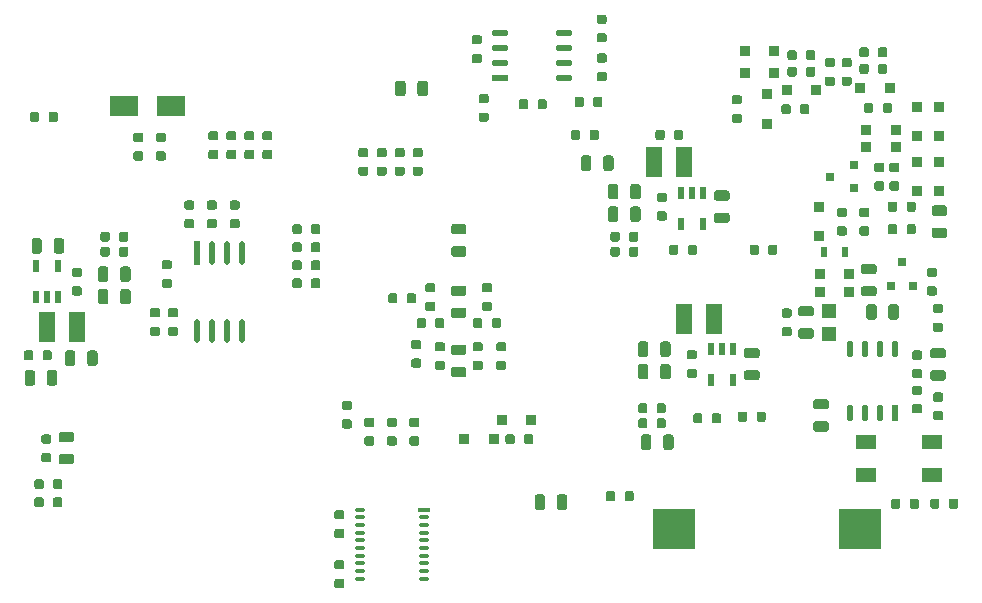
<source format=gbp>
G04 #@! TF.GenerationSoftware,KiCad,Pcbnew,5.0.0+dfsg1-2*
G04 #@! TF.CreationDate,2018-09-19T11:50:12+02:00*
G04 #@! TF.ProjectId,ulx3s,756C7833732E6B696361645F70636200,rev?*
G04 #@! TF.SameCoordinates,Original*
G04 #@! TF.FileFunction,Paste,Bot*
G04 #@! TF.FilePolarity,Positive*
%FSLAX46Y46*%
G04 Gerber Fmt 4.6, Leading zero omitted, Abs format (unit mm)*
G04 Created by KiCad (PCBNEW 5.0.0+dfsg1-2) date Wed Sep 19 11:50:12 2018*
%MOMM*%
%LPD*%
G01*
G04 APERTURE LIST*
%ADD10O,1.000000X0.300000*%
%ADD11R,1.000000X0.300000*%
%ADD12C,0.100000*%
%ADD13C,0.875000*%
%ADD14C,0.775000*%
%ADD15R,0.800000X0.700000*%
%ADD16R,0.900000X0.900000*%
%ADD17R,0.600000X1.100000*%
%ADD18R,3.600000X3.400000*%
%ADD19R,1.700000X1.300000*%
%ADD20R,0.500000X1.450000*%
%ADD21O,0.500000X1.450000*%
%ADD22R,1.450000X0.500000*%
%ADD23O,1.450000X0.500000*%
%ADD24R,0.500000X2.000000*%
%ADD25O,0.500000X2.000000*%
%ADD26R,1.400000X2.600000*%
%ADD27R,0.570000X0.900000*%
%ADD28R,2.400000X1.700000*%
%ADD29R,0.700000X0.800000*%
%ADD30R,1.300000X1.195000*%
G04 APERTURE END LIST*
D10*
G04 #@! TO.C,U6*
X130135000Y-104215000D03*
X130135000Y-104865000D03*
X130135000Y-105515000D03*
X130135000Y-106165000D03*
X130135000Y-106815000D03*
X130135000Y-107465000D03*
X130135000Y-108115000D03*
X130135000Y-108765000D03*
X130135000Y-109415000D03*
X130135000Y-110065000D03*
X135535000Y-110065000D03*
X135535000Y-109415000D03*
X135535000Y-108765000D03*
X135535000Y-108115000D03*
X135535000Y-107465000D03*
X135535000Y-106815000D03*
X135535000Y-106165000D03*
X135535000Y-105515000D03*
X135535000Y-104865000D03*
D11*
X135535000Y-104215000D03*
G04 #@! TD*
D12*
G04 #@! TO.C,C1*
G36*
X104881191Y-81236053D02*
X104902426Y-81239203D01*
X104923250Y-81244419D01*
X104943462Y-81251651D01*
X104962868Y-81260830D01*
X104981281Y-81271866D01*
X104998524Y-81284654D01*
X105014430Y-81299070D01*
X105028846Y-81314976D01*
X105041634Y-81332219D01*
X105052670Y-81350632D01*
X105061849Y-81370038D01*
X105069081Y-81390250D01*
X105074297Y-81411074D01*
X105077447Y-81432309D01*
X105078500Y-81453750D01*
X105078500Y-82316250D01*
X105077447Y-82337691D01*
X105074297Y-82358926D01*
X105069081Y-82379750D01*
X105061849Y-82399962D01*
X105052670Y-82419368D01*
X105041634Y-82437781D01*
X105028846Y-82455024D01*
X105014430Y-82470930D01*
X104998524Y-82485346D01*
X104981281Y-82498134D01*
X104962868Y-82509170D01*
X104943462Y-82518349D01*
X104923250Y-82525581D01*
X104902426Y-82530797D01*
X104881191Y-82533947D01*
X104859750Y-82535000D01*
X104422250Y-82535000D01*
X104400809Y-82533947D01*
X104379574Y-82530797D01*
X104358750Y-82525581D01*
X104338538Y-82518349D01*
X104319132Y-82509170D01*
X104300719Y-82498134D01*
X104283476Y-82485346D01*
X104267570Y-82470930D01*
X104253154Y-82455024D01*
X104240366Y-82437781D01*
X104229330Y-82419368D01*
X104220151Y-82399962D01*
X104212919Y-82379750D01*
X104207703Y-82358926D01*
X104204553Y-82337691D01*
X104203500Y-82316250D01*
X104203500Y-81453750D01*
X104204553Y-81432309D01*
X104207703Y-81411074D01*
X104212919Y-81390250D01*
X104220151Y-81370038D01*
X104229330Y-81350632D01*
X104240366Y-81332219D01*
X104253154Y-81314976D01*
X104267570Y-81299070D01*
X104283476Y-81284654D01*
X104300719Y-81271866D01*
X104319132Y-81260830D01*
X104338538Y-81251651D01*
X104358750Y-81244419D01*
X104379574Y-81239203D01*
X104400809Y-81236053D01*
X104422250Y-81235000D01*
X104859750Y-81235000D01*
X104881191Y-81236053D01*
X104881191Y-81236053D01*
G37*
D13*
X104641000Y-81885000D03*
D12*
G36*
X103006191Y-81236053D02*
X103027426Y-81239203D01*
X103048250Y-81244419D01*
X103068462Y-81251651D01*
X103087868Y-81260830D01*
X103106281Y-81271866D01*
X103123524Y-81284654D01*
X103139430Y-81299070D01*
X103153846Y-81314976D01*
X103166634Y-81332219D01*
X103177670Y-81350632D01*
X103186849Y-81370038D01*
X103194081Y-81390250D01*
X103199297Y-81411074D01*
X103202447Y-81432309D01*
X103203500Y-81453750D01*
X103203500Y-82316250D01*
X103202447Y-82337691D01*
X103199297Y-82358926D01*
X103194081Y-82379750D01*
X103186849Y-82399962D01*
X103177670Y-82419368D01*
X103166634Y-82437781D01*
X103153846Y-82455024D01*
X103139430Y-82470930D01*
X103123524Y-82485346D01*
X103106281Y-82498134D01*
X103087868Y-82509170D01*
X103068462Y-82518349D01*
X103048250Y-82525581D01*
X103027426Y-82530797D01*
X103006191Y-82533947D01*
X102984750Y-82535000D01*
X102547250Y-82535000D01*
X102525809Y-82533947D01*
X102504574Y-82530797D01*
X102483750Y-82525581D01*
X102463538Y-82518349D01*
X102444132Y-82509170D01*
X102425719Y-82498134D01*
X102408476Y-82485346D01*
X102392570Y-82470930D01*
X102378154Y-82455024D01*
X102365366Y-82437781D01*
X102354330Y-82419368D01*
X102345151Y-82399962D01*
X102337919Y-82379750D01*
X102332703Y-82358926D01*
X102329553Y-82337691D01*
X102328500Y-82316250D01*
X102328500Y-81453750D01*
X102329553Y-81432309D01*
X102332703Y-81411074D01*
X102337919Y-81390250D01*
X102345151Y-81370038D01*
X102354330Y-81350632D01*
X102365366Y-81332219D01*
X102378154Y-81314976D01*
X102392570Y-81299070D01*
X102408476Y-81284654D01*
X102425719Y-81271866D01*
X102444132Y-81260830D01*
X102463538Y-81251651D01*
X102483750Y-81244419D01*
X102504574Y-81239203D01*
X102525809Y-81236053D01*
X102547250Y-81235000D01*
X102984750Y-81235000D01*
X103006191Y-81236053D01*
X103006191Y-81236053D01*
G37*
D13*
X102766000Y-81885000D03*
G04 #@! TD*
D12*
G04 #@! TO.C,R9*
G36*
X128640241Y-110080933D02*
X128659049Y-110083723D01*
X128677493Y-110088343D01*
X128695395Y-110094748D01*
X128712583Y-110102878D01*
X128728892Y-110112653D01*
X128744164Y-110123979D01*
X128758252Y-110136748D01*
X128771021Y-110150836D01*
X128782347Y-110166108D01*
X128792122Y-110182417D01*
X128800252Y-110199605D01*
X128806657Y-110217507D01*
X128811277Y-110235951D01*
X128814067Y-110254759D01*
X128815000Y-110273750D01*
X128815000Y-110661250D01*
X128814067Y-110680241D01*
X128811277Y-110699049D01*
X128806657Y-110717493D01*
X128800252Y-110735395D01*
X128792122Y-110752583D01*
X128782347Y-110768892D01*
X128771021Y-110784164D01*
X128758252Y-110798252D01*
X128744164Y-110811021D01*
X128728892Y-110822347D01*
X128712583Y-110832122D01*
X128695395Y-110840252D01*
X128677493Y-110846657D01*
X128659049Y-110851277D01*
X128640241Y-110854067D01*
X128621250Y-110855000D01*
X128158750Y-110855000D01*
X128139759Y-110854067D01*
X128120951Y-110851277D01*
X128102507Y-110846657D01*
X128084605Y-110840252D01*
X128067417Y-110832122D01*
X128051108Y-110822347D01*
X128035836Y-110811021D01*
X128021748Y-110798252D01*
X128008979Y-110784164D01*
X127997653Y-110768892D01*
X127987878Y-110752583D01*
X127979748Y-110735395D01*
X127973343Y-110717493D01*
X127968723Y-110699049D01*
X127965933Y-110680241D01*
X127965000Y-110661250D01*
X127965000Y-110273750D01*
X127965933Y-110254759D01*
X127968723Y-110235951D01*
X127973343Y-110217507D01*
X127979748Y-110199605D01*
X127987878Y-110182417D01*
X127997653Y-110166108D01*
X128008979Y-110150836D01*
X128021748Y-110136748D01*
X128035836Y-110123979D01*
X128051108Y-110112653D01*
X128067417Y-110102878D01*
X128084605Y-110094748D01*
X128102507Y-110088343D01*
X128120951Y-110083723D01*
X128139759Y-110080933D01*
X128158750Y-110080000D01*
X128621250Y-110080000D01*
X128640241Y-110080933D01*
X128640241Y-110080933D01*
G37*
D14*
X128390000Y-110467500D03*
D12*
G36*
X128640241Y-108505933D02*
X128659049Y-108508723D01*
X128677493Y-108513343D01*
X128695395Y-108519748D01*
X128712583Y-108527878D01*
X128728892Y-108537653D01*
X128744164Y-108548979D01*
X128758252Y-108561748D01*
X128771021Y-108575836D01*
X128782347Y-108591108D01*
X128792122Y-108607417D01*
X128800252Y-108624605D01*
X128806657Y-108642507D01*
X128811277Y-108660951D01*
X128814067Y-108679759D01*
X128815000Y-108698750D01*
X128815000Y-109086250D01*
X128814067Y-109105241D01*
X128811277Y-109124049D01*
X128806657Y-109142493D01*
X128800252Y-109160395D01*
X128792122Y-109177583D01*
X128782347Y-109193892D01*
X128771021Y-109209164D01*
X128758252Y-109223252D01*
X128744164Y-109236021D01*
X128728892Y-109247347D01*
X128712583Y-109257122D01*
X128695395Y-109265252D01*
X128677493Y-109271657D01*
X128659049Y-109276277D01*
X128640241Y-109279067D01*
X128621250Y-109280000D01*
X128158750Y-109280000D01*
X128139759Y-109279067D01*
X128120951Y-109276277D01*
X128102507Y-109271657D01*
X128084605Y-109265252D01*
X128067417Y-109257122D01*
X128051108Y-109247347D01*
X128035836Y-109236021D01*
X128021748Y-109223252D01*
X128008979Y-109209164D01*
X127997653Y-109193892D01*
X127987878Y-109177583D01*
X127979748Y-109160395D01*
X127973343Y-109142493D01*
X127968723Y-109124049D01*
X127965933Y-109105241D01*
X127965000Y-109086250D01*
X127965000Y-108698750D01*
X127965933Y-108679759D01*
X127968723Y-108660951D01*
X127973343Y-108642507D01*
X127979748Y-108624605D01*
X127987878Y-108607417D01*
X127997653Y-108591108D01*
X128008979Y-108575836D01*
X128021748Y-108561748D01*
X128035836Y-108548979D01*
X128051108Y-108537653D01*
X128067417Y-108527878D01*
X128084605Y-108519748D01*
X128102507Y-108513343D01*
X128120951Y-108508723D01*
X128139759Y-108505933D01*
X128158750Y-108505000D01*
X128621250Y-108505000D01*
X128640241Y-108505933D01*
X128640241Y-108505933D01*
G37*
D14*
X128390000Y-108892500D03*
G04 #@! TD*
D12*
G04 #@! TO.C,R56*
G36*
X128640241Y-104271933D02*
X128659049Y-104274723D01*
X128677493Y-104279343D01*
X128695395Y-104285748D01*
X128712583Y-104293878D01*
X128728892Y-104303653D01*
X128744164Y-104314979D01*
X128758252Y-104327748D01*
X128771021Y-104341836D01*
X128782347Y-104357108D01*
X128792122Y-104373417D01*
X128800252Y-104390605D01*
X128806657Y-104408507D01*
X128811277Y-104426951D01*
X128814067Y-104445759D01*
X128815000Y-104464750D01*
X128815000Y-104852250D01*
X128814067Y-104871241D01*
X128811277Y-104890049D01*
X128806657Y-104908493D01*
X128800252Y-104926395D01*
X128792122Y-104943583D01*
X128782347Y-104959892D01*
X128771021Y-104975164D01*
X128758252Y-104989252D01*
X128744164Y-105002021D01*
X128728892Y-105013347D01*
X128712583Y-105023122D01*
X128695395Y-105031252D01*
X128677493Y-105037657D01*
X128659049Y-105042277D01*
X128640241Y-105045067D01*
X128621250Y-105046000D01*
X128158750Y-105046000D01*
X128139759Y-105045067D01*
X128120951Y-105042277D01*
X128102507Y-105037657D01*
X128084605Y-105031252D01*
X128067417Y-105023122D01*
X128051108Y-105013347D01*
X128035836Y-105002021D01*
X128021748Y-104989252D01*
X128008979Y-104975164D01*
X127997653Y-104959892D01*
X127987878Y-104943583D01*
X127979748Y-104926395D01*
X127973343Y-104908493D01*
X127968723Y-104890049D01*
X127965933Y-104871241D01*
X127965000Y-104852250D01*
X127965000Y-104464750D01*
X127965933Y-104445759D01*
X127968723Y-104426951D01*
X127973343Y-104408507D01*
X127979748Y-104390605D01*
X127987878Y-104373417D01*
X127997653Y-104357108D01*
X128008979Y-104341836D01*
X128021748Y-104327748D01*
X128035836Y-104314979D01*
X128051108Y-104303653D01*
X128067417Y-104293878D01*
X128084605Y-104285748D01*
X128102507Y-104279343D01*
X128120951Y-104274723D01*
X128139759Y-104271933D01*
X128158750Y-104271000D01*
X128621250Y-104271000D01*
X128640241Y-104271933D01*
X128640241Y-104271933D01*
G37*
D14*
X128390000Y-104658500D03*
D12*
G36*
X128640241Y-105846933D02*
X128659049Y-105849723D01*
X128677493Y-105854343D01*
X128695395Y-105860748D01*
X128712583Y-105868878D01*
X128728892Y-105878653D01*
X128744164Y-105889979D01*
X128758252Y-105902748D01*
X128771021Y-105916836D01*
X128782347Y-105932108D01*
X128792122Y-105948417D01*
X128800252Y-105965605D01*
X128806657Y-105983507D01*
X128811277Y-106001951D01*
X128814067Y-106020759D01*
X128815000Y-106039750D01*
X128815000Y-106427250D01*
X128814067Y-106446241D01*
X128811277Y-106465049D01*
X128806657Y-106483493D01*
X128800252Y-106501395D01*
X128792122Y-106518583D01*
X128782347Y-106534892D01*
X128771021Y-106550164D01*
X128758252Y-106564252D01*
X128744164Y-106577021D01*
X128728892Y-106588347D01*
X128712583Y-106598122D01*
X128695395Y-106606252D01*
X128677493Y-106612657D01*
X128659049Y-106617277D01*
X128640241Y-106620067D01*
X128621250Y-106621000D01*
X128158750Y-106621000D01*
X128139759Y-106620067D01*
X128120951Y-106617277D01*
X128102507Y-106612657D01*
X128084605Y-106606252D01*
X128067417Y-106598122D01*
X128051108Y-106588347D01*
X128035836Y-106577021D01*
X128021748Y-106564252D01*
X128008979Y-106550164D01*
X127997653Y-106534892D01*
X127987878Y-106518583D01*
X127979748Y-106501395D01*
X127973343Y-106483493D01*
X127968723Y-106465049D01*
X127965933Y-106446241D01*
X127965000Y-106427250D01*
X127965000Y-106039750D01*
X127965933Y-106020759D01*
X127968723Y-106001951D01*
X127973343Y-105983507D01*
X127979748Y-105965605D01*
X127987878Y-105948417D01*
X127997653Y-105932108D01*
X128008979Y-105916836D01*
X128021748Y-105902748D01*
X128035836Y-105889979D01*
X128051108Y-105878653D01*
X128067417Y-105868878D01*
X128084605Y-105860748D01*
X128102507Y-105854343D01*
X128120951Y-105849723D01*
X128139759Y-105846933D01*
X128158750Y-105846000D01*
X128621250Y-105846000D01*
X128640241Y-105846933D01*
X128640241Y-105846933D01*
G37*
D14*
X128390000Y-106233500D03*
G04 #@! TD*
D12*
G04 #@! TO.C,R55*
G36*
X134990241Y-98015933D02*
X135009049Y-98018723D01*
X135027493Y-98023343D01*
X135045395Y-98029748D01*
X135062583Y-98037878D01*
X135078892Y-98047653D01*
X135094164Y-98058979D01*
X135108252Y-98071748D01*
X135121021Y-98085836D01*
X135132347Y-98101108D01*
X135142122Y-98117417D01*
X135150252Y-98134605D01*
X135156657Y-98152507D01*
X135161277Y-98170951D01*
X135164067Y-98189759D01*
X135165000Y-98208750D01*
X135165000Y-98596250D01*
X135164067Y-98615241D01*
X135161277Y-98634049D01*
X135156657Y-98652493D01*
X135150252Y-98670395D01*
X135142122Y-98687583D01*
X135132347Y-98703892D01*
X135121021Y-98719164D01*
X135108252Y-98733252D01*
X135094164Y-98746021D01*
X135078892Y-98757347D01*
X135062583Y-98767122D01*
X135045395Y-98775252D01*
X135027493Y-98781657D01*
X135009049Y-98786277D01*
X134990241Y-98789067D01*
X134971250Y-98790000D01*
X134508750Y-98790000D01*
X134489759Y-98789067D01*
X134470951Y-98786277D01*
X134452507Y-98781657D01*
X134434605Y-98775252D01*
X134417417Y-98767122D01*
X134401108Y-98757347D01*
X134385836Y-98746021D01*
X134371748Y-98733252D01*
X134358979Y-98719164D01*
X134347653Y-98703892D01*
X134337878Y-98687583D01*
X134329748Y-98670395D01*
X134323343Y-98652493D01*
X134318723Y-98634049D01*
X134315933Y-98615241D01*
X134315000Y-98596250D01*
X134315000Y-98208750D01*
X134315933Y-98189759D01*
X134318723Y-98170951D01*
X134323343Y-98152507D01*
X134329748Y-98134605D01*
X134337878Y-98117417D01*
X134347653Y-98101108D01*
X134358979Y-98085836D01*
X134371748Y-98071748D01*
X134385836Y-98058979D01*
X134401108Y-98047653D01*
X134417417Y-98037878D01*
X134434605Y-98029748D01*
X134452507Y-98023343D01*
X134470951Y-98018723D01*
X134489759Y-98015933D01*
X134508750Y-98015000D01*
X134971250Y-98015000D01*
X134990241Y-98015933D01*
X134990241Y-98015933D01*
G37*
D14*
X134740000Y-98402500D03*
D12*
G36*
X134990241Y-96440933D02*
X135009049Y-96443723D01*
X135027493Y-96448343D01*
X135045395Y-96454748D01*
X135062583Y-96462878D01*
X135078892Y-96472653D01*
X135094164Y-96483979D01*
X135108252Y-96496748D01*
X135121021Y-96510836D01*
X135132347Y-96526108D01*
X135142122Y-96542417D01*
X135150252Y-96559605D01*
X135156657Y-96577507D01*
X135161277Y-96595951D01*
X135164067Y-96614759D01*
X135165000Y-96633750D01*
X135165000Y-97021250D01*
X135164067Y-97040241D01*
X135161277Y-97059049D01*
X135156657Y-97077493D01*
X135150252Y-97095395D01*
X135142122Y-97112583D01*
X135132347Y-97128892D01*
X135121021Y-97144164D01*
X135108252Y-97158252D01*
X135094164Y-97171021D01*
X135078892Y-97182347D01*
X135062583Y-97192122D01*
X135045395Y-97200252D01*
X135027493Y-97206657D01*
X135009049Y-97211277D01*
X134990241Y-97214067D01*
X134971250Y-97215000D01*
X134508750Y-97215000D01*
X134489759Y-97214067D01*
X134470951Y-97211277D01*
X134452507Y-97206657D01*
X134434605Y-97200252D01*
X134417417Y-97192122D01*
X134401108Y-97182347D01*
X134385836Y-97171021D01*
X134371748Y-97158252D01*
X134358979Y-97144164D01*
X134347653Y-97128892D01*
X134337878Y-97112583D01*
X134329748Y-97095395D01*
X134323343Y-97077493D01*
X134318723Y-97059049D01*
X134315933Y-97040241D01*
X134315000Y-97021250D01*
X134315000Y-96633750D01*
X134315933Y-96614759D01*
X134318723Y-96595951D01*
X134323343Y-96577507D01*
X134329748Y-96559605D01*
X134337878Y-96542417D01*
X134347653Y-96526108D01*
X134358979Y-96510836D01*
X134371748Y-96496748D01*
X134385836Y-96483979D01*
X134401108Y-96472653D01*
X134417417Y-96462878D01*
X134434605Y-96454748D01*
X134452507Y-96448343D01*
X134470951Y-96443723D01*
X134489759Y-96440933D01*
X134508750Y-96440000D01*
X134971250Y-96440000D01*
X134990241Y-96440933D01*
X134990241Y-96440933D01*
G37*
D14*
X134740000Y-96827500D03*
G04 #@! TD*
D12*
G04 #@! TO.C,R32*
G36*
X133085241Y-96440933D02*
X133104049Y-96443723D01*
X133122493Y-96448343D01*
X133140395Y-96454748D01*
X133157583Y-96462878D01*
X133173892Y-96472653D01*
X133189164Y-96483979D01*
X133203252Y-96496748D01*
X133216021Y-96510836D01*
X133227347Y-96526108D01*
X133237122Y-96542417D01*
X133245252Y-96559605D01*
X133251657Y-96577507D01*
X133256277Y-96595951D01*
X133259067Y-96614759D01*
X133260000Y-96633750D01*
X133260000Y-97021250D01*
X133259067Y-97040241D01*
X133256277Y-97059049D01*
X133251657Y-97077493D01*
X133245252Y-97095395D01*
X133237122Y-97112583D01*
X133227347Y-97128892D01*
X133216021Y-97144164D01*
X133203252Y-97158252D01*
X133189164Y-97171021D01*
X133173892Y-97182347D01*
X133157583Y-97192122D01*
X133140395Y-97200252D01*
X133122493Y-97206657D01*
X133104049Y-97211277D01*
X133085241Y-97214067D01*
X133066250Y-97215000D01*
X132603750Y-97215000D01*
X132584759Y-97214067D01*
X132565951Y-97211277D01*
X132547507Y-97206657D01*
X132529605Y-97200252D01*
X132512417Y-97192122D01*
X132496108Y-97182347D01*
X132480836Y-97171021D01*
X132466748Y-97158252D01*
X132453979Y-97144164D01*
X132442653Y-97128892D01*
X132432878Y-97112583D01*
X132424748Y-97095395D01*
X132418343Y-97077493D01*
X132413723Y-97059049D01*
X132410933Y-97040241D01*
X132410000Y-97021250D01*
X132410000Y-96633750D01*
X132410933Y-96614759D01*
X132413723Y-96595951D01*
X132418343Y-96577507D01*
X132424748Y-96559605D01*
X132432878Y-96542417D01*
X132442653Y-96526108D01*
X132453979Y-96510836D01*
X132466748Y-96496748D01*
X132480836Y-96483979D01*
X132496108Y-96472653D01*
X132512417Y-96462878D01*
X132529605Y-96454748D01*
X132547507Y-96448343D01*
X132565951Y-96443723D01*
X132584759Y-96440933D01*
X132603750Y-96440000D01*
X133066250Y-96440000D01*
X133085241Y-96440933D01*
X133085241Y-96440933D01*
G37*
D14*
X132835000Y-96827500D03*
D12*
G36*
X133085241Y-98015933D02*
X133104049Y-98018723D01*
X133122493Y-98023343D01*
X133140395Y-98029748D01*
X133157583Y-98037878D01*
X133173892Y-98047653D01*
X133189164Y-98058979D01*
X133203252Y-98071748D01*
X133216021Y-98085836D01*
X133227347Y-98101108D01*
X133237122Y-98117417D01*
X133245252Y-98134605D01*
X133251657Y-98152507D01*
X133256277Y-98170951D01*
X133259067Y-98189759D01*
X133260000Y-98208750D01*
X133260000Y-98596250D01*
X133259067Y-98615241D01*
X133256277Y-98634049D01*
X133251657Y-98652493D01*
X133245252Y-98670395D01*
X133237122Y-98687583D01*
X133227347Y-98703892D01*
X133216021Y-98719164D01*
X133203252Y-98733252D01*
X133189164Y-98746021D01*
X133173892Y-98757347D01*
X133157583Y-98767122D01*
X133140395Y-98775252D01*
X133122493Y-98781657D01*
X133104049Y-98786277D01*
X133085241Y-98789067D01*
X133066250Y-98790000D01*
X132603750Y-98790000D01*
X132584759Y-98789067D01*
X132565951Y-98786277D01*
X132547507Y-98781657D01*
X132529605Y-98775252D01*
X132512417Y-98767122D01*
X132496108Y-98757347D01*
X132480836Y-98746021D01*
X132466748Y-98733252D01*
X132453979Y-98719164D01*
X132442653Y-98703892D01*
X132432878Y-98687583D01*
X132424748Y-98670395D01*
X132418343Y-98652493D01*
X132413723Y-98634049D01*
X132410933Y-98615241D01*
X132410000Y-98596250D01*
X132410000Y-98208750D01*
X132410933Y-98189759D01*
X132413723Y-98170951D01*
X132418343Y-98152507D01*
X132424748Y-98134605D01*
X132432878Y-98117417D01*
X132442653Y-98101108D01*
X132453979Y-98085836D01*
X132466748Y-98071748D01*
X132480836Y-98058979D01*
X132496108Y-98047653D01*
X132512417Y-98037878D01*
X132529605Y-98029748D01*
X132547507Y-98023343D01*
X132565951Y-98018723D01*
X132584759Y-98015933D01*
X132603750Y-98015000D01*
X133066250Y-98015000D01*
X133085241Y-98015933D01*
X133085241Y-98015933D01*
G37*
D14*
X132835000Y-98402500D03*
G04 #@! TD*
D12*
G04 #@! TO.C,R33*
G36*
X131180241Y-96440933D02*
X131199049Y-96443723D01*
X131217493Y-96448343D01*
X131235395Y-96454748D01*
X131252583Y-96462878D01*
X131268892Y-96472653D01*
X131284164Y-96483979D01*
X131298252Y-96496748D01*
X131311021Y-96510836D01*
X131322347Y-96526108D01*
X131332122Y-96542417D01*
X131340252Y-96559605D01*
X131346657Y-96577507D01*
X131351277Y-96595951D01*
X131354067Y-96614759D01*
X131355000Y-96633750D01*
X131355000Y-97021250D01*
X131354067Y-97040241D01*
X131351277Y-97059049D01*
X131346657Y-97077493D01*
X131340252Y-97095395D01*
X131332122Y-97112583D01*
X131322347Y-97128892D01*
X131311021Y-97144164D01*
X131298252Y-97158252D01*
X131284164Y-97171021D01*
X131268892Y-97182347D01*
X131252583Y-97192122D01*
X131235395Y-97200252D01*
X131217493Y-97206657D01*
X131199049Y-97211277D01*
X131180241Y-97214067D01*
X131161250Y-97215000D01*
X130698750Y-97215000D01*
X130679759Y-97214067D01*
X130660951Y-97211277D01*
X130642507Y-97206657D01*
X130624605Y-97200252D01*
X130607417Y-97192122D01*
X130591108Y-97182347D01*
X130575836Y-97171021D01*
X130561748Y-97158252D01*
X130548979Y-97144164D01*
X130537653Y-97128892D01*
X130527878Y-97112583D01*
X130519748Y-97095395D01*
X130513343Y-97077493D01*
X130508723Y-97059049D01*
X130505933Y-97040241D01*
X130505000Y-97021250D01*
X130505000Y-96633750D01*
X130505933Y-96614759D01*
X130508723Y-96595951D01*
X130513343Y-96577507D01*
X130519748Y-96559605D01*
X130527878Y-96542417D01*
X130537653Y-96526108D01*
X130548979Y-96510836D01*
X130561748Y-96496748D01*
X130575836Y-96483979D01*
X130591108Y-96472653D01*
X130607417Y-96462878D01*
X130624605Y-96454748D01*
X130642507Y-96448343D01*
X130660951Y-96443723D01*
X130679759Y-96440933D01*
X130698750Y-96440000D01*
X131161250Y-96440000D01*
X131180241Y-96440933D01*
X131180241Y-96440933D01*
G37*
D14*
X130930000Y-96827500D03*
D12*
G36*
X131180241Y-98015933D02*
X131199049Y-98018723D01*
X131217493Y-98023343D01*
X131235395Y-98029748D01*
X131252583Y-98037878D01*
X131268892Y-98047653D01*
X131284164Y-98058979D01*
X131298252Y-98071748D01*
X131311021Y-98085836D01*
X131322347Y-98101108D01*
X131332122Y-98117417D01*
X131340252Y-98134605D01*
X131346657Y-98152507D01*
X131351277Y-98170951D01*
X131354067Y-98189759D01*
X131355000Y-98208750D01*
X131355000Y-98596250D01*
X131354067Y-98615241D01*
X131351277Y-98634049D01*
X131346657Y-98652493D01*
X131340252Y-98670395D01*
X131332122Y-98687583D01*
X131322347Y-98703892D01*
X131311021Y-98719164D01*
X131298252Y-98733252D01*
X131284164Y-98746021D01*
X131268892Y-98757347D01*
X131252583Y-98767122D01*
X131235395Y-98775252D01*
X131217493Y-98781657D01*
X131199049Y-98786277D01*
X131180241Y-98789067D01*
X131161250Y-98790000D01*
X130698750Y-98790000D01*
X130679759Y-98789067D01*
X130660951Y-98786277D01*
X130642507Y-98781657D01*
X130624605Y-98775252D01*
X130607417Y-98767122D01*
X130591108Y-98757347D01*
X130575836Y-98746021D01*
X130561748Y-98733252D01*
X130548979Y-98719164D01*
X130537653Y-98703892D01*
X130527878Y-98687583D01*
X130519748Y-98670395D01*
X130513343Y-98652493D01*
X130508723Y-98634049D01*
X130505933Y-98615241D01*
X130505000Y-98596250D01*
X130505000Y-98208750D01*
X130505933Y-98189759D01*
X130508723Y-98170951D01*
X130513343Y-98152507D01*
X130519748Y-98134605D01*
X130527878Y-98117417D01*
X130537653Y-98101108D01*
X130548979Y-98085836D01*
X130561748Y-98071748D01*
X130575836Y-98058979D01*
X130591108Y-98047653D01*
X130607417Y-98037878D01*
X130624605Y-98029748D01*
X130642507Y-98023343D01*
X130660951Y-98018723D01*
X130679759Y-98015933D01*
X130698750Y-98015000D01*
X131161250Y-98015000D01*
X131180241Y-98015933D01*
X131180241Y-98015933D01*
G37*
D14*
X130930000Y-98402500D03*
G04 #@! TD*
D12*
G04 #@! TO.C,R27*
G36*
X129275241Y-95000933D02*
X129294049Y-95003723D01*
X129312493Y-95008343D01*
X129330395Y-95014748D01*
X129347583Y-95022878D01*
X129363892Y-95032653D01*
X129379164Y-95043979D01*
X129393252Y-95056748D01*
X129406021Y-95070836D01*
X129417347Y-95086108D01*
X129427122Y-95102417D01*
X129435252Y-95119605D01*
X129441657Y-95137507D01*
X129446277Y-95155951D01*
X129449067Y-95174759D01*
X129450000Y-95193750D01*
X129450000Y-95581250D01*
X129449067Y-95600241D01*
X129446277Y-95619049D01*
X129441657Y-95637493D01*
X129435252Y-95655395D01*
X129427122Y-95672583D01*
X129417347Y-95688892D01*
X129406021Y-95704164D01*
X129393252Y-95718252D01*
X129379164Y-95731021D01*
X129363892Y-95742347D01*
X129347583Y-95752122D01*
X129330395Y-95760252D01*
X129312493Y-95766657D01*
X129294049Y-95771277D01*
X129275241Y-95774067D01*
X129256250Y-95775000D01*
X128793750Y-95775000D01*
X128774759Y-95774067D01*
X128755951Y-95771277D01*
X128737507Y-95766657D01*
X128719605Y-95760252D01*
X128702417Y-95752122D01*
X128686108Y-95742347D01*
X128670836Y-95731021D01*
X128656748Y-95718252D01*
X128643979Y-95704164D01*
X128632653Y-95688892D01*
X128622878Y-95672583D01*
X128614748Y-95655395D01*
X128608343Y-95637493D01*
X128603723Y-95619049D01*
X128600933Y-95600241D01*
X128600000Y-95581250D01*
X128600000Y-95193750D01*
X128600933Y-95174759D01*
X128603723Y-95155951D01*
X128608343Y-95137507D01*
X128614748Y-95119605D01*
X128622878Y-95102417D01*
X128632653Y-95086108D01*
X128643979Y-95070836D01*
X128656748Y-95056748D01*
X128670836Y-95043979D01*
X128686108Y-95032653D01*
X128702417Y-95022878D01*
X128719605Y-95014748D01*
X128737507Y-95008343D01*
X128755951Y-95003723D01*
X128774759Y-95000933D01*
X128793750Y-95000000D01*
X129256250Y-95000000D01*
X129275241Y-95000933D01*
X129275241Y-95000933D01*
G37*
D14*
X129025000Y-95387500D03*
D12*
G36*
X129275241Y-96575933D02*
X129294049Y-96578723D01*
X129312493Y-96583343D01*
X129330395Y-96589748D01*
X129347583Y-96597878D01*
X129363892Y-96607653D01*
X129379164Y-96618979D01*
X129393252Y-96631748D01*
X129406021Y-96645836D01*
X129417347Y-96661108D01*
X129427122Y-96677417D01*
X129435252Y-96694605D01*
X129441657Y-96712507D01*
X129446277Y-96730951D01*
X129449067Y-96749759D01*
X129450000Y-96768750D01*
X129450000Y-97156250D01*
X129449067Y-97175241D01*
X129446277Y-97194049D01*
X129441657Y-97212493D01*
X129435252Y-97230395D01*
X129427122Y-97247583D01*
X129417347Y-97263892D01*
X129406021Y-97279164D01*
X129393252Y-97293252D01*
X129379164Y-97306021D01*
X129363892Y-97317347D01*
X129347583Y-97327122D01*
X129330395Y-97335252D01*
X129312493Y-97341657D01*
X129294049Y-97346277D01*
X129275241Y-97349067D01*
X129256250Y-97350000D01*
X128793750Y-97350000D01*
X128774759Y-97349067D01*
X128755951Y-97346277D01*
X128737507Y-97341657D01*
X128719605Y-97335252D01*
X128702417Y-97327122D01*
X128686108Y-97317347D01*
X128670836Y-97306021D01*
X128656748Y-97293252D01*
X128643979Y-97279164D01*
X128632653Y-97263892D01*
X128622878Y-97247583D01*
X128614748Y-97230395D01*
X128608343Y-97212493D01*
X128603723Y-97194049D01*
X128600933Y-97175241D01*
X128600000Y-97156250D01*
X128600000Y-96768750D01*
X128600933Y-96749759D01*
X128603723Y-96730951D01*
X128608343Y-96712507D01*
X128614748Y-96694605D01*
X128622878Y-96677417D01*
X128632653Y-96661108D01*
X128643979Y-96645836D01*
X128656748Y-96631748D01*
X128670836Y-96618979D01*
X128686108Y-96607653D01*
X128702417Y-96597878D01*
X128719605Y-96589748D01*
X128737507Y-96583343D01*
X128755951Y-96578723D01*
X128774759Y-96575933D01*
X128793750Y-96575000D01*
X129256250Y-96575000D01*
X129275241Y-96575933D01*
X129275241Y-96575933D01*
G37*
D14*
X129025000Y-96962500D03*
G04 #@! TD*
D12*
G04 #@! TO.C,R40*
G36*
X168506241Y-65313933D02*
X168525049Y-65316723D01*
X168543493Y-65321343D01*
X168561395Y-65327748D01*
X168578583Y-65335878D01*
X168594892Y-65345653D01*
X168610164Y-65356979D01*
X168624252Y-65369748D01*
X168637021Y-65383836D01*
X168648347Y-65399108D01*
X168658122Y-65415417D01*
X168666252Y-65432605D01*
X168672657Y-65450507D01*
X168677277Y-65468951D01*
X168680067Y-65487759D01*
X168681000Y-65506750D01*
X168681000Y-65969250D01*
X168680067Y-65988241D01*
X168677277Y-66007049D01*
X168672657Y-66025493D01*
X168666252Y-66043395D01*
X168658122Y-66060583D01*
X168648347Y-66076892D01*
X168637021Y-66092164D01*
X168624252Y-66106252D01*
X168610164Y-66119021D01*
X168594892Y-66130347D01*
X168578583Y-66140122D01*
X168561395Y-66148252D01*
X168543493Y-66154657D01*
X168525049Y-66159277D01*
X168506241Y-66162067D01*
X168487250Y-66163000D01*
X168099750Y-66163000D01*
X168080759Y-66162067D01*
X168061951Y-66159277D01*
X168043507Y-66154657D01*
X168025605Y-66148252D01*
X168008417Y-66140122D01*
X167992108Y-66130347D01*
X167976836Y-66119021D01*
X167962748Y-66106252D01*
X167949979Y-66092164D01*
X167938653Y-66076892D01*
X167928878Y-66060583D01*
X167920748Y-66043395D01*
X167914343Y-66025493D01*
X167909723Y-66007049D01*
X167906933Y-65988241D01*
X167906000Y-65969250D01*
X167906000Y-65506750D01*
X167906933Y-65487759D01*
X167909723Y-65468951D01*
X167914343Y-65450507D01*
X167920748Y-65432605D01*
X167928878Y-65415417D01*
X167938653Y-65399108D01*
X167949979Y-65383836D01*
X167962748Y-65369748D01*
X167976836Y-65356979D01*
X167992108Y-65345653D01*
X168008417Y-65335878D01*
X168025605Y-65327748D01*
X168043507Y-65321343D01*
X168061951Y-65316723D01*
X168080759Y-65313933D01*
X168099750Y-65313000D01*
X168487250Y-65313000D01*
X168506241Y-65313933D01*
X168506241Y-65313933D01*
G37*
D14*
X168293500Y-65738000D03*
D12*
G36*
X166931241Y-65313933D02*
X166950049Y-65316723D01*
X166968493Y-65321343D01*
X166986395Y-65327748D01*
X167003583Y-65335878D01*
X167019892Y-65345653D01*
X167035164Y-65356979D01*
X167049252Y-65369748D01*
X167062021Y-65383836D01*
X167073347Y-65399108D01*
X167083122Y-65415417D01*
X167091252Y-65432605D01*
X167097657Y-65450507D01*
X167102277Y-65468951D01*
X167105067Y-65487759D01*
X167106000Y-65506750D01*
X167106000Y-65969250D01*
X167105067Y-65988241D01*
X167102277Y-66007049D01*
X167097657Y-66025493D01*
X167091252Y-66043395D01*
X167083122Y-66060583D01*
X167073347Y-66076892D01*
X167062021Y-66092164D01*
X167049252Y-66106252D01*
X167035164Y-66119021D01*
X167019892Y-66130347D01*
X167003583Y-66140122D01*
X166986395Y-66148252D01*
X166968493Y-66154657D01*
X166950049Y-66159277D01*
X166931241Y-66162067D01*
X166912250Y-66163000D01*
X166524750Y-66163000D01*
X166505759Y-66162067D01*
X166486951Y-66159277D01*
X166468507Y-66154657D01*
X166450605Y-66148252D01*
X166433417Y-66140122D01*
X166417108Y-66130347D01*
X166401836Y-66119021D01*
X166387748Y-66106252D01*
X166374979Y-66092164D01*
X166363653Y-66076892D01*
X166353878Y-66060583D01*
X166345748Y-66043395D01*
X166339343Y-66025493D01*
X166334723Y-66007049D01*
X166331933Y-65988241D01*
X166331000Y-65969250D01*
X166331000Y-65506750D01*
X166331933Y-65487759D01*
X166334723Y-65468951D01*
X166339343Y-65450507D01*
X166345748Y-65432605D01*
X166353878Y-65415417D01*
X166363653Y-65399108D01*
X166374979Y-65383836D01*
X166387748Y-65369748D01*
X166401836Y-65356979D01*
X166417108Y-65345653D01*
X166433417Y-65335878D01*
X166450605Y-65327748D01*
X166468507Y-65321343D01*
X166486951Y-65316723D01*
X166505759Y-65313933D01*
X166524750Y-65313000D01*
X166912250Y-65313000D01*
X166931241Y-65313933D01*
X166931241Y-65313933D01*
G37*
D14*
X166718500Y-65738000D03*
G04 #@! TD*
D12*
G04 #@! TO.C,R34*
G36*
X104752241Y-103175933D02*
X104771049Y-103178723D01*
X104789493Y-103183343D01*
X104807395Y-103189748D01*
X104824583Y-103197878D01*
X104840892Y-103207653D01*
X104856164Y-103218979D01*
X104870252Y-103231748D01*
X104883021Y-103245836D01*
X104894347Y-103261108D01*
X104904122Y-103277417D01*
X104912252Y-103294605D01*
X104918657Y-103312507D01*
X104923277Y-103330951D01*
X104926067Y-103349759D01*
X104927000Y-103368750D01*
X104927000Y-103831250D01*
X104926067Y-103850241D01*
X104923277Y-103869049D01*
X104918657Y-103887493D01*
X104912252Y-103905395D01*
X104904122Y-103922583D01*
X104894347Y-103938892D01*
X104883021Y-103954164D01*
X104870252Y-103968252D01*
X104856164Y-103981021D01*
X104840892Y-103992347D01*
X104824583Y-104002122D01*
X104807395Y-104010252D01*
X104789493Y-104016657D01*
X104771049Y-104021277D01*
X104752241Y-104024067D01*
X104733250Y-104025000D01*
X104345750Y-104025000D01*
X104326759Y-104024067D01*
X104307951Y-104021277D01*
X104289507Y-104016657D01*
X104271605Y-104010252D01*
X104254417Y-104002122D01*
X104238108Y-103992347D01*
X104222836Y-103981021D01*
X104208748Y-103968252D01*
X104195979Y-103954164D01*
X104184653Y-103938892D01*
X104174878Y-103922583D01*
X104166748Y-103905395D01*
X104160343Y-103887493D01*
X104155723Y-103869049D01*
X104152933Y-103850241D01*
X104152000Y-103831250D01*
X104152000Y-103368750D01*
X104152933Y-103349759D01*
X104155723Y-103330951D01*
X104160343Y-103312507D01*
X104166748Y-103294605D01*
X104174878Y-103277417D01*
X104184653Y-103261108D01*
X104195979Y-103245836D01*
X104208748Y-103231748D01*
X104222836Y-103218979D01*
X104238108Y-103207653D01*
X104254417Y-103197878D01*
X104271605Y-103189748D01*
X104289507Y-103183343D01*
X104307951Y-103178723D01*
X104326759Y-103175933D01*
X104345750Y-103175000D01*
X104733250Y-103175000D01*
X104752241Y-103175933D01*
X104752241Y-103175933D01*
G37*
D14*
X104539500Y-103600000D03*
D12*
G36*
X103177241Y-103175933D02*
X103196049Y-103178723D01*
X103214493Y-103183343D01*
X103232395Y-103189748D01*
X103249583Y-103197878D01*
X103265892Y-103207653D01*
X103281164Y-103218979D01*
X103295252Y-103231748D01*
X103308021Y-103245836D01*
X103319347Y-103261108D01*
X103329122Y-103277417D01*
X103337252Y-103294605D01*
X103343657Y-103312507D01*
X103348277Y-103330951D01*
X103351067Y-103349759D01*
X103352000Y-103368750D01*
X103352000Y-103831250D01*
X103351067Y-103850241D01*
X103348277Y-103869049D01*
X103343657Y-103887493D01*
X103337252Y-103905395D01*
X103329122Y-103922583D01*
X103319347Y-103938892D01*
X103308021Y-103954164D01*
X103295252Y-103968252D01*
X103281164Y-103981021D01*
X103265892Y-103992347D01*
X103249583Y-104002122D01*
X103232395Y-104010252D01*
X103214493Y-104016657D01*
X103196049Y-104021277D01*
X103177241Y-104024067D01*
X103158250Y-104025000D01*
X102770750Y-104025000D01*
X102751759Y-104024067D01*
X102732951Y-104021277D01*
X102714507Y-104016657D01*
X102696605Y-104010252D01*
X102679417Y-104002122D01*
X102663108Y-103992347D01*
X102647836Y-103981021D01*
X102633748Y-103968252D01*
X102620979Y-103954164D01*
X102609653Y-103938892D01*
X102599878Y-103922583D01*
X102591748Y-103905395D01*
X102585343Y-103887493D01*
X102580723Y-103869049D01*
X102577933Y-103850241D01*
X102577000Y-103831250D01*
X102577000Y-103368750D01*
X102577933Y-103349759D01*
X102580723Y-103330951D01*
X102585343Y-103312507D01*
X102591748Y-103294605D01*
X102599878Y-103277417D01*
X102609653Y-103261108D01*
X102620979Y-103245836D01*
X102633748Y-103231748D01*
X102647836Y-103218979D01*
X102663108Y-103207653D01*
X102679417Y-103197878D01*
X102696605Y-103189748D01*
X102714507Y-103183343D01*
X102732951Y-103178723D01*
X102751759Y-103175933D01*
X102770750Y-103175000D01*
X103158250Y-103175000D01*
X103177241Y-103175933D01*
X103177241Y-103175933D01*
G37*
D14*
X102964500Y-103600000D03*
G04 #@! TD*
D12*
G04 #@! TO.C,R35*
G36*
X103177241Y-101635933D02*
X103196049Y-101638723D01*
X103214493Y-101643343D01*
X103232395Y-101649748D01*
X103249583Y-101657878D01*
X103265892Y-101667653D01*
X103281164Y-101678979D01*
X103295252Y-101691748D01*
X103308021Y-101705836D01*
X103319347Y-101721108D01*
X103329122Y-101737417D01*
X103337252Y-101754605D01*
X103343657Y-101772507D01*
X103348277Y-101790951D01*
X103351067Y-101809759D01*
X103352000Y-101828750D01*
X103352000Y-102291250D01*
X103351067Y-102310241D01*
X103348277Y-102329049D01*
X103343657Y-102347493D01*
X103337252Y-102365395D01*
X103329122Y-102382583D01*
X103319347Y-102398892D01*
X103308021Y-102414164D01*
X103295252Y-102428252D01*
X103281164Y-102441021D01*
X103265892Y-102452347D01*
X103249583Y-102462122D01*
X103232395Y-102470252D01*
X103214493Y-102476657D01*
X103196049Y-102481277D01*
X103177241Y-102484067D01*
X103158250Y-102485000D01*
X102770750Y-102485000D01*
X102751759Y-102484067D01*
X102732951Y-102481277D01*
X102714507Y-102476657D01*
X102696605Y-102470252D01*
X102679417Y-102462122D01*
X102663108Y-102452347D01*
X102647836Y-102441021D01*
X102633748Y-102428252D01*
X102620979Y-102414164D01*
X102609653Y-102398892D01*
X102599878Y-102382583D01*
X102591748Y-102365395D01*
X102585343Y-102347493D01*
X102580723Y-102329049D01*
X102577933Y-102310241D01*
X102577000Y-102291250D01*
X102577000Y-101828750D01*
X102577933Y-101809759D01*
X102580723Y-101790951D01*
X102585343Y-101772507D01*
X102591748Y-101754605D01*
X102599878Y-101737417D01*
X102609653Y-101721108D01*
X102620979Y-101705836D01*
X102633748Y-101691748D01*
X102647836Y-101678979D01*
X102663108Y-101667653D01*
X102679417Y-101657878D01*
X102696605Y-101649748D01*
X102714507Y-101643343D01*
X102732951Y-101638723D01*
X102751759Y-101635933D01*
X102770750Y-101635000D01*
X103158250Y-101635000D01*
X103177241Y-101635933D01*
X103177241Y-101635933D01*
G37*
D14*
X102964500Y-102060000D03*
D12*
G36*
X104752241Y-101635933D02*
X104771049Y-101638723D01*
X104789493Y-101643343D01*
X104807395Y-101649748D01*
X104824583Y-101657878D01*
X104840892Y-101667653D01*
X104856164Y-101678979D01*
X104870252Y-101691748D01*
X104883021Y-101705836D01*
X104894347Y-101721108D01*
X104904122Y-101737417D01*
X104912252Y-101754605D01*
X104918657Y-101772507D01*
X104923277Y-101790951D01*
X104926067Y-101809759D01*
X104927000Y-101828750D01*
X104927000Y-102291250D01*
X104926067Y-102310241D01*
X104923277Y-102329049D01*
X104918657Y-102347493D01*
X104912252Y-102365395D01*
X104904122Y-102382583D01*
X104894347Y-102398892D01*
X104883021Y-102414164D01*
X104870252Y-102428252D01*
X104856164Y-102441021D01*
X104840892Y-102452347D01*
X104824583Y-102462122D01*
X104807395Y-102470252D01*
X104789493Y-102476657D01*
X104771049Y-102481277D01*
X104752241Y-102484067D01*
X104733250Y-102485000D01*
X104345750Y-102485000D01*
X104326759Y-102484067D01*
X104307951Y-102481277D01*
X104289507Y-102476657D01*
X104271605Y-102470252D01*
X104254417Y-102462122D01*
X104238108Y-102452347D01*
X104222836Y-102441021D01*
X104208748Y-102428252D01*
X104195979Y-102414164D01*
X104184653Y-102398892D01*
X104174878Y-102382583D01*
X104166748Y-102365395D01*
X104160343Y-102347493D01*
X104155723Y-102329049D01*
X104152933Y-102310241D01*
X104152000Y-102291250D01*
X104152000Y-101828750D01*
X104152933Y-101809759D01*
X104155723Y-101790951D01*
X104160343Y-101772507D01*
X104166748Y-101754605D01*
X104174878Y-101737417D01*
X104184653Y-101721108D01*
X104195979Y-101705836D01*
X104208748Y-101691748D01*
X104222836Y-101678979D01*
X104238108Y-101667653D01*
X104254417Y-101657878D01*
X104271605Y-101649748D01*
X104289507Y-101643343D01*
X104307951Y-101638723D01*
X104326759Y-101635933D01*
X104345750Y-101635000D01*
X104733250Y-101635000D01*
X104752241Y-101635933D01*
X104752241Y-101635933D01*
G37*
D14*
X104539500Y-102060000D03*
G04 #@! TD*
D12*
G04 #@! TO.C,C15*
G36*
X105728691Y-97638053D02*
X105749926Y-97641203D01*
X105770750Y-97646419D01*
X105790962Y-97653651D01*
X105810368Y-97662830D01*
X105828781Y-97673866D01*
X105846024Y-97686654D01*
X105861930Y-97701070D01*
X105876346Y-97716976D01*
X105889134Y-97734219D01*
X105900170Y-97752632D01*
X105909349Y-97772038D01*
X105916581Y-97792250D01*
X105921797Y-97813074D01*
X105924947Y-97834309D01*
X105926000Y-97855750D01*
X105926000Y-98293250D01*
X105924947Y-98314691D01*
X105921797Y-98335926D01*
X105916581Y-98356750D01*
X105909349Y-98376962D01*
X105900170Y-98396368D01*
X105889134Y-98414781D01*
X105876346Y-98432024D01*
X105861930Y-98447930D01*
X105846024Y-98462346D01*
X105828781Y-98475134D01*
X105810368Y-98486170D01*
X105790962Y-98495349D01*
X105770750Y-98502581D01*
X105749926Y-98507797D01*
X105728691Y-98510947D01*
X105707250Y-98512000D01*
X104844750Y-98512000D01*
X104823309Y-98510947D01*
X104802074Y-98507797D01*
X104781250Y-98502581D01*
X104761038Y-98495349D01*
X104741632Y-98486170D01*
X104723219Y-98475134D01*
X104705976Y-98462346D01*
X104690070Y-98447930D01*
X104675654Y-98432024D01*
X104662866Y-98414781D01*
X104651830Y-98396368D01*
X104642651Y-98376962D01*
X104635419Y-98356750D01*
X104630203Y-98335926D01*
X104627053Y-98314691D01*
X104626000Y-98293250D01*
X104626000Y-97855750D01*
X104627053Y-97834309D01*
X104630203Y-97813074D01*
X104635419Y-97792250D01*
X104642651Y-97772038D01*
X104651830Y-97752632D01*
X104662866Y-97734219D01*
X104675654Y-97716976D01*
X104690070Y-97701070D01*
X104705976Y-97686654D01*
X104723219Y-97673866D01*
X104741632Y-97662830D01*
X104761038Y-97653651D01*
X104781250Y-97646419D01*
X104802074Y-97641203D01*
X104823309Y-97638053D01*
X104844750Y-97637000D01*
X105707250Y-97637000D01*
X105728691Y-97638053D01*
X105728691Y-97638053D01*
G37*
D13*
X105276000Y-98074500D03*
D12*
G36*
X105728691Y-99513053D02*
X105749926Y-99516203D01*
X105770750Y-99521419D01*
X105790962Y-99528651D01*
X105810368Y-99537830D01*
X105828781Y-99548866D01*
X105846024Y-99561654D01*
X105861930Y-99576070D01*
X105876346Y-99591976D01*
X105889134Y-99609219D01*
X105900170Y-99627632D01*
X105909349Y-99647038D01*
X105916581Y-99667250D01*
X105921797Y-99688074D01*
X105924947Y-99709309D01*
X105926000Y-99730750D01*
X105926000Y-100168250D01*
X105924947Y-100189691D01*
X105921797Y-100210926D01*
X105916581Y-100231750D01*
X105909349Y-100251962D01*
X105900170Y-100271368D01*
X105889134Y-100289781D01*
X105876346Y-100307024D01*
X105861930Y-100322930D01*
X105846024Y-100337346D01*
X105828781Y-100350134D01*
X105810368Y-100361170D01*
X105790962Y-100370349D01*
X105770750Y-100377581D01*
X105749926Y-100382797D01*
X105728691Y-100385947D01*
X105707250Y-100387000D01*
X104844750Y-100387000D01*
X104823309Y-100385947D01*
X104802074Y-100382797D01*
X104781250Y-100377581D01*
X104761038Y-100370349D01*
X104741632Y-100361170D01*
X104723219Y-100350134D01*
X104705976Y-100337346D01*
X104690070Y-100322930D01*
X104675654Y-100307024D01*
X104662866Y-100289781D01*
X104651830Y-100271368D01*
X104642651Y-100251962D01*
X104635419Y-100231750D01*
X104630203Y-100210926D01*
X104627053Y-100189691D01*
X104626000Y-100168250D01*
X104626000Y-99730750D01*
X104627053Y-99709309D01*
X104630203Y-99688074D01*
X104635419Y-99667250D01*
X104642651Y-99647038D01*
X104651830Y-99627632D01*
X104662866Y-99609219D01*
X104675654Y-99591976D01*
X104690070Y-99576070D01*
X104705976Y-99561654D01*
X104723219Y-99548866D01*
X104741632Y-99537830D01*
X104761038Y-99528651D01*
X104781250Y-99521419D01*
X104802074Y-99516203D01*
X104823309Y-99513053D01*
X104844750Y-99512000D01*
X105707250Y-99512000D01*
X105728691Y-99513053D01*
X105728691Y-99513053D01*
G37*
D13*
X105276000Y-99949500D03*
G04 #@! TD*
D12*
G04 #@! TO.C,R38*
G36*
X103826741Y-97855933D02*
X103845549Y-97858723D01*
X103863993Y-97863343D01*
X103881895Y-97869748D01*
X103899083Y-97877878D01*
X103915392Y-97887653D01*
X103930664Y-97898979D01*
X103944752Y-97911748D01*
X103957521Y-97925836D01*
X103968847Y-97941108D01*
X103978622Y-97957417D01*
X103986752Y-97974605D01*
X103993157Y-97992507D01*
X103997777Y-98010951D01*
X104000567Y-98029759D01*
X104001500Y-98048750D01*
X104001500Y-98436250D01*
X104000567Y-98455241D01*
X103997777Y-98474049D01*
X103993157Y-98492493D01*
X103986752Y-98510395D01*
X103978622Y-98527583D01*
X103968847Y-98543892D01*
X103957521Y-98559164D01*
X103944752Y-98573252D01*
X103930664Y-98586021D01*
X103915392Y-98597347D01*
X103899083Y-98607122D01*
X103881895Y-98615252D01*
X103863993Y-98621657D01*
X103845549Y-98626277D01*
X103826741Y-98629067D01*
X103807750Y-98630000D01*
X103345250Y-98630000D01*
X103326259Y-98629067D01*
X103307451Y-98626277D01*
X103289007Y-98621657D01*
X103271105Y-98615252D01*
X103253917Y-98607122D01*
X103237608Y-98597347D01*
X103222336Y-98586021D01*
X103208248Y-98573252D01*
X103195479Y-98559164D01*
X103184153Y-98543892D01*
X103174378Y-98527583D01*
X103166248Y-98510395D01*
X103159843Y-98492493D01*
X103155223Y-98474049D01*
X103152433Y-98455241D01*
X103151500Y-98436250D01*
X103151500Y-98048750D01*
X103152433Y-98029759D01*
X103155223Y-98010951D01*
X103159843Y-97992507D01*
X103166248Y-97974605D01*
X103174378Y-97957417D01*
X103184153Y-97941108D01*
X103195479Y-97925836D01*
X103208248Y-97911748D01*
X103222336Y-97898979D01*
X103237608Y-97887653D01*
X103253917Y-97877878D01*
X103271105Y-97869748D01*
X103289007Y-97863343D01*
X103307451Y-97858723D01*
X103326259Y-97855933D01*
X103345250Y-97855000D01*
X103807750Y-97855000D01*
X103826741Y-97855933D01*
X103826741Y-97855933D01*
G37*
D14*
X103576500Y-98242500D03*
D12*
G36*
X103826741Y-99430933D02*
X103845549Y-99433723D01*
X103863993Y-99438343D01*
X103881895Y-99444748D01*
X103899083Y-99452878D01*
X103915392Y-99462653D01*
X103930664Y-99473979D01*
X103944752Y-99486748D01*
X103957521Y-99500836D01*
X103968847Y-99516108D01*
X103978622Y-99532417D01*
X103986752Y-99549605D01*
X103993157Y-99567507D01*
X103997777Y-99585951D01*
X104000567Y-99604759D01*
X104001500Y-99623750D01*
X104001500Y-100011250D01*
X104000567Y-100030241D01*
X103997777Y-100049049D01*
X103993157Y-100067493D01*
X103986752Y-100085395D01*
X103978622Y-100102583D01*
X103968847Y-100118892D01*
X103957521Y-100134164D01*
X103944752Y-100148252D01*
X103930664Y-100161021D01*
X103915392Y-100172347D01*
X103899083Y-100182122D01*
X103881895Y-100190252D01*
X103863993Y-100196657D01*
X103845549Y-100201277D01*
X103826741Y-100204067D01*
X103807750Y-100205000D01*
X103345250Y-100205000D01*
X103326259Y-100204067D01*
X103307451Y-100201277D01*
X103289007Y-100196657D01*
X103271105Y-100190252D01*
X103253917Y-100182122D01*
X103237608Y-100172347D01*
X103222336Y-100161021D01*
X103208248Y-100148252D01*
X103195479Y-100134164D01*
X103184153Y-100118892D01*
X103174378Y-100102583D01*
X103166248Y-100085395D01*
X103159843Y-100067493D01*
X103155223Y-100049049D01*
X103152433Y-100030241D01*
X103151500Y-100011250D01*
X103151500Y-99623750D01*
X103152433Y-99604759D01*
X103155223Y-99585951D01*
X103159843Y-99567507D01*
X103166248Y-99549605D01*
X103174378Y-99532417D01*
X103184153Y-99516108D01*
X103195479Y-99500836D01*
X103208248Y-99486748D01*
X103222336Y-99473979D01*
X103237608Y-99462653D01*
X103253917Y-99452878D01*
X103271105Y-99444748D01*
X103289007Y-99438343D01*
X103307451Y-99433723D01*
X103326259Y-99430933D01*
X103345250Y-99430000D01*
X103807750Y-99430000D01*
X103826741Y-99430933D01*
X103826741Y-99430933D01*
G37*
D14*
X103576500Y-99817500D03*
G04 #@! TD*
D12*
G04 #@! TO.C,C21*
G36*
X104294691Y-92412053D02*
X104315926Y-92415203D01*
X104336750Y-92420419D01*
X104356962Y-92427651D01*
X104376368Y-92436830D01*
X104394781Y-92447866D01*
X104412024Y-92460654D01*
X104427930Y-92475070D01*
X104442346Y-92490976D01*
X104455134Y-92508219D01*
X104466170Y-92526632D01*
X104475349Y-92546038D01*
X104482581Y-92566250D01*
X104487797Y-92587074D01*
X104490947Y-92608309D01*
X104492000Y-92629750D01*
X104492000Y-93492250D01*
X104490947Y-93513691D01*
X104487797Y-93534926D01*
X104482581Y-93555750D01*
X104475349Y-93575962D01*
X104466170Y-93595368D01*
X104455134Y-93613781D01*
X104442346Y-93631024D01*
X104427930Y-93646930D01*
X104412024Y-93661346D01*
X104394781Y-93674134D01*
X104376368Y-93685170D01*
X104356962Y-93694349D01*
X104336750Y-93701581D01*
X104315926Y-93706797D01*
X104294691Y-93709947D01*
X104273250Y-93711000D01*
X103835750Y-93711000D01*
X103814309Y-93709947D01*
X103793074Y-93706797D01*
X103772250Y-93701581D01*
X103752038Y-93694349D01*
X103732632Y-93685170D01*
X103714219Y-93674134D01*
X103696976Y-93661346D01*
X103681070Y-93646930D01*
X103666654Y-93631024D01*
X103653866Y-93613781D01*
X103642830Y-93595368D01*
X103633651Y-93575962D01*
X103626419Y-93555750D01*
X103621203Y-93534926D01*
X103618053Y-93513691D01*
X103617000Y-93492250D01*
X103617000Y-92629750D01*
X103618053Y-92608309D01*
X103621203Y-92587074D01*
X103626419Y-92566250D01*
X103633651Y-92546038D01*
X103642830Y-92526632D01*
X103653866Y-92508219D01*
X103666654Y-92490976D01*
X103681070Y-92475070D01*
X103696976Y-92460654D01*
X103714219Y-92447866D01*
X103732632Y-92436830D01*
X103752038Y-92427651D01*
X103772250Y-92420419D01*
X103793074Y-92415203D01*
X103814309Y-92412053D01*
X103835750Y-92411000D01*
X104273250Y-92411000D01*
X104294691Y-92412053D01*
X104294691Y-92412053D01*
G37*
D13*
X104054500Y-93061000D03*
D12*
G36*
X102419691Y-92412053D02*
X102440926Y-92415203D01*
X102461750Y-92420419D01*
X102481962Y-92427651D01*
X102501368Y-92436830D01*
X102519781Y-92447866D01*
X102537024Y-92460654D01*
X102552930Y-92475070D01*
X102567346Y-92490976D01*
X102580134Y-92508219D01*
X102591170Y-92526632D01*
X102600349Y-92546038D01*
X102607581Y-92566250D01*
X102612797Y-92587074D01*
X102615947Y-92608309D01*
X102617000Y-92629750D01*
X102617000Y-93492250D01*
X102615947Y-93513691D01*
X102612797Y-93534926D01*
X102607581Y-93555750D01*
X102600349Y-93575962D01*
X102591170Y-93595368D01*
X102580134Y-93613781D01*
X102567346Y-93631024D01*
X102552930Y-93646930D01*
X102537024Y-93661346D01*
X102519781Y-93674134D01*
X102501368Y-93685170D01*
X102481962Y-93694349D01*
X102461750Y-93701581D01*
X102440926Y-93706797D01*
X102419691Y-93709947D01*
X102398250Y-93711000D01*
X101960750Y-93711000D01*
X101939309Y-93709947D01*
X101918074Y-93706797D01*
X101897250Y-93701581D01*
X101877038Y-93694349D01*
X101857632Y-93685170D01*
X101839219Y-93674134D01*
X101821976Y-93661346D01*
X101806070Y-93646930D01*
X101791654Y-93631024D01*
X101778866Y-93613781D01*
X101767830Y-93595368D01*
X101758651Y-93575962D01*
X101751419Y-93555750D01*
X101746203Y-93534926D01*
X101743053Y-93513691D01*
X101742000Y-93492250D01*
X101742000Y-92629750D01*
X101743053Y-92608309D01*
X101746203Y-92587074D01*
X101751419Y-92566250D01*
X101758651Y-92546038D01*
X101767830Y-92526632D01*
X101778866Y-92508219D01*
X101791654Y-92490976D01*
X101806070Y-92475070D01*
X101821976Y-92460654D01*
X101839219Y-92447866D01*
X101857632Y-92436830D01*
X101877038Y-92427651D01*
X101897250Y-92420419D01*
X101918074Y-92415203D01*
X101939309Y-92412053D01*
X101960750Y-92411000D01*
X102398250Y-92411000D01*
X102419691Y-92412053D01*
X102419691Y-92412053D01*
G37*
D13*
X102179500Y-93061000D03*
G04 #@! TD*
D12*
G04 #@! TO.C,C49*
G36*
X103863241Y-90731933D02*
X103882049Y-90734723D01*
X103900493Y-90739343D01*
X103918395Y-90745748D01*
X103935583Y-90753878D01*
X103951892Y-90763653D01*
X103967164Y-90774979D01*
X103981252Y-90787748D01*
X103994021Y-90801836D01*
X104005347Y-90817108D01*
X104015122Y-90833417D01*
X104023252Y-90850605D01*
X104029657Y-90868507D01*
X104034277Y-90886951D01*
X104037067Y-90905759D01*
X104038000Y-90924750D01*
X104038000Y-91387250D01*
X104037067Y-91406241D01*
X104034277Y-91425049D01*
X104029657Y-91443493D01*
X104023252Y-91461395D01*
X104015122Y-91478583D01*
X104005347Y-91494892D01*
X103994021Y-91510164D01*
X103981252Y-91524252D01*
X103967164Y-91537021D01*
X103951892Y-91548347D01*
X103935583Y-91558122D01*
X103918395Y-91566252D01*
X103900493Y-91572657D01*
X103882049Y-91577277D01*
X103863241Y-91580067D01*
X103844250Y-91581000D01*
X103456750Y-91581000D01*
X103437759Y-91580067D01*
X103418951Y-91577277D01*
X103400507Y-91572657D01*
X103382605Y-91566252D01*
X103365417Y-91558122D01*
X103349108Y-91548347D01*
X103333836Y-91537021D01*
X103319748Y-91524252D01*
X103306979Y-91510164D01*
X103295653Y-91494892D01*
X103285878Y-91478583D01*
X103277748Y-91461395D01*
X103271343Y-91443493D01*
X103266723Y-91425049D01*
X103263933Y-91406241D01*
X103263000Y-91387250D01*
X103263000Y-90924750D01*
X103263933Y-90905759D01*
X103266723Y-90886951D01*
X103271343Y-90868507D01*
X103277748Y-90850605D01*
X103285878Y-90833417D01*
X103295653Y-90817108D01*
X103306979Y-90801836D01*
X103319748Y-90787748D01*
X103333836Y-90774979D01*
X103349108Y-90763653D01*
X103365417Y-90753878D01*
X103382605Y-90745748D01*
X103400507Y-90739343D01*
X103418951Y-90734723D01*
X103437759Y-90731933D01*
X103456750Y-90731000D01*
X103844250Y-90731000D01*
X103863241Y-90731933D01*
X103863241Y-90731933D01*
G37*
D14*
X103650500Y-91156000D03*
D12*
G36*
X102288241Y-90731933D02*
X102307049Y-90734723D01*
X102325493Y-90739343D01*
X102343395Y-90745748D01*
X102360583Y-90753878D01*
X102376892Y-90763653D01*
X102392164Y-90774979D01*
X102406252Y-90787748D01*
X102419021Y-90801836D01*
X102430347Y-90817108D01*
X102440122Y-90833417D01*
X102448252Y-90850605D01*
X102454657Y-90868507D01*
X102459277Y-90886951D01*
X102462067Y-90905759D01*
X102463000Y-90924750D01*
X102463000Y-91387250D01*
X102462067Y-91406241D01*
X102459277Y-91425049D01*
X102454657Y-91443493D01*
X102448252Y-91461395D01*
X102440122Y-91478583D01*
X102430347Y-91494892D01*
X102419021Y-91510164D01*
X102406252Y-91524252D01*
X102392164Y-91537021D01*
X102376892Y-91548347D01*
X102360583Y-91558122D01*
X102343395Y-91566252D01*
X102325493Y-91572657D01*
X102307049Y-91577277D01*
X102288241Y-91580067D01*
X102269250Y-91581000D01*
X101881750Y-91581000D01*
X101862759Y-91580067D01*
X101843951Y-91577277D01*
X101825507Y-91572657D01*
X101807605Y-91566252D01*
X101790417Y-91558122D01*
X101774108Y-91548347D01*
X101758836Y-91537021D01*
X101744748Y-91524252D01*
X101731979Y-91510164D01*
X101720653Y-91494892D01*
X101710878Y-91478583D01*
X101702748Y-91461395D01*
X101696343Y-91443493D01*
X101691723Y-91425049D01*
X101688933Y-91406241D01*
X101688000Y-91387250D01*
X101688000Y-90924750D01*
X101688933Y-90905759D01*
X101691723Y-90886951D01*
X101696343Y-90868507D01*
X101702748Y-90850605D01*
X101710878Y-90833417D01*
X101720653Y-90817108D01*
X101731979Y-90801836D01*
X101744748Y-90787748D01*
X101758836Y-90774979D01*
X101774108Y-90763653D01*
X101790417Y-90753878D01*
X101807605Y-90745748D01*
X101825507Y-90739343D01*
X101843951Y-90734723D01*
X101862759Y-90731933D01*
X101881750Y-90731000D01*
X102269250Y-90731000D01*
X102288241Y-90731933D01*
X102288241Y-90731933D01*
G37*
D14*
X102075500Y-91156000D03*
G04 #@! TD*
D12*
G04 #@! TO.C,C23*
G36*
X105848691Y-90743053D02*
X105869926Y-90746203D01*
X105890750Y-90751419D01*
X105910962Y-90758651D01*
X105930368Y-90767830D01*
X105948781Y-90778866D01*
X105966024Y-90791654D01*
X105981930Y-90806070D01*
X105996346Y-90821976D01*
X106009134Y-90839219D01*
X106020170Y-90857632D01*
X106029349Y-90877038D01*
X106036581Y-90897250D01*
X106041797Y-90918074D01*
X106044947Y-90939309D01*
X106046000Y-90960750D01*
X106046000Y-91823250D01*
X106044947Y-91844691D01*
X106041797Y-91865926D01*
X106036581Y-91886750D01*
X106029349Y-91906962D01*
X106020170Y-91926368D01*
X106009134Y-91944781D01*
X105996346Y-91962024D01*
X105981930Y-91977930D01*
X105966024Y-91992346D01*
X105948781Y-92005134D01*
X105930368Y-92016170D01*
X105910962Y-92025349D01*
X105890750Y-92032581D01*
X105869926Y-92037797D01*
X105848691Y-92040947D01*
X105827250Y-92042000D01*
X105389750Y-92042000D01*
X105368309Y-92040947D01*
X105347074Y-92037797D01*
X105326250Y-92032581D01*
X105306038Y-92025349D01*
X105286632Y-92016170D01*
X105268219Y-92005134D01*
X105250976Y-91992346D01*
X105235070Y-91977930D01*
X105220654Y-91962024D01*
X105207866Y-91944781D01*
X105196830Y-91926368D01*
X105187651Y-91906962D01*
X105180419Y-91886750D01*
X105175203Y-91865926D01*
X105172053Y-91844691D01*
X105171000Y-91823250D01*
X105171000Y-90960750D01*
X105172053Y-90939309D01*
X105175203Y-90918074D01*
X105180419Y-90897250D01*
X105187651Y-90877038D01*
X105196830Y-90857632D01*
X105207866Y-90839219D01*
X105220654Y-90821976D01*
X105235070Y-90806070D01*
X105250976Y-90791654D01*
X105268219Y-90778866D01*
X105286632Y-90767830D01*
X105306038Y-90758651D01*
X105326250Y-90751419D01*
X105347074Y-90746203D01*
X105368309Y-90743053D01*
X105389750Y-90742000D01*
X105827250Y-90742000D01*
X105848691Y-90743053D01*
X105848691Y-90743053D01*
G37*
D13*
X105608500Y-91392000D03*
D12*
G36*
X107723691Y-90743053D02*
X107744926Y-90746203D01*
X107765750Y-90751419D01*
X107785962Y-90758651D01*
X107805368Y-90767830D01*
X107823781Y-90778866D01*
X107841024Y-90791654D01*
X107856930Y-90806070D01*
X107871346Y-90821976D01*
X107884134Y-90839219D01*
X107895170Y-90857632D01*
X107904349Y-90877038D01*
X107911581Y-90897250D01*
X107916797Y-90918074D01*
X107919947Y-90939309D01*
X107921000Y-90960750D01*
X107921000Y-91823250D01*
X107919947Y-91844691D01*
X107916797Y-91865926D01*
X107911581Y-91886750D01*
X107904349Y-91906962D01*
X107895170Y-91926368D01*
X107884134Y-91944781D01*
X107871346Y-91962024D01*
X107856930Y-91977930D01*
X107841024Y-91992346D01*
X107823781Y-92005134D01*
X107805368Y-92016170D01*
X107785962Y-92025349D01*
X107765750Y-92032581D01*
X107744926Y-92037797D01*
X107723691Y-92040947D01*
X107702250Y-92042000D01*
X107264750Y-92042000D01*
X107243309Y-92040947D01*
X107222074Y-92037797D01*
X107201250Y-92032581D01*
X107181038Y-92025349D01*
X107161632Y-92016170D01*
X107143219Y-92005134D01*
X107125976Y-91992346D01*
X107110070Y-91977930D01*
X107095654Y-91962024D01*
X107082866Y-91944781D01*
X107071830Y-91926368D01*
X107062651Y-91906962D01*
X107055419Y-91886750D01*
X107050203Y-91865926D01*
X107047053Y-91844691D01*
X107046000Y-91823250D01*
X107046000Y-90960750D01*
X107047053Y-90939309D01*
X107050203Y-90918074D01*
X107055419Y-90897250D01*
X107062651Y-90877038D01*
X107071830Y-90857632D01*
X107082866Y-90839219D01*
X107095654Y-90821976D01*
X107110070Y-90806070D01*
X107125976Y-90791654D01*
X107143219Y-90778866D01*
X107161632Y-90767830D01*
X107181038Y-90758651D01*
X107201250Y-90751419D01*
X107222074Y-90746203D01*
X107243309Y-90743053D01*
X107264750Y-90742000D01*
X107702250Y-90742000D01*
X107723691Y-90743053D01*
X107723691Y-90743053D01*
G37*
D13*
X107483500Y-91392000D03*
G04 #@! TD*
D12*
G04 #@! TO.C,RB2*
G36*
X106415241Y-83740933D02*
X106434049Y-83743723D01*
X106452493Y-83748343D01*
X106470395Y-83754748D01*
X106487583Y-83762878D01*
X106503892Y-83772653D01*
X106519164Y-83783979D01*
X106533252Y-83796748D01*
X106546021Y-83810836D01*
X106557347Y-83826108D01*
X106567122Y-83842417D01*
X106575252Y-83859605D01*
X106581657Y-83877507D01*
X106586277Y-83895951D01*
X106589067Y-83914759D01*
X106590000Y-83933750D01*
X106590000Y-84321250D01*
X106589067Y-84340241D01*
X106586277Y-84359049D01*
X106581657Y-84377493D01*
X106575252Y-84395395D01*
X106567122Y-84412583D01*
X106557347Y-84428892D01*
X106546021Y-84444164D01*
X106533252Y-84458252D01*
X106519164Y-84471021D01*
X106503892Y-84482347D01*
X106487583Y-84492122D01*
X106470395Y-84500252D01*
X106452493Y-84506657D01*
X106434049Y-84511277D01*
X106415241Y-84514067D01*
X106396250Y-84515000D01*
X105933750Y-84515000D01*
X105914759Y-84514067D01*
X105895951Y-84511277D01*
X105877507Y-84506657D01*
X105859605Y-84500252D01*
X105842417Y-84492122D01*
X105826108Y-84482347D01*
X105810836Y-84471021D01*
X105796748Y-84458252D01*
X105783979Y-84444164D01*
X105772653Y-84428892D01*
X105762878Y-84412583D01*
X105754748Y-84395395D01*
X105748343Y-84377493D01*
X105743723Y-84359049D01*
X105740933Y-84340241D01*
X105740000Y-84321250D01*
X105740000Y-83933750D01*
X105740933Y-83914759D01*
X105743723Y-83895951D01*
X105748343Y-83877507D01*
X105754748Y-83859605D01*
X105762878Y-83842417D01*
X105772653Y-83826108D01*
X105783979Y-83810836D01*
X105796748Y-83796748D01*
X105810836Y-83783979D01*
X105826108Y-83772653D01*
X105842417Y-83762878D01*
X105859605Y-83754748D01*
X105877507Y-83748343D01*
X105895951Y-83743723D01*
X105914759Y-83740933D01*
X105933750Y-83740000D01*
X106396250Y-83740000D01*
X106415241Y-83740933D01*
X106415241Y-83740933D01*
G37*
D14*
X106165000Y-84127500D03*
D12*
G36*
X106415241Y-85315933D02*
X106434049Y-85318723D01*
X106452493Y-85323343D01*
X106470395Y-85329748D01*
X106487583Y-85337878D01*
X106503892Y-85347653D01*
X106519164Y-85358979D01*
X106533252Y-85371748D01*
X106546021Y-85385836D01*
X106557347Y-85401108D01*
X106567122Y-85417417D01*
X106575252Y-85434605D01*
X106581657Y-85452507D01*
X106586277Y-85470951D01*
X106589067Y-85489759D01*
X106590000Y-85508750D01*
X106590000Y-85896250D01*
X106589067Y-85915241D01*
X106586277Y-85934049D01*
X106581657Y-85952493D01*
X106575252Y-85970395D01*
X106567122Y-85987583D01*
X106557347Y-86003892D01*
X106546021Y-86019164D01*
X106533252Y-86033252D01*
X106519164Y-86046021D01*
X106503892Y-86057347D01*
X106487583Y-86067122D01*
X106470395Y-86075252D01*
X106452493Y-86081657D01*
X106434049Y-86086277D01*
X106415241Y-86089067D01*
X106396250Y-86090000D01*
X105933750Y-86090000D01*
X105914759Y-86089067D01*
X105895951Y-86086277D01*
X105877507Y-86081657D01*
X105859605Y-86075252D01*
X105842417Y-86067122D01*
X105826108Y-86057347D01*
X105810836Y-86046021D01*
X105796748Y-86033252D01*
X105783979Y-86019164D01*
X105772653Y-86003892D01*
X105762878Y-85987583D01*
X105754748Y-85970395D01*
X105748343Y-85952493D01*
X105743723Y-85934049D01*
X105740933Y-85915241D01*
X105740000Y-85896250D01*
X105740000Y-85508750D01*
X105740933Y-85489759D01*
X105743723Y-85470951D01*
X105748343Y-85452507D01*
X105754748Y-85434605D01*
X105762878Y-85417417D01*
X105772653Y-85401108D01*
X105783979Y-85385836D01*
X105796748Y-85371748D01*
X105810836Y-85358979D01*
X105826108Y-85347653D01*
X105842417Y-85337878D01*
X105859605Y-85329748D01*
X105877507Y-85323343D01*
X105895951Y-85318723D01*
X105914759Y-85315933D01*
X105933750Y-85315000D01*
X106396250Y-85315000D01*
X106415241Y-85315933D01*
X106415241Y-85315933D01*
G37*
D14*
X106165000Y-85702500D03*
G04 #@! TD*
D12*
G04 #@! TO.C,C12*
G36*
X108642691Y-85536053D02*
X108663926Y-85539203D01*
X108684750Y-85544419D01*
X108704962Y-85551651D01*
X108724368Y-85560830D01*
X108742781Y-85571866D01*
X108760024Y-85584654D01*
X108775930Y-85599070D01*
X108790346Y-85614976D01*
X108803134Y-85632219D01*
X108814170Y-85650632D01*
X108823349Y-85670038D01*
X108830581Y-85690250D01*
X108835797Y-85711074D01*
X108838947Y-85732309D01*
X108840000Y-85753750D01*
X108840000Y-86616250D01*
X108838947Y-86637691D01*
X108835797Y-86658926D01*
X108830581Y-86679750D01*
X108823349Y-86699962D01*
X108814170Y-86719368D01*
X108803134Y-86737781D01*
X108790346Y-86755024D01*
X108775930Y-86770930D01*
X108760024Y-86785346D01*
X108742781Y-86798134D01*
X108724368Y-86809170D01*
X108704962Y-86818349D01*
X108684750Y-86825581D01*
X108663926Y-86830797D01*
X108642691Y-86833947D01*
X108621250Y-86835000D01*
X108183750Y-86835000D01*
X108162309Y-86833947D01*
X108141074Y-86830797D01*
X108120250Y-86825581D01*
X108100038Y-86818349D01*
X108080632Y-86809170D01*
X108062219Y-86798134D01*
X108044976Y-86785346D01*
X108029070Y-86770930D01*
X108014654Y-86755024D01*
X108001866Y-86737781D01*
X107990830Y-86719368D01*
X107981651Y-86699962D01*
X107974419Y-86679750D01*
X107969203Y-86658926D01*
X107966053Y-86637691D01*
X107965000Y-86616250D01*
X107965000Y-85753750D01*
X107966053Y-85732309D01*
X107969203Y-85711074D01*
X107974419Y-85690250D01*
X107981651Y-85670038D01*
X107990830Y-85650632D01*
X108001866Y-85632219D01*
X108014654Y-85614976D01*
X108029070Y-85599070D01*
X108044976Y-85584654D01*
X108062219Y-85571866D01*
X108080632Y-85560830D01*
X108100038Y-85551651D01*
X108120250Y-85544419D01*
X108141074Y-85539203D01*
X108162309Y-85536053D01*
X108183750Y-85535000D01*
X108621250Y-85535000D01*
X108642691Y-85536053D01*
X108642691Y-85536053D01*
G37*
D13*
X108402500Y-86185000D03*
D12*
G36*
X110517691Y-85536053D02*
X110538926Y-85539203D01*
X110559750Y-85544419D01*
X110579962Y-85551651D01*
X110599368Y-85560830D01*
X110617781Y-85571866D01*
X110635024Y-85584654D01*
X110650930Y-85599070D01*
X110665346Y-85614976D01*
X110678134Y-85632219D01*
X110689170Y-85650632D01*
X110698349Y-85670038D01*
X110705581Y-85690250D01*
X110710797Y-85711074D01*
X110713947Y-85732309D01*
X110715000Y-85753750D01*
X110715000Y-86616250D01*
X110713947Y-86637691D01*
X110710797Y-86658926D01*
X110705581Y-86679750D01*
X110698349Y-86699962D01*
X110689170Y-86719368D01*
X110678134Y-86737781D01*
X110665346Y-86755024D01*
X110650930Y-86770930D01*
X110635024Y-86785346D01*
X110617781Y-86798134D01*
X110599368Y-86809170D01*
X110579962Y-86818349D01*
X110559750Y-86825581D01*
X110538926Y-86830797D01*
X110517691Y-86833947D01*
X110496250Y-86835000D01*
X110058750Y-86835000D01*
X110037309Y-86833947D01*
X110016074Y-86830797D01*
X109995250Y-86825581D01*
X109975038Y-86818349D01*
X109955632Y-86809170D01*
X109937219Y-86798134D01*
X109919976Y-86785346D01*
X109904070Y-86770930D01*
X109889654Y-86755024D01*
X109876866Y-86737781D01*
X109865830Y-86719368D01*
X109856651Y-86699962D01*
X109849419Y-86679750D01*
X109844203Y-86658926D01*
X109841053Y-86637691D01*
X109840000Y-86616250D01*
X109840000Y-85753750D01*
X109841053Y-85732309D01*
X109844203Y-85711074D01*
X109849419Y-85690250D01*
X109856651Y-85670038D01*
X109865830Y-85650632D01*
X109876866Y-85632219D01*
X109889654Y-85614976D01*
X109904070Y-85599070D01*
X109919976Y-85584654D01*
X109937219Y-85571866D01*
X109955632Y-85560830D01*
X109975038Y-85551651D01*
X109995250Y-85544419D01*
X110016074Y-85539203D01*
X110037309Y-85536053D01*
X110058750Y-85535000D01*
X110496250Y-85535000D01*
X110517691Y-85536053D01*
X110517691Y-85536053D01*
G37*
D13*
X110277500Y-86185000D03*
G04 #@! TD*
D12*
G04 #@! TO.C,C11*
G36*
X108642691Y-83631053D02*
X108663926Y-83634203D01*
X108684750Y-83639419D01*
X108704962Y-83646651D01*
X108724368Y-83655830D01*
X108742781Y-83666866D01*
X108760024Y-83679654D01*
X108775930Y-83694070D01*
X108790346Y-83709976D01*
X108803134Y-83727219D01*
X108814170Y-83745632D01*
X108823349Y-83765038D01*
X108830581Y-83785250D01*
X108835797Y-83806074D01*
X108838947Y-83827309D01*
X108840000Y-83848750D01*
X108840000Y-84711250D01*
X108838947Y-84732691D01*
X108835797Y-84753926D01*
X108830581Y-84774750D01*
X108823349Y-84794962D01*
X108814170Y-84814368D01*
X108803134Y-84832781D01*
X108790346Y-84850024D01*
X108775930Y-84865930D01*
X108760024Y-84880346D01*
X108742781Y-84893134D01*
X108724368Y-84904170D01*
X108704962Y-84913349D01*
X108684750Y-84920581D01*
X108663926Y-84925797D01*
X108642691Y-84928947D01*
X108621250Y-84930000D01*
X108183750Y-84930000D01*
X108162309Y-84928947D01*
X108141074Y-84925797D01*
X108120250Y-84920581D01*
X108100038Y-84913349D01*
X108080632Y-84904170D01*
X108062219Y-84893134D01*
X108044976Y-84880346D01*
X108029070Y-84865930D01*
X108014654Y-84850024D01*
X108001866Y-84832781D01*
X107990830Y-84814368D01*
X107981651Y-84794962D01*
X107974419Y-84774750D01*
X107969203Y-84753926D01*
X107966053Y-84732691D01*
X107965000Y-84711250D01*
X107965000Y-83848750D01*
X107966053Y-83827309D01*
X107969203Y-83806074D01*
X107974419Y-83785250D01*
X107981651Y-83765038D01*
X107990830Y-83745632D01*
X108001866Y-83727219D01*
X108014654Y-83709976D01*
X108029070Y-83694070D01*
X108044976Y-83679654D01*
X108062219Y-83666866D01*
X108080632Y-83655830D01*
X108100038Y-83646651D01*
X108120250Y-83639419D01*
X108141074Y-83634203D01*
X108162309Y-83631053D01*
X108183750Y-83630000D01*
X108621250Y-83630000D01*
X108642691Y-83631053D01*
X108642691Y-83631053D01*
G37*
D13*
X108402500Y-84280000D03*
D12*
G36*
X110517691Y-83631053D02*
X110538926Y-83634203D01*
X110559750Y-83639419D01*
X110579962Y-83646651D01*
X110599368Y-83655830D01*
X110617781Y-83666866D01*
X110635024Y-83679654D01*
X110650930Y-83694070D01*
X110665346Y-83709976D01*
X110678134Y-83727219D01*
X110689170Y-83745632D01*
X110698349Y-83765038D01*
X110705581Y-83785250D01*
X110710797Y-83806074D01*
X110713947Y-83827309D01*
X110715000Y-83848750D01*
X110715000Y-84711250D01*
X110713947Y-84732691D01*
X110710797Y-84753926D01*
X110705581Y-84774750D01*
X110698349Y-84794962D01*
X110689170Y-84814368D01*
X110678134Y-84832781D01*
X110665346Y-84850024D01*
X110650930Y-84865930D01*
X110635024Y-84880346D01*
X110617781Y-84893134D01*
X110599368Y-84904170D01*
X110579962Y-84913349D01*
X110559750Y-84920581D01*
X110538926Y-84925797D01*
X110517691Y-84928947D01*
X110496250Y-84930000D01*
X110058750Y-84930000D01*
X110037309Y-84928947D01*
X110016074Y-84925797D01*
X109995250Y-84920581D01*
X109975038Y-84913349D01*
X109955632Y-84904170D01*
X109937219Y-84893134D01*
X109919976Y-84880346D01*
X109904070Y-84865930D01*
X109889654Y-84850024D01*
X109876866Y-84832781D01*
X109865830Y-84814368D01*
X109856651Y-84794962D01*
X109849419Y-84774750D01*
X109844203Y-84753926D01*
X109841053Y-84732691D01*
X109840000Y-84711250D01*
X109840000Y-83848750D01*
X109841053Y-83827309D01*
X109844203Y-83806074D01*
X109849419Y-83785250D01*
X109856651Y-83765038D01*
X109865830Y-83745632D01*
X109876866Y-83727219D01*
X109889654Y-83709976D01*
X109904070Y-83694070D01*
X109919976Y-83679654D01*
X109937219Y-83666866D01*
X109955632Y-83655830D01*
X109975038Y-83646651D01*
X109995250Y-83639419D01*
X110016074Y-83634203D01*
X110037309Y-83631053D01*
X110058750Y-83630000D01*
X110496250Y-83630000D01*
X110517691Y-83631053D01*
X110517691Y-83631053D01*
G37*
D13*
X110277500Y-84280000D03*
G04 #@! TD*
D12*
G04 #@! TO.C,RA2*
G36*
X108765241Y-81950933D02*
X108784049Y-81953723D01*
X108802493Y-81958343D01*
X108820395Y-81964748D01*
X108837583Y-81972878D01*
X108853892Y-81982653D01*
X108869164Y-81993979D01*
X108883252Y-82006748D01*
X108896021Y-82020836D01*
X108907347Y-82036108D01*
X108917122Y-82052417D01*
X108925252Y-82069605D01*
X108931657Y-82087507D01*
X108936277Y-82105951D01*
X108939067Y-82124759D01*
X108940000Y-82143750D01*
X108940000Y-82606250D01*
X108939067Y-82625241D01*
X108936277Y-82644049D01*
X108931657Y-82662493D01*
X108925252Y-82680395D01*
X108917122Y-82697583D01*
X108907347Y-82713892D01*
X108896021Y-82729164D01*
X108883252Y-82743252D01*
X108869164Y-82756021D01*
X108853892Y-82767347D01*
X108837583Y-82777122D01*
X108820395Y-82785252D01*
X108802493Y-82791657D01*
X108784049Y-82796277D01*
X108765241Y-82799067D01*
X108746250Y-82800000D01*
X108358750Y-82800000D01*
X108339759Y-82799067D01*
X108320951Y-82796277D01*
X108302507Y-82791657D01*
X108284605Y-82785252D01*
X108267417Y-82777122D01*
X108251108Y-82767347D01*
X108235836Y-82756021D01*
X108221748Y-82743252D01*
X108208979Y-82729164D01*
X108197653Y-82713892D01*
X108187878Y-82697583D01*
X108179748Y-82680395D01*
X108173343Y-82662493D01*
X108168723Y-82644049D01*
X108165933Y-82625241D01*
X108165000Y-82606250D01*
X108165000Y-82143750D01*
X108165933Y-82124759D01*
X108168723Y-82105951D01*
X108173343Y-82087507D01*
X108179748Y-82069605D01*
X108187878Y-82052417D01*
X108197653Y-82036108D01*
X108208979Y-82020836D01*
X108221748Y-82006748D01*
X108235836Y-81993979D01*
X108251108Y-81982653D01*
X108267417Y-81972878D01*
X108284605Y-81964748D01*
X108302507Y-81958343D01*
X108320951Y-81953723D01*
X108339759Y-81950933D01*
X108358750Y-81950000D01*
X108746250Y-81950000D01*
X108765241Y-81950933D01*
X108765241Y-81950933D01*
G37*
D14*
X108552500Y-82375000D03*
D12*
G36*
X110340241Y-81950933D02*
X110359049Y-81953723D01*
X110377493Y-81958343D01*
X110395395Y-81964748D01*
X110412583Y-81972878D01*
X110428892Y-81982653D01*
X110444164Y-81993979D01*
X110458252Y-82006748D01*
X110471021Y-82020836D01*
X110482347Y-82036108D01*
X110492122Y-82052417D01*
X110500252Y-82069605D01*
X110506657Y-82087507D01*
X110511277Y-82105951D01*
X110514067Y-82124759D01*
X110515000Y-82143750D01*
X110515000Y-82606250D01*
X110514067Y-82625241D01*
X110511277Y-82644049D01*
X110506657Y-82662493D01*
X110500252Y-82680395D01*
X110492122Y-82697583D01*
X110482347Y-82713892D01*
X110471021Y-82729164D01*
X110458252Y-82743252D01*
X110444164Y-82756021D01*
X110428892Y-82767347D01*
X110412583Y-82777122D01*
X110395395Y-82785252D01*
X110377493Y-82791657D01*
X110359049Y-82796277D01*
X110340241Y-82799067D01*
X110321250Y-82800000D01*
X109933750Y-82800000D01*
X109914759Y-82799067D01*
X109895951Y-82796277D01*
X109877507Y-82791657D01*
X109859605Y-82785252D01*
X109842417Y-82777122D01*
X109826108Y-82767347D01*
X109810836Y-82756021D01*
X109796748Y-82743252D01*
X109783979Y-82729164D01*
X109772653Y-82713892D01*
X109762878Y-82697583D01*
X109754748Y-82680395D01*
X109748343Y-82662493D01*
X109743723Y-82644049D01*
X109740933Y-82625241D01*
X109740000Y-82606250D01*
X109740000Y-82143750D01*
X109740933Y-82124759D01*
X109743723Y-82105951D01*
X109748343Y-82087507D01*
X109754748Y-82069605D01*
X109762878Y-82052417D01*
X109772653Y-82036108D01*
X109783979Y-82020836D01*
X109796748Y-82006748D01*
X109810836Y-81993979D01*
X109826108Y-81982653D01*
X109842417Y-81972878D01*
X109859605Y-81964748D01*
X109877507Y-81958343D01*
X109895951Y-81953723D01*
X109914759Y-81950933D01*
X109933750Y-81950000D01*
X110321250Y-81950000D01*
X110340241Y-81950933D01*
X110340241Y-81950933D01*
G37*
D14*
X110127500Y-82375000D03*
G04 #@! TD*
D12*
G04 #@! TO.C,C10*
G36*
X108765241Y-80680933D02*
X108784049Y-80683723D01*
X108802493Y-80688343D01*
X108820395Y-80694748D01*
X108837583Y-80702878D01*
X108853892Y-80712653D01*
X108869164Y-80723979D01*
X108883252Y-80736748D01*
X108896021Y-80750836D01*
X108907347Y-80766108D01*
X108917122Y-80782417D01*
X108925252Y-80799605D01*
X108931657Y-80817507D01*
X108936277Y-80835951D01*
X108939067Y-80854759D01*
X108940000Y-80873750D01*
X108940000Y-81336250D01*
X108939067Y-81355241D01*
X108936277Y-81374049D01*
X108931657Y-81392493D01*
X108925252Y-81410395D01*
X108917122Y-81427583D01*
X108907347Y-81443892D01*
X108896021Y-81459164D01*
X108883252Y-81473252D01*
X108869164Y-81486021D01*
X108853892Y-81497347D01*
X108837583Y-81507122D01*
X108820395Y-81515252D01*
X108802493Y-81521657D01*
X108784049Y-81526277D01*
X108765241Y-81529067D01*
X108746250Y-81530000D01*
X108358750Y-81530000D01*
X108339759Y-81529067D01*
X108320951Y-81526277D01*
X108302507Y-81521657D01*
X108284605Y-81515252D01*
X108267417Y-81507122D01*
X108251108Y-81497347D01*
X108235836Y-81486021D01*
X108221748Y-81473252D01*
X108208979Y-81459164D01*
X108197653Y-81443892D01*
X108187878Y-81427583D01*
X108179748Y-81410395D01*
X108173343Y-81392493D01*
X108168723Y-81374049D01*
X108165933Y-81355241D01*
X108165000Y-81336250D01*
X108165000Y-80873750D01*
X108165933Y-80854759D01*
X108168723Y-80835951D01*
X108173343Y-80817507D01*
X108179748Y-80799605D01*
X108187878Y-80782417D01*
X108197653Y-80766108D01*
X108208979Y-80750836D01*
X108221748Y-80736748D01*
X108235836Y-80723979D01*
X108251108Y-80712653D01*
X108267417Y-80702878D01*
X108284605Y-80694748D01*
X108302507Y-80688343D01*
X108320951Y-80683723D01*
X108339759Y-80680933D01*
X108358750Y-80680000D01*
X108746250Y-80680000D01*
X108765241Y-80680933D01*
X108765241Y-80680933D01*
G37*
D14*
X108552500Y-81105000D03*
D12*
G36*
X110340241Y-80680933D02*
X110359049Y-80683723D01*
X110377493Y-80688343D01*
X110395395Y-80694748D01*
X110412583Y-80702878D01*
X110428892Y-80712653D01*
X110444164Y-80723979D01*
X110458252Y-80736748D01*
X110471021Y-80750836D01*
X110482347Y-80766108D01*
X110492122Y-80782417D01*
X110500252Y-80799605D01*
X110506657Y-80817507D01*
X110511277Y-80835951D01*
X110514067Y-80854759D01*
X110515000Y-80873750D01*
X110515000Y-81336250D01*
X110514067Y-81355241D01*
X110511277Y-81374049D01*
X110506657Y-81392493D01*
X110500252Y-81410395D01*
X110492122Y-81427583D01*
X110482347Y-81443892D01*
X110471021Y-81459164D01*
X110458252Y-81473252D01*
X110444164Y-81486021D01*
X110428892Y-81497347D01*
X110412583Y-81507122D01*
X110395395Y-81515252D01*
X110377493Y-81521657D01*
X110359049Y-81526277D01*
X110340241Y-81529067D01*
X110321250Y-81530000D01*
X109933750Y-81530000D01*
X109914759Y-81529067D01*
X109895951Y-81526277D01*
X109877507Y-81521657D01*
X109859605Y-81515252D01*
X109842417Y-81507122D01*
X109826108Y-81497347D01*
X109810836Y-81486021D01*
X109796748Y-81473252D01*
X109783979Y-81459164D01*
X109772653Y-81443892D01*
X109762878Y-81427583D01*
X109754748Y-81410395D01*
X109748343Y-81392493D01*
X109743723Y-81374049D01*
X109740933Y-81355241D01*
X109740000Y-81336250D01*
X109740000Y-80873750D01*
X109740933Y-80854759D01*
X109743723Y-80835951D01*
X109748343Y-80817507D01*
X109754748Y-80799605D01*
X109762878Y-80782417D01*
X109772653Y-80766108D01*
X109783979Y-80750836D01*
X109796748Y-80736748D01*
X109810836Y-80723979D01*
X109826108Y-80712653D01*
X109842417Y-80702878D01*
X109859605Y-80694748D01*
X109877507Y-80688343D01*
X109895951Y-80683723D01*
X109914759Y-80680933D01*
X109933750Y-80680000D01*
X110321250Y-80680000D01*
X110340241Y-80680933D01*
X110340241Y-80680933D01*
G37*
D14*
X110127500Y-81105000D03*
G04 #@! TD*
D12*
G04 #@! TO.C,R29*
G36*
X113034241Y-87169933D02*
X113053049Y-87172723D01*
X113071493Y-87177343D01*
X113089395Y-87183748D01*
X113106583Y-87191878D01*
X113122892Y-87201653D01*
X113138164Y-87212979D01*
X113152252Y-87225748D01*
X113165021Y-87239836D01*
X113176347Y-87255108D01*
X113186122Y-87271417D01*
X113194252Y-87288605D01*
X113200657Y-87306507D01*
X113205277Y-87324951D01*
X113208067Y-87343759D01*
X113209000Y-87362750D01*
X113209000Y-87750250D01*
X113208067Y-87769241D01*
X113205277Y-87788049D01*
X113200657Y-87806493D01*
X113194252Y-87824395D01*
X113186122Y-87841583D01*
X113176347Y-87857892D01*
X113165021Y-87873164D01*
X113152252Y-87887252D01*
X113138164Y-87900021D01*
X113122892Y-87911347D01*
X113106583Y-87921122D01*
X113089395Y-87929252D01*
X113071493Y-87935657D01*
X113053049Y-87940277D01*
X113034241Y-87943067D01*
X113015250Y-87944000D01*
X112552750Y-87944000D01*
X112533759Y-87943067D01*
X112514951Y-87940277D01*
X112496507Y-87935657D01*
X112478605Y-87929252D01*
X112461417Y-87921122D01*
X112445108Y-87911347D01*
X112429836Y-87900021D01*
X112415748Y-87887252D01*
X112402979Y-87873164D01*
X112391653Y-87857892D01*
X112381878Y-87841583D01*
X112373748Y-87824395D01*
X112367343Y-87806493D01*
X112362723Y-87788049D01*
X112359933Y-87769241D01*
X112359000Y-87750250D01*
X112359000Y-87362750D01*
X112359933Y-87343759D01*
X112362723Y-87324951D01*
X112367343Y-87306507D01*
X112373748Y-87288605D01*
X112381878Y-87271417D01*
X112391653Y-87255108D01*
X112402979Y-87239836D01*
X112415748Y-87225748D01*
X112429836Y-87212979D01*
X112445108Y-87201653D01*
X112461417Y-87191878D01*
X112478605Y-87183748D01*
X112496507Y-87177343D01*
X112514951Y-87172723D01*
X112533759Y-87169933D01*
X112552750Y-87169000D01*
X113015250Y-87169000D01*
X113034241Y-87169933D01*
X113034241Y-87169933D01*
G37*
D14*
X112784000Y-87556500D03*
D12*
G36*
X113034241Y-88744933D02*
X113053049Y-88747723D01*
X113071493Y-88752343D01*
X113089395Y-88758748D01*
X113106583Y-88766878D01*
X113122892Y-88776653D01*
X113138164Y-88787979D01*
X113152252Y-88800748D01*
X113165021Y-88814836D01*
X113176347Y-88830108D01*
X113186122Y-88846417D01*
X113194252Y-88863605D01*
X113200657Y-88881507D01*
X113205277Y-88899951D01*
X113208067Y-88918759D01*
X113209000Y-88937750D01*
X113209000Y-89325250D01*
X113208067Y-89344241D01*
X113205277Y-89363049D01*
X113200657Y-89381493D01*
X113194252Y-89399395D01*
X113186122Y-89416583D01*
X113176347Y-89432892D01*
X113165021Y-89448164D01*
X113152252Y-89462252D01*
X113138164Y-89475021D01*
X113122892Y-89486347D01*
X113106583Y-89496122D01*
X113089395Y-89504252D01*
X113071493Y-89510657D01*
X113053049Y-89515277D01*
X113034241Y-89518067D01*
X113015250Y-89519000D01*
X112552750Y-89519000D01*
X112533759Y-89518067D01*
X112514951Y-89515277D01*
X112496507Y-89510657D01*
X112478605Y-89504252D01*
X112461417Y-89496122D01*
X112445108Y-89486347D01*
X112429836Y-89475021D01*
X112415748Y-89462252D01*
X112402979Y-89448164D01*
X112391653Y-89432892D01*
X112381878Y-89416583D01*
X112373748Y-89399395D01*
X112367343Y-89381493D01*
X112362723Y-89363049D01*
X112359933Y-89344241D01*
X112359000Y-89325250D01*
X112359000Y-88937750D01*
X112359933Y-88918759D01*
X112362723Y-88899951D01*
X112367343Y-88881507D01*
X112373748Y-88863605D01*
X112381878Y-88846417D01*
X112391653Y-88830108D01*
X112402979Y-88814836D01*
X112415748Y-88800748D01*
X112429836Y-88787979D01*
X112445108Y-88776653D01*
X112461417Y-88766878D01*
X112478605Y-88758748D01*
X112496507Y-88752343D01*
X112514951Y-88747723D01*
X112533759Y-88744933D01*
X112552750Y-88744000D01*
X113015250Y-88744000D01*
X113034241Y-88744933D01*
X113034241Y-88744933D01*
G37*
D14*
X112784000Y-89131500D03*
G04 #@! TD*
D12*
G04 #@! TO.C,R12*
G36*
X114558241Y-87169933D02*
X114577049Y-87172723D01*
X114595493Y-87177343D01*
X114613395Y-87183748D01*
X114630583Y-87191878D01*
X114646892Y-87201653D01*
X114662164Y-87212979D01*
X114676252Y-87225748D01*
X114689021Y-87239836D01*
X114700347Y-87255108D01*
X114710122Y-87271417D01*
X114718252Y-87288605D01*
X114724657Y-87306507D01*
X114729277Y-87324951D01*
X114732067Y-87343759D01*
X114733000Y-87362750D01*
X114733000Y-87750250D01*
X114732067Y-87769241D01*
X114729277Y-87788049D01*
X114724657Y-87806493D01*
X114718252Y-87824395D01*
X114710122Y-87841583D01*
X114700347Y-87857892D01*
X114689021Y-87873164D01*
X114676252Y-87887252D01*
X114662164Y-87900021D01*
X114646892Y-87911347D01*
X114630583Y-87921122D01*
X114613395Y-87929252D01*
X114595493Y-87935657D01*
X114577049Y-87940277D01*
X114558241Y-87943067D01*
X114539250Y-87944000D01*
X114076750Y-87944000D01*
X114057759Y-87943067D01*
X114038951Y-87940277D01*
X114020507Y-87935657D01*
X114002605Y-87929252D01*
X113985417Y-87921122D01*
X113969108Y-87911347D01*
X113953836Y-87900021D01*
X113939748Y-87887252D01*
X113926979Y-87873164D01*
X113915653Y-87857892D01*
X113905878Y-87841583D01*
X113897748Y-87824395D01*
X113891343Y-87806493D01*
X113886723Y-87788049D01*
X113883933Y-87769241D01*
X113883000Y-87750250D01*
X113883000Y-87362750D01*
X113883933Y-87343759D01*
X113886723Y-87324951D01*
X113891343Y-87306507D01*
X113897748Y-87288605D01*
X113905878Y-87271417D01*
X113915653Y-87255108D01*
X113926979Y-87239836D01*
X113939748Y-87225748D01*
X113953836Y-87212979D01*
X113969108Y-87201653D01*
X113985417Y-87191878D01*
X114002605Y-87183748D01*
X114020507Y-87177343D01*
X114038951Y-87172723D01*
X114057759Y-87169933D01*
X114076750Y-87169000D01*
X114539250Y-87169000D01*
X114558241Y-87169933D01*
X114558241Y-87169933D01*
G37*
D14*
X114308000Y-87556500D03*
D12*
G36*
X114558241Y-88744933D02*
X114577049Y-88747723D01*
X114595493Y-88752343D01*
X114613395Y-88758748D01*
X114630583Y-88766878D01*
X114646892Y-88776653D01*
X114662164Y-88787979D01*
X114676252Y-88800748D01*
X114689021Y-88814836D01*
X114700347Y-88830108D01*
X114710122Y-88846417D01*
X114718252Y-88863605D01*
X114724657Y-88881507D01*
X114729277Y-88899951D01*
X114732067Y-88918759D01*
X114733000Y-88937750D01*
X114733000Y-89325250D01*
X114732067Y-89344241D01*
X114729277Y-89363049D01*
X114724657Y-89381493D01*
X114718252Y-89399395D01*
X114710122Y-89416583D01*
X114700347Y-89432892D01*
X114689021Y-89448164D01*
X114676252Y-89462252D01*
X114662164Y-89475021D01*
X114646892Y-89486347D01*
X114630583Y-89496122D01*
X114613395Y-89504252D01*
X114595493Y-89510657D01*
X114577049Y-89515277D01*
X114558241Y-89518067D01*
X114539250Y-89519000D01*
X114076750Y-89519000D01*
X114057759Y-89518067D01*
X114038951Y-89515277D01*
X114020507Y-89510657D01*
X114002605Y-89504252D01*
X113985417Y-89496122D01*
X113969108Y-89486347D01*
X113953836Y-89475021D01*
X113939748Y-89462252D01*
X113926979Y-89448164D01*
X113915653Y-89432892D01*
X113905878Y-89416583D01*
X113897748Y-89399395D01*
X113891343Y-89381493D01*
X113886723Y-89363049D01*
X113883933Y-89344241D01*
X113883000Y-89325250D01*
X113883000Y-88937750D01*
X113883933Y-88918759D01*
X113886723Y-88899951D01*
X113891343Y-88881507D01*
X113897748Y-88863605D01*
X113905878Y-88846417D01*
X113915653Y-88830108D01*
X113926979Y-88814836D01*
X113939748Y-88800748D01*
X113953836Y-88787979D01*
X113969108Y-88776653D01*
X113985417Y-88766878D01*
X114002605Y-88758748D01*
X114020507Y-88752343D01*
X114038951Y-88747723D01*
X114057759Y-88744933D01*
X114076750Y-88744000D01*
X114539250Y-88744000D01*
X114558241Y-88744933D01*
X114558241Y-88744933D01*
G37*
D14*
X114308000Y-89131500D03*
G04 #@! TD*
D12*
G04 #@! TO.C,R7*
G36*
X114035241Y-84680933D02*
X114054049Y-84683723D01*
X114072493Y-84688343D01*
X114090395Y-84694748D01*
X114107583Y-84702878D01*
X114123892Y-84712653D01*
X114139164Y-84723979D01*
X114153252Y-84736748D01*
X114166021Y-84750836D01*
X114177347Y-84766108D01*
X114187122Y-84782417D01*
X114195252Y-84799605D01*
X114201657Y-84817507D01*
X114206277Y-84835951D01*
X114209067Y-84854759D01*
X114210000Y-84873750D01*
X114210000Y-85261250D01*
X114209067Y-85280241D01*
X114206277Y-85299049D01*
X114201657Y-85317493D01*
X114195252Y-85335395D01*
X114187122Y-85352583D01*
X114177347Y-85368892D01*
X114166021Y-85384164D01*
X114153252Y-85398252D01*
X114139164Y-85411021D01*
X114123892Y-85422347D01*
X114107583Y-85432122D01*
X114090395Y-85440252D01*
X114072493Y-85446657D01*
X114054049Y-85451277D01*
X114035241Y-85454067D01*
X114016250Y-85455000D01*
X113553750Y-85455000D01*
X113534759Y-85454067D01*
X113515951Y-85451277D01*
X113497507Y-85446657D01*
X113479605Y-85440252D01*
X113462417Y-85432122D01*
X113446108Y-85422347D01*
X113430836Y-85411021D01*
X113416748Y-85398252D01*
X113403979Y-85384164D01*
X113392653Y-85368892D01*
X113382878Y-85352583D01*
X113374748Y-85335395D01*
X113368343Y-85317493D01*
X113363723Y-85299049D01*
X113360933Y-85280241D01*
X113360000Y-85261250D01*
X113360000Y-84873750D01*
X113360933Y-84854759D01*
X113363723Y-84835951D01*
X113368343Y-84817507D01*
X113374748Y-84799605D01*
X113382878Y-84782417D01*
X113392653Y-84766108D01*
X113403979Y-84750836D01*
X113416748Y-84736748D01*
X113430836Y-84723979D01*
X113446108Y-84712653D01*
X113462417Y-84702878D01*
X113479605Y-84694748D01*
X113497507Y-84688343D01*
X113515951Y-84683723D01*
X113534759Y-84680933D01*
X113553750Y-84680000D01*
X114016250Y-84680000D01*
X114035241Y-84680933D01*
X114035241Y-84680933D01*
G37*
D14*
X113785000Y-85067500D03*
D12*
G36*
X114035241Y-83105933D02*
X114054049Y-83108723D01*
X114072493Y-83113343D01*
X114090395Y-83119748D01*
X114107583Y-83127878D01*
X114123892Y-83137653D01*
X114139164Y-83148979D01*
X114153252Y-83161748D01*
X114166021Y-83175836D01*
X114177347Y-83191108D01*
X114187122Y-83207417D01*
X114195252Y-83224605D01*
X114201657Y-83242507D01*
X114206277Y-83260951D01*
X114209067Y-83279759D01*
X114210000Y-83298750D01*
X114210000Y-83686250D01*
X114209067Y-83705241D01*
X114206277Y-83724049D01*
X114201657Y-83742493D01*
X114195252Y-83760395D01*
X114187122Y-83777583D01*
X114177347Y-83793892D01*
X114166021Y-83809164D01*
X114153252Y-83823252D01*
X114139164Y-83836021D01*
X114123892Y-83847347D01*
X114107583Y-83857122D01*
X114090395Y-83865252D01*
X114072493Y-83871657D01*
X114054049Y-83876277D01*
X114035241Y-83879067D01*
X114016250Y-83880000D01*
X113553750Y-83880000D01*
X113534759Y-83879067D01*
X113515951Y-83876277D01*
X113497507Y-83871657D01*
X113479605Y-83865252D01*
X113462417Y-83857122D01*
X113446108Y-83847347D01*
X113430836Y-83836021D01*
X113416748Y-83823252D01*
X113403979Y-83809164D01*
X113392653Y-83793892D01*
X113382878Y-83777583D01*
X113374748Y-83760395D01*
X113368343Y-83742493D01*
X113363723Y-83724049D01*
X113360933Y-83705241D01*
X113360000Y-83686250D01*
X113360000Y-83298750D01*
X113360933Y-83279759D01*
X113363723Y-83260951D01*
X113368343Y-83242507D01*
X113374748Y-83224605D01*
X113382878Y-83207417D01*
X113392653Y-83191108D01*
X113403979Y-83175836D01*
X113416748Y-83161748D01*
X113430836Y-83148979D01*
X113446108Y-83137653D01*
X113462417Y-83127878D01*
X113479605Y-83119748D01*
X113497507Y-83113343D01*
X113515951Y-83108723D01*
X113534759Y-83105933D01*
X113553750Y-83105000D01*
X114016250Y-83105000D01*
X114035241Y-83105933D01*
X114035241Y-83105933D01*
G37*
D14*
X113785000Y-83492500D03*
G04 #@! TD*
D12*
G04 #@! TO.C,R30*
G36*
X115940241Y-79618933D02*
X115959049Y-79621723D01*
X115977493Y-79626343D01*
X115995395Y-79632748D01*
X116012583Y-79640878D01*
X116028892Y-79650653D01*
X116044164Y-79661979D01*
X116058252Y-79674748D01*
X116071021Y-79688836D01*
X116082347Y-79704108D01*
X116092122Y-79720417D01*
X116100252Y-79737605D01*
X116106657Y-79755507D01*
X116111277Y-79773951D01*
X116114067Y-79792759D01*
X116115000Y-79811750D01*
X116115000Y-80199250D01*
X116114067Y-80218241D01*
X116111277Y-80237049D01*
X116106657Y-80255493D01*
X116100252Y-80273395D01*
X116092122Y-80290583D01*
X116082347Y-80306892D01*
X116071021Y-80322164D01*
X116058252Y-80336252D01*
X116044164Y-80349021D01*
X116028892Y-80360347D01*
X116012583Y-80370122D01*
X115995395Y-80378252D01*
X115977493Y-80384657D01*
X115959049Y-80389277D01*
X115940241Y-80392067D01*
X115921250Y-80393000D01*
X115458750Y-80393000D01*
X115439759Y-80392067D01*
X115420951Y-80389277D01*
X115402507Y-80384657D01*
X115384605Y-80378252D01*
X115367417Y-80370122D01*
X115351108Y-80360347D01*
X115335836Y-80349021D01*
X115321748Y-80336252D01*
X115308979Y-80322164D01*
X115297653Y-80306892D01*
X115287878Y-80290583D01*
X115279748Y-80273395D01*
X115273343Y-80255493D01*
X115268723Y-80237049D01*
X115265933Y-80218241D01*
X115265000Y-80199250D01*
X115265000Y-79811750D01*
X115265933Y-79792759D01*
X115268723Y-79773951D01*
X115273343Y-79755507D01*
X115279748Y-79737605D01*
X115287878Y-79720417D01*
X115297653Y-79704108D01*
X115308979Y-79688836D01*
X115321748Y-79674748D01*
X115335836Y-79661979D01*
X115351108Y-79650653D01*
X115367417Y-79640878D01*
X115384605Y-79632748D01*
X115402507Y-79626343D01*
X115420951Y-79621723D01*
X115439759Y-79618933D01*
X115458750Y-79618000D01*
X115921250Y-79618000D01*
X115940241Y-79618933D01*
X115940241Y-79618933D01*
G37*
D14*
X115690000Y-80005500D03*
D12*
G36*
X115940241Y-78043933D02*
X115959049Y-78046723D01*
X115977493Y-78051343D01*
X115995395Y-78057748D01*
X116012583Y-78065878D01*
X116028892Y-78075653D01*
X116044164Y-78086979D01*
X116058252Y-78099748D01*
X116071021Y-78113836D01*
X116082347Y-78129108D01*
X116092122Y-78145417D01*
X116100252Y-78162605D01*
X116106657Y-78180507D01*
X116111277Y-78198951D01*
X116114067Y-78217759D01*
X116115000Y-78236750D01*
X116115000Y-78624250D01*
X116114067Y-78643241D01*
X116111277Y-78662049D01*
X116106657Y-78680493D01*
X116100252Y-78698395D01*
X116092122Y-78715583D01*
X116082347Y-78731892D01*
X116071021Y-78747164D01*
X116058252Y-78761252D01*
X116044164Y-78774021D01*
X116028892Y-78785347D01*
X116012583Y-78795122D01*
X115995395Y-78803252D01*
X115977493Y-78809657D01*
X115959049Y-78814277D01*
X115940241Y-78817067D01*
X115921250Y-78818000D01*
X115458750Y-78818000D01*
X115439759Y-78817067D01*
X115420951Y-78814277D01*
X115402507Y-78809657D01*
X115384605Y-78803252D01*
X115367417Y-78795122D01*
X115351108Y-78785347D01*
X115335836Y-78774021D01*
X115321748Y-78761252D01*
X115308979Y-78747164D01*
X115297653Y-78731892D01*
X115287878Y-78715583D01*
X115279748Y-78698395D01*
X115273343Y-78680493D01*
X115268723Y-78662049D01*
X115265933Y-78643241D01*
X115265000Y-78624250D01*
X115265000Y-78236750D01*
X115265933Y-78217759D01*
X115268723Y-78198951D01*
X115273343Y-78180507D01*
X115279748Y-78162605D01*
X115287878Y-78145417D01*
X115297653Y-78129108D01*
X115308979Y-78113836D01*
X115321748Y-78099748D01*
X115335836Y-78086979D01*
X115351108Y-78075653D01*
X115367417Y-78065878D01*
X115384605Y-78057748D01*
X115402507Y-78051343D01*
X115420951Y-78046723D01*
X115439759Y-78043933D01*
X115458750Y-78043000D01*
X115921250Y-78043000D01*
X115940241Y-78043933D01*
X115940241Y-78043933D01*
G37*
D14*
X115690000Y-78430500D03*
G04 #@! TD*
D12*
G04 #@! TO.C,R28*
G36*
X117845241Y-79618933D02*
X117864049Y-79621723D01*
X117882493Y-79626343D01*
X117900395Y-79632748D01*
X117917583Y-79640878D01*
X117933892Y-79650653D01*
X117949164Y-79661979D01*
X117963252Y-79674748D01*
X117976021Y-79688836D01*
X117987347Y-79704108D01*
X117997122Y-79720417D01*
X118005252Y-79737605D01*
X118011657Y-79755507D01*
X118016277Y-79773951D01*
X118019067Y-79792759D01*
X118020000Y-79811750D01*
X118020000Y-80199250D01*
X118019067Y-80218241D01*
X118016277Y-80237049D01*
X118011657Y-80255493D01*
X118005252Y-80273395D01*
X117997122Y-80290583D01*
X117987347Y-80306892D01*
X117976021Y-80322164D01*
X117963252Y-80336252D01*
X117949164Y-80349021D01*
X117933892Y-80360347D01*
X117917583Y-80370122D01*
X117900395Y-80378252D01*
X117882493Y-80384657D01*
X117864049Y-80389277D01*
X117845241Y-80392067D01*
X117826250Y-80393000D01*
X117363750Y-80393000D01*
X117344759Y-80392067D01*
X117325951Y-80389277D01*
X117307507Y-80384657D01*
X117289605Y-80378252D01*
X117272417Y-80370122D01*
X117256108Y-80360347D01*
X117240836Y-80349021D01*
X117226748Y-80336252D01*
X117213979Y-80322164D01*
X117202653Y-80306892D01*
X117192878Y-80290583D01*
X117184748Y-80273395D01*
X117178343Y-80255493D01*
X117173723Y-80237049D01*
X117170933Y-80218241D01*
X117170000Y-80199250D01*
X117170000Y-79811750D01*
X117170933Y-79792759D01*
X117173723Y-79773951D01*
X117178343Y-79755507D01*
X117184748Y-79737605D01*
X117192878Y-79720417D01*
X117202653Y-79704108D01*
X117213979Y-79688836D01*
X117226748Y-79674748D01*
X117240836Y-79661979D01*
X117256108Y-79650653D01*
X117272417Y-79640878D01*
X117289605Y-79632748D01*
X117307507Y-79626343D01*
X117325951Y-79621723D01*
X117344759Y-79618933D01*
X117363750Y-79618000D01*
X117826250Y-79618000D01*
X117845241Y-79618933D01*
X117845241Y-79618933D01*
G37*
D14*
X117595000Y-80005500D03*
D12*
G36*
X117845241Y-78043933D02*
X117864049Y-78046723D01*
X117882493Y-78051343D01*
X117900395Y-78057748D01*
X117917583Y-78065878D01*
X117933892Y-78075653D01*
X117949164Y-78086979D01*
X117963252Y-78099748D01*
X117976021Y-78113836D01*
X117987347Y-78129108D01*
X117997122Y-78145417D01*
X118005252Y-78162605D01*
X118011657Y-78180507D01*
X118016277Y-78198951D01*
X118019067Y-78217759D01*
X118020000Y-78236750D01*
X118020000Y-78624250D01*
X118019067Y-78643241D01*
X118016277Y-78662049D01*
X118011657Y-78680493D01*
X118005252Y-78698395D01*
X117997122Y-78715583D01*
X117987347Y-78731892D01*
X117976021Y-78747164D01*
X117963252Y-78761252D01*
X117949164Y-78774021D01*
X117933892Y-78785347D01*
X117917583Y-78795122D01*
X117900395Y-78803252D01*
X117882493Y-78809657D01*
X117864049Y-78814277D01*
X117845241Y-78817067D01*
X117826250Y-78818000D01*
X117363750Y-78818000D01*
X117344759Y-78817067D01*
X117325951Y-78814277D01*
X117307507Y-78809657D01*
X117289605Y-78803252D01*
X117272417Y-78795122D01*
X117256108Y-78785347D01*
X117240836Y-78774021D01*
X117226748Y-78761252D01*
X117213979Y-78747164D01*
X117202653Y-78731892D01*
X117192878Y-78715583D01*
X117184748Y-78698395D01*
X117178343Y-78680493D01*
X117173723Y-78662049D01*
X117170933Y-78643241D01*
X117170000Y-78624250D01*
X117170000Y-78236750D01*
X117170933Y-78217759D01*
X117173723Y-78198951D01*
X117178343Y-78180507D01*
X117184748Y-78162605D01*
X117192878Y-78145417D01*
X117202653Y-78129108D01*
X117213979Y-78113836D01*
X117226748Y-78099748D01*
X117240836Y-78086979D01*
X117256108Y-78075653D01*
X117272417Y-78065878D01*
X117289605Y-78057748D01*
X117307507Y-78051343D01*
X117325951Y-78046723D01*
X117344759Y-78043933D01*
X117363750Y-78043000D01*
X117826250Y-78043000D01*
X117845241Y-78043933D01*
X117845241Y-78043933D01*
G37*
D14*
X117595000Y-78430500D03*
G04 #@! TD*
D12*
G04 #@! TO.C,R11*
G36*
X119765241Y-79618933D02*
X119784049Y-79621723D01*
X119802493Y-79626343D01*
X119820395Y-79632748D01*
X119837583Y-79640878D01*
X119853892Y-79650653D01*
X119869164Y-79661979D01*
X119883252Y-79674748D01*
X119896021Y-79688836D01*
X119907347Y-79704108D01*
X119917122Y-79720417D01*
X119925252Y-79737605D01*
X119931657Y-79755507D01*
X119936277Y-79773951D01*
X119939067Y-79792759D01*
X119940000Y-79811750D01*
X119940000Y-80199250D01*
X119939067Y-80218241D01*
X119936277Y-80237049D01*
X119931657Y-80255493D01*
X119925252Y-80273395D01*
X119917122Y-80290583D01*
X119907347Y-80306892D01*
X119896021Y-80322164D01*
X119883252Y-80336252D01*
X119869164Y-80349021D01*
X119853892Y-80360347D01*
X119837583Y-80370122D01*
X119820395Y-80378252D01*
X119802493Y-80384657D01*
X119784049Y-80389277D01*
X119765241Y-80392067D01*
X119746250Y-80393000D01*
X119283750Y-80393000D01*
X119264759Y-80392067D01*
X119245951Y-80389277D01*
X119227507Y-80384657D01*
X119209605Y-80378252D01*
X119192417Y-80370122D01*
X119176108Y-80360347D01*
X119160836Y-80349021D01*
X119146748Y-80336252D01*
X119133979Y-80322164D01*
X119122653Y-80306892D01*
X119112878Y-80290583D01*
X119104748Y-80273395D01*
X119098343Y-80255493D01*
X119093723Y-80237049D01*
X119090933Y-80218241D01*
X119090000Y-80199250D01*
X119090000Y-79811750D01*
X119090933Y-79792759D01*
X119093723Y-79773951D01*
X119098343Y-79755507D01*
X119104748Y-79737605D01*
X119112878Y-79720417D01*
X119122653Y-79704108D01*
X119133979Y-79688836D01*
X119146748Y-79674748D01*
X119160836Y-79661979D01*
X119176108Y-79650653D01*
X119192417Y-79640878D01*
X119209605Y-79632748D01*
X119227507Y-79626343D01*
X119245951Y-79621723D01*
X119264759Y-79618933D01*
X119283750Y-79618000D01*
X119746250Y-79618000D01*
X119765241Y-79618933D01*
X119765241Y-79618933D01*
G37*
D14*
X119515000Y-80005500D03*
D12*
G36*
X119765241Y-78043933D02*
X119784049Y-78046723D01*
X119802493Y-78051343D01*
X119820395Y-78057748D01*
X119837583Y-78065878D01*
X119853892Y-78075653D01*
X119869164Y-78086979D01*
X119883252Y-78099748D01*
X119896021Y-78113836D01*
X119907347Y-78129108D01*
X119917122Y-78145417D01*
X119925252Y-78162605D01*
X119931657Y-78180507D01*
X119936277Y-78198951D01*
X119939067Y-78217759D01*
X119940000Y-78236750D01*
X119940000Y-78624250D01*
X119939067Y-78643241D01*
X119936277Y-78662049D01*
X119931657Y-78680493D01*
X119925252Y-78698395D01*
X119917122Y-78715583D01*
X119907347Y-78731892D01*
X119896021Y-78747164D01*
X119883252Y-78761252D01*
X119869164Y-78774021D01*
X119853892Y-78785347D01*
X119837583Y-78795122D01*
X119820395Y-78803252D01*
X119802493Y-78809657D01*
X119784049Y-78814277D01*
X119765241Y-78817067D01*
X119746250Y-78818000D01*
X119283750Y-78818000D01*
X119264759Y-78817067D01*
X119245951Y-78814277D01*
X119227507Y-78809657D01*
X119209605Y-78803252D01*
X119192417Y-78795122D01*
X119176108Y-78785347D01*
X119160836Y-78774021D01*
X119146748Y-78761252D01*
X119133979Y-78747164D01*
X119122653Y-78731892D01*
X119112878Y-78715583D01*
X119104748Y-78698395D01*
X119098343Y-78680493D01*
X119093723Y-78662049D01*
X119090933Y-78643241D01*
X119090000Y-78624250D01*
X119090000Y-78236750D01*
X119090933Y-78217759D01*
X119093723Y-78198951D01*
X119098343Y-78180507D01*
X119104748Y-78162605D01*
X119112878Y-78145417D01*
X119122653Y-78129108D01*
X119133979Y-78113836D01*
X119146748Y-78099748D01*
X119160836Y-78086979D01*
X119176108Y-78075653D01*
X119192417Y-78065878D01*
X119209605Y-78057748D01*
X119227507Y-78051343D01*
X119245951Y-78046723D01*
X119264759Y-78043933D01*
X119283750Y-78043000D01*
X119746250Y-78043000D01*
X119765241Y-78043933D01*
X119765241Y-78043933D01*
G37*
D14*
X119515000Y-78430500D03*
G04 #@! TD*
D12*
G04 #@! TO.C,R17*
G36*
X125021241Y-80045933D02*
X125040049Y-80048723D01*
X125058493Y-80053343D01*
X125076395Y-80059748D01*
X125093583Y-80067878D01*
X125109892Y-80077653D01*
X125125164Y-80088979D01*
X125139252Y-80101748D01*
X125152021Y-80115836D01*
X125163347Y-80131108D01*
X125173122Y-80147417D01*
X125181252Y-80164605D01*
X125187657Y-80182507D01*
X125192277Y-80200951D01*
X125195067Y-80219759D01*
X125196000Y-80238750D01*
X125196000Y-80701250D01*
X125195067Y-80720241D01*
X125192277Y-80739049D01*
X125187657Y-80757493D01*
X125181252Y-80775395D01*
X125173122Y-80792583D01*
X125163347Y-80808892D01*
X125152021Y-80824164D01*
X125139252Y-80838252D01*
X125125164Y-80851021D01*
X125109892Y-80862347D01*
X125093583Y-80872122D01*
X125076395Y-80880252D01*
X125058493Y-80886657D01*
X125040049Y-80891277D01*
X125021241Y-80894067D01*
X125002250Y-80895000D01*
X124614750Y-80895000D01*
X124595759Y-80894067D01*
X124576951Y-80891277D01*
X124558507Y-80886657D01*
X124540605Y-80880252D01*
X124523417Y-80872122D01*
X124507108Y-80862347D01*
X124491836Y-80851021D01*
X124477748Y-80838252D01*
X124464979Y-80824164D01*
X124453653Y-80808892D01*
X124443878Y-80792583D01*
X124435748Y-80775395D01*
X124429343Y-80757493D01*
X124424723Y-80739049D01*
X124421933Y-80720241D01*
X124421000Y-80701250D01*
X124421000Y-80238750D01*
X124421933Y-80219759D01*
X124424723Y-80200951D01*
X124429343Y-80182507D01*
X124435748Y-80164605D01*
X124443878Y-80147417D01*
X124453653Y-80131108D01*
X124464979Y-80115836D01*
X124477748Y-80101748D01*
X124491836Y-80088979D01*
X124507108Y-80077653D01*
X124523417Y-80067878D01*
X124540605Y-80059748D01*
X124558507Y-80053343D01*
X124576951Y-80048723D01*
X124595759Y-80045933D01*
X124614750Y-80045000D01*
X125002250Y-80045000D01*
X125021241Y-80045933D01*
X125021241Y-80045933D01*
G37*
D14*
X124808500Y-80470000D03*
D12*
G36*
X126596241Y-80045933D02*
X126615049Y-80048723D01*
X126633493Y-80053343D01*
X126651395Y-80059748D01*
X126668583Y-80067878D01*
X126684892Y-80077653D01*
X126700164Y-80088979D01*
X126714252Y-80101748D01*
X126727021Y-80115836D01*
X126738347Y-80131108D01*
X126748122Y-80147417D01*
X126756252Y-80164605D01*
X126762657Y-80182507D01*
X126767277Y-80200951D01*
X126770067Y-80219759D01*
X126771000Y-80238750D01*
X126771000Y-80701250D01*
X126770067Y-80720241D01*
X126767277Y-80739049D01*
X126762657Y-80757493D01*
X126756252Y-80775395D01*
X126748122Y-80792583D01*
X126738347Y-80808892D01*
X126727021Y-80824164D01*
X126714252Y-80838252D01*
X126700164Y-80851021D01*
X126684892Y-80862347D01*
X126668583Y-80872122D01*
X126651395Y-80880252D01*
X126633493Y-80886657D01*
X126615049Y-80891277D01*
X126596241Y-80894067D01*
X126577250Y-80895000D01*
X126189750Y-80895000D01*
X126170759Y-80894067D01*
X126151951Y-80891277D01*
X126133507Y-80886657D01*
X126115605Y-80880252D01*
X126098417Y-80872122D01*
X126082108Y-80862347D01*
X126066836Y-80851021D01*
X126052748Y-80838252D01*
X126039979Y-80824164D01*
X126028653Y-80808892D01*
X126018878Y-80792583D01*
X126010748Y-80775395D01*
X126004343Y-80757493D01*
X125999723Y-80739049D01*
X125996933Y-80720241D01*
X125996000Y-80701250D01*
X125996000Y-80238750D01*
X125996933Y-80219759D01*
X125999723Y-80200951D01*
X126004343Y-80182507D01*
X126010748Y-80164605D01*
X126018878Y-80147417D01*
X126028653Y-80131108D01*
X126039979Y-80115836D01*
X126052748Y-80101748D01*
X126066836Y-80088979D01*
X126082108Y-80077653D01*
X126098417Y-80067878D01*
X126115605Y-80059748D01*
X126133507Y-80053343D01*
X126151951Y-80048723D01*
X126170759Y-80045933D01*
X126189750Y-80045000D01*
X126577250Y-80045000D01*
X126596241Y-80045933D01*
X126596241Y-80045933D01*
G37*
D14*
X126383500Y-80470000D03*
G04 #@! TD*
D12*
G04 #@! TO.C,R16*
G36*
X125021241Y-81587933D02*
X125040049Y-81590723D01*
X125058493Y-81595343D01*
X125076395Y-81601748D01*
X125093583Y-81609878D01*
X125109892Y-81619653D01*
X125125164Y-81630979D01*
X125139252Y-81643748D01*
X125152021Y-81657836D01*
X125163347Y-81673108D01*
X125173122Y-81689417D01*
X125181252Y-81706605D01*
X125187657Y-81724507D01*
X125192277Y-81742951D01*
X125195067Y-81761759D01*
X125196000Y-81780750D01*
X125196000Y-82243250D01*
X125195067Y-82262241D01*
X125192277Y-82281049D01*
X125187657Y-82299493D01*
X125181252Y-82317395D01*
X125173122Y-82334583D01*
X125163347Y-82350892D01*
X125152021Y-82366164D01*
X125139252Y-82380252D01*
X125125164Y-82393021D01*
X125109892Y-82404347D01*
X125093583Y-82414122D01*
X125076395Y-82422252D01*
X125058493Y-82428657D01*
X125040049Y-82433277D01*
X125021241Y-82436067D01*
X125002250Y-82437000D01*
X124614750Y-82437000D01*
X124595759Y-82436067D01*
X124576951Y-82433277D01*
X124558507Y-82428657D01*
X124540605Y-82422252D01*
X124523417Y-82414122D01*
X124507108Y-82404347D01*
X124491836Y-82393021D01*
X124477748Y-82380252D01*
X124464979Y-82366164D01*
X124453653Y-82350892D01*
X124443878Y-82334583D01*
X124435748Y-82317395D01*
X124429343Y-82299493D01*
X124424723Y-82281049D01*
X124421933Y-82262241D01*
X124421000Y-82243250D01*
X124421000Y-81780750D01*
X124421933Y-81761759D01*
X124424723Y-81742951D01*
X124429343Y-81724507D01*
X124435748Y-81706605D01*
X124443878Y-81689417D01*
X124453653Y-81673108D01*
X124464979Y-81657836D01*
X124477748Y-81643748D01*
X124491836Y-81630979D01*
X124507108Y-81619653D01*
X124523417Y-81609878D01*
X124540605Y-81601748D01*
X124558507Y-81595343D01*
X124576951Y-81590723D01*
X124595759Y-81587933D01*
X124614750Y-81587000D01*
X125002250Y-81587000D01*
X125021241Y-81587933D01*
X125021241Y-81587933D01*
G37*
D14*
X124808500Y-82012000D03*
D12*
G36*
X126596241Y-81587933D02*
X126615049Y-81590723D01*
X126633493Y-81595343D01*
X126651395Y-81601748D01*
X126668583Y-81609878D01*
X126684892Y-81619653D01*
X126700164Y-81630979D01*
X126714252Y-81643748D01*
X126727021Y-81657836D01*
X126738347Y-81673108D01*
X126748122Y-81689417D01*
X126756252Y-81706605D01*
X126762657Y-81724507D01*
X126767277Y-81742951D01*
X126770067Y-81761759D01*
X126771000Y-81780750D01*
X126771000Y-82243250D01*
X126770067Y-82262241D01*
X126767277Y-82281049D01*
X126762657Y-82299493D01*
X126756252Y-82317395D01*
X126748122Y-82334583D01*
X126738347Y-82350892D01*
X126727021Y-82366164D01*
X126714252Y-82380252D01*
X126700164Y-82393021D01*
X126684892Y-82404347D01*
X126668583Y-82414122D01*
X126651395Y-82422252D01*
X126633493Y-82428657D01*
X126615049Y-82433277D01*
X126596241Y-82436067D01*
X126577250Y-82437000D01*
X126189750Y-82437000D01*
X126170759Y-82436067D01*
X126151951Y-82433277D01*
X126133507Y-82428657D01*
X126115605Y-82422252D01*
X126098417Y-82414122D01*
X126082108Y-82404347D01*
X126066836Y-82393021D01*
X126052748Y-82380252D01*
X126039979Y-82366164D01*
X126028653Y-82350892D01*
X126018878Y-82334583D01*
X126010748Y-82317395D01*
X126004343Y-82299493D01*
X125999723Y-82281049D01*
X125996933Y-82262241D01*
X125996000Y-82243250D01*
X125996000Y-81780750D01*
X125996933Y-81761759D01*
X125999723Y-81742951D01*
X126004343Y-81724507D01*
X126010748Y-81706605D01*
X126018878Y-81689417D01*
X126028653Y-81673108D01*
X126039979Y-81657836D01*
X126052748Y-81643748D01*
X126066836Y-81630979D01*
X126082108Y-81619653D01*
X126098417Y-81609878D01*
X126115605Y-81601748D01*
X126133507Y-81595343D01*
X126151951Y-81590723D01*
X126170759Y-81587933D01*
X126189750Y-81587000D01*
X126577250Y-81587000D01*
X126596241Y-81587933D01*
X126596241Y-81587933D01*
G37*
D14*
X126383500Y-82012000D03*
G04 #@! TD*
D12*
G04 #@! TO.C,R15*
G36*
X125021241Y-83111933D02*
X125040049Y-83114723D01*
X125058493Y-83119343D01*
X125076395Y-83125748D01*
X125093583Y-83133878D01*
X125109892Y-83143653D01*
X125125164Y-83154979D01*
X125139252Y-83167748D01*
X125152021Y-83181836D01*
X125163347Y-83197108D01*
X125173122Y-83213417D01*
X125181252Y-83230605D01*
X125187657Y-83248507D01*
X125192277Y-83266951D01*
X125195067Y-83285759D01*
X125196000Y-83304750D01*
X125196000Y-83767250D01*
X125195067Y-83786241D01*
X125192277Y-83805049D01*
X125187657Y-83823493D01*
X125181252Y-83841395D01*
X125173122Y-83858583D01*
X125163347Y-83874892D01*
X125152021Y-83890164D01*
X125139252Y-83904252D01*
X125125164Y-83917021D01*
X125109892Y-83928347D01*
X125093583Y-83938122D01*
X125076395Y-83946252D01*
X125058493Y-83952657D01*
X125040049Y-83957277D01*
X125021241Y-83960067D01*
X125002250Y-83961000D01*
X124614750Y-83961000D01*
X124595759Y-83960067D01*
X124576951Y-83957277D01*
X124558507Y-83952657D01*
X124540605Y-83946252D01*
X124523417Y-83938122D01*
X124507108Y-83928347D01*
X124491836Y-83917021D01*
X124477748Y-83904252D01*
X124464979Y-83890164D01*
X124453653Y-83874892D01*
X124443878Y-83858583D01*
X124435748Y-83841395D01*
X124429343Y-83823493D01*
X124424723Y-83805049D01*
X124421933Y-83786241D01*
X124421000Y-83767250D01*
X124421000Y-83304750D01*
X124421933Y-83285759D01*
X124424723Y-83266951D01*
X124429343Y-83248507D01*
X124435748Y-83230605D01*
X124443878Y-83213417D01*
X124453653Y-83197108D01*
X124464979Y-83181836D01*
X124477748Y-83167748D01*
X124491836Y-83154979D01*
X124507108Y-83143653D01*
X124523417Y-83133878D01*
X124540605Y-83125748D01*
X124558507Y-83119343D01*
X124576951Y-83114723D01*
X124595759Y-83111933D01*
X124614750Y-83111000D01*
X125002250Y-83111000D01*
X125021241Y-83111933D01*
X125021241Y-83111933D01*
G37*
D14*
X124808500Y-83536000D03*
D12*
G36*
X126596241Y-83111933D02*
X126615049Y-83114723D01*
X126633493Y-83119343D01*
X126651395Y-83125748D01*
X126668583Y-83133878D01*
X126684892Y-83143653D01*
X126700164Y-83154979D01*
X126714252Y-83167748D01*
X126727021Y-83181836D01*
X126738347Y-83197108D01*
X126748122Y-83213417D01*
X126756252Y-83230605D01*
X126762657Y-83248507D01*
X126767277Y-83266951D01*
X126770067Y-83285759D01*
X126771000Y-83304750D01*
X126771000Y-83767250D01*
X126770067Y-83786241D01*
X126767277Y-83805049D01*
X126762657Y-83823493D01*
X126756252Y-83841395D01*
X126748122Y-83858583D01*
X126738347Y-83874892D01*
X126727021Y-83890164D01*
X126714252Y-83904252D01*
X126700164Y-83917021D01*
X126684892Y-83928347D01*
X126668583Y-83938122D01*
X126651395Y-83946252D01*
X126633493Y-83952657D01*
X126615049Y-83957277D01*
X126596241Y-83960067D01*
X126577250Y-83961000D01*
X126189750Y-83961000D01*
X126170759Y-83960067D01*
X126151951Y-83957277D01*
X126133507Y-83952657D01*
X126115605Y-83946252D01*
X126098417Y-83938122D01*
X126082108Y-83928347D01*
X126066836Y-83917021D01*
X126052748Y-83904252D01*
X126039979Y-83890164D01*
X126028653Y-83874892D01*
X126018878Y-83858583D01*
X126010748Y-83841395D01*
X126004343Y-83823493D01*
X125999723Y-83805049D01*
X125996933Y-83786241D01*
X125996000Y-83767250D01*
X125996000Y-83304750D01*
X125996933Y-83285759D01*
X125999723Y-83266951D01*
X126004343Y-83248507D01*
X126010748Y-83230605D01*
X126018878Y-83213417D01*
X126028653Y-83197108D01*
X126039979Y-83181836D01*
X126052748Y-83167748D01*
X126066836Y-83154979D01*
X126082108Y-83143653D01*
X126098417Y-83133878D01*
X126115605Y-83125748D01*
X126133507Y-83119343D01*
X126151951Y-83114723D01*
X126170759Y-83111933D01*
X126189750Y-83111000D01*
X126577250Y-83111000D01*
X126596241Y-83111933D01*
X126596241Y-83111933D01*
G37*
D14*
X126383500Y-83536000D03*
G04 #@! TD*
D12*
G04 #@! TO.C,R14*
G36*
X125021241Y-84635933D02*
X125040049Y-84638723D01*
X125058493Y-84643343D01*
X125076395Y-84649748D01*
X125093583Y-84657878D01*
X125109892Y-84667653D01*
X125125164Y-84678979D01*
X125139252Y-84691748D01*
X125152021Y-84705836D01*
X125163347Y-84721108D01*
X125173122Y-84737417D01*
X125181252Y-84754605D01*
X125187657Y-84772507D01*
X125192277Y-84790951D01*
X125195067Y-84809759D01*
X125196000Y-84828750D01*
X125196000Y-85291250D01*
X125195067Y-85310241D01*
X125192277Y-85329049D01*
X125187657Y-85347493D01*
X125181252Y-85365395D01*
X125173122Y-85382583D01*
X125163347Y-85398892D01*
X125152021Y-85414164D01*
X125139252Y-85428252D01*
X125125164Y-85441021D01*
X125109892Y-85452347D01*
X125093583Y-85462122D01*
X125076395Y-85470252D01*
X125058493Y-85476657D01*
X125040049Y-85481277D01*
X125021241Y-85484067D01*
X125002250Y-85485000D01*
X124614750Y-85485000D01*
X124595759Y-85484067D01*
X124576951Y-85481277D01*
X124558507Y-85476657D01*
X124540605Y-85470252D01*
X124523417Y-85462122D01*
X124507108Y-85452347D01*
X124491836Y-85441021D01*
X124477748Y-85428252D01*
X124464979Y-85414164D01*
X124453653Y-85398892D01*
X124443878Y-85382583D01*
X124435748Y-85365395D01*
X124429343Y-85347493D01*
X124424723Y-85329049D01*
X124421933Y-85310241D01*
X124421000Y-85291250D01*
X124421000Y-84828750D01*
X124421933Y-84809759D01*
X124424723Y-84790951D01*
X124429343Y-84772507D01*
X124435748Y-84754605D01*
X124443878Y-84737417D01*
X124453653Y-84721108D01*
X124464979Y-84705836D01*
X124477748Y-84691748D01*
X124491836Y-84678979D01*
X124507108Y-84667653D01*
X124523417Y-84657878D01*
X124540605Y-84649748D01*
X124558507Y-84643343D01*
X124576951Y-84638723D01*
X124595759Y-84635933D01*
X124614750Y-84635000D01*
X125002250Y-84635000D01*
X125021241Y-84635933D01*
X125021241Y-84635933D01*
G37*
D14*
X124808500Y-85060000D03*
D12*
G36*
X126596241Y-84635933D02*
X126615049Y-84638723D01*
X126633493Y-84643343D01*
X126651395Y-84649748D01*
X126668583Y-84657878D01*
X126684892Y-84667653D01*
X126700164Y-84678979D01*
X126714252Y-84691748D01*
X126727021Y-84705836D01*
X126738347Y-84721108D01*
X126748122Y-84737417D01*
X126756252Y-84754605D01*
X126762657Y-84772507D01*
X126767277Y-84790951D01*
X126770067Y-84809759D01*
X126771000Y-84828750D01*
X126771000Y-85291250D01*
X126770067Y-85310241D01*
X126767277Y-85329049D01*
X126762657Y-85347493D01*
X126756252Y-85365395D01*
X126748122Y-85382583D01*
X126738347Y-85398892D01*
X126727021Y-85414164D01*
X126714252Y-85428252D01*
X126700164Y-85441021D01*
X126684892Y-85452347D01*
X126668583Y-85462122D01*
X126651395Y-85470252D01*
X126633493Y-85476657D01*
X126615049Y-85481277D01*
X126596241Y-85484067D01*
X126577250Y-85485000D01*
X126189750Y-85485000D01*
X126170759Y-85484067D01*
X126151951Y-85481277D01*
X126133507Y-85476657D01*
X126115605Y-85470252D01*
X126098417Y-85462122D01*
X126082108Y-85452347D01*
X126066836Y-85441021D01*
X126052748Y-85428252D01*
X126039979Y-85414164D01*
X126028653Y-85398892D01*
X126018878Y-85382583D01*
X126010748Y-85365395D01*
X126004343Y-85347493D01*
X125999723Y-85329049D01*
X125996933Y-85310241D01*
X125996000Y-85291250D01*
X125996000Y-84828750D01*
X125996933Y-84809759D01*
X125999723Y-84790951D01*
X126004343Y-84772507D01*
X126010748Y-84754605D01*
X126018878Y-84737417D01*
X126028653Y-84721108D01*
X126039979Y-84705836D01*
X126052748Y-84691748D01*
X126066836Y-84678979D01*
X126082108Y-84667653D01*
X126098417Y-84657878D01*
X126115605Y-84649748D01*
X126133507Y-84643343D01*
X126151951Y-84638723D01*
X126170759Y-84635933D01*
X126189750Y-84635000D01*
X126577250Y-84635000D01*
X126596241Y-84635933D01*
X126596241Y-84635933D01*
G37*
D14*
X126383500Y-85060000D03*
G04 #@! TD*
D12*
G04 #@! TO.C,C48*
G36*
X104371241Y-70538933D02*
X104390049Y-70541723D01*
X104408493Y-70546343D01*
X104426395Y-70552748D01*
X104443583Y-70560878D01*
X104459892Y-70570653D01*
X104475164Y-70581979D01*
X104489252Y-70594748D01*
X104502021Y-70608836D01*
X104513347Y-70624108D01*
X104523122Y-70640417D01*
X104531252Y-70657605D01*
X104537657Y-70675507D01*
X104542277Y-70693951D01*
X104545067Y-70712759D01*
X104546000Y-70731750D01*
X104546000Y-71194250D01*
X104545067Y-71213241D01*
X104542277Y-71232049D01*
X104537657Y-71250493D01*
X104531252Y-71268395D01*
X104523122Y-71285583D01*
X104513347Y-71301892D01*
X104502021Y-71317164D01*
X104489252Y-71331252D01*
X104475164Y-71344021D01*
X104459892Y-71355347D01*
X104443583Y-71365122D01*
X104426395Y-71373252D01*
X104408493Y-71379657D01*
X104390049Y-71384277D01*
X104371241Y-71387067D01*
X104352250Y-71388000D01*
X103964750Y-71388000D01*
X103945759Y-71387067D01*
X103926951Y-71384277D01*
X103908507Y-71379657D01*
X103890605Y-71373252D01*
X103873417Y-71365122D01*
X103857108Y-71355347D01*
X103841836Y-71344021D01*
X103827748Y-71331252D01*
X103814979Y-71317164D01*
X103803653Y-71301892D01*
X103793878Y-71285583D01*
X103785748Y-71268395D01*
X103779343Y-71250493D01*
X103774723Y-71232049D01*
X103771933Y-71213241D01*
X103771000Y-71194250D01*
X103771000Y-70731750D01*
X103771933Y-70712759D01*
X103774723Y-70693951D01*
X103779343Y-70675507D01*
X103785748Y-70657605D01*
X103793878Y-70640417D01*
X103803653Y-70624108D01*
X103814979Y-70608836D01*
X103827748Y-70594748D01*
X103841836Y-70581979D01*
X103857108Y-70570653D01*
X103873417Y-70560878D01*
X103890605Y-70552748D01*
X103908507Y-70546343D01*
X103926951Y-70541723D01*
X103945759Y-70538933D01*
X103964750Y-70538000D01*
X104352250Y-70538000D01*
X104371241Y-70538933D01*
X104371241Y-70538933D01*
G37*
D14*
X104158500Y-70963000D03*
D12*
G36*
X102796241Y-70538933D02*
X102815049Y-70541723D01*
X102833493Y-70546343D01*
X102851395Y-70552748D01*
X102868583Y-70560878D01*
X102884892Y-70570653D01*
X102900164Y-70581979D01*
X102914252Y-70594748D01*
X102927021Y-70608836D01*
X102938347Y-70624108D01*
X102948122Y-70640417D01*
X102956252Y-70657605D01*
X102962657Y-70675507D01*
X102967277Y-70693951D01*
X102970067Y-70712759D01*
X102971000Y-70731750D01*
X102971000Y-71194250D01*
X102970067Y-71213241D01*
X102967277Y-71232049D01*
X102962657Y-71250493D01*
X102956252Y-71268395D01*
X102948122Y-71285583D01*
X102938347Y-71301892D01*
X102927021Y-71317164D01*
X102914252Y-71331252D01*
X102900164Y-71344021D01*
X102884892Y-71355347D01*
X102868583Y-71365122D01*
X102851395Y-71373252D01*
X102833493Y-71379657D01*
X102815049Y-71384277D01*
X102796241Y-71387067D01*
X102777250Y-71388000D01*
X102389750Y-71388000D01*
X102370759Y-71387067D01*
X102351951Y-71384277D01*
X102333507Y-71379657D01*
X102315605Y-71373252D01*
X102298417Y-71365122D01*
X102282108Y-71355347D01*
X102266836Y-71344021D01*
X102252748Y-71331252D01*
X102239979Y-71317164D01*
X102228653Y-71301892D01*
X102218878Y-71285583D01*
X102210748Y-71268395D01*
X102204343Y-71250493D01*
X102199723Y-71232049D01*
X102196933Y-71213241D01*
X102196000Y-71194250D01*
X102196000Y-70731750D01*
X102196933Y-70712759D01*
X102199723Y-70693951D01*
X102204343Y-70675507D01*
X102210748Y-70657605D01*
X102218878Y-70640417D01*
X102228653Y-70624108D01*
X102239979Y-70608836D01*
X102252748Y-70594748D01*
X102266836Y-70581979D01*
X102282108Y-70570653D01*
X102298417Y-70560878D01*
X102315605Y-70552748D01*
X102333507Y-70546343D01*
X102351951Y-70541723D01*
X102370759Y-70538933D01*
X102389750Y-70538000D01*
X102777250Y-70538000D01*
X102796241Y-70538933D01*
X102796241Y-70538933D01*
G37*
D14*
X102583500Y-70963000D03*
G04 #@! TD*
D12*
G04 #@! TO.C,R50*
G36*
X111622241Y-72310933D02*
X111641049Y-72313723D01*
X111659493Y-72318343D01*
X111677395Y-72324748D01*
X111694583Y-72332878D01*
X111710892Y-72342653D01*
X111726164Y-72353979D01*
X111740252Y-72366748D01*
X111753021Y-72380836D01*
X111764347Y-72396108D01*
X111774122Y-72412417D01*
X111782252Y-72429605D01*
X111788657Y-72447507D01*
X111793277Y-72465951D01*
X111796067Y-72484759D01*
X111797000Y-72503750D01*
X111797000Y-72891250D01*
X111796067Y-72910241D01*
X111793277Y-72929049D01*
X111788657Y-72947493D01*
X111782252Y-72965395D01*
X111774122Y-72982583D01*
X111764347Y-72998892D01*
X111753021Y-73014164D01*
X111740252Y-73028252D01*
X111726164Y-73041021D01*
X111710892Y-73052347D01*
X111694583Y-73062122D01*
X111677395Y-73070252D01*
X111659493Y-73076657D01*
X111641049Y-73081277D01*
X111622241Y-73084067D01*
X111603250Y-73085000D01*
X111140750Y-73085000D01*
X111121759Y-73084067D01*
X111102951Y-73081277D01*
X111084507Y-73076657D01*
X111066605Y-73070252D01*
X111049417Y-73062122D01*
X111033108Y-73052347D01*
X111017836Y-73041021D01*
X111003748Y-73028252D01*
X110990979Y-73014164D01*
X110979653Y-72998892D01*
X110969878Y-72982583D01*
X110961748Y-72965395D01*
X110955343Y-72947493D01*
X110950723Y-72929049D01*
X110947933Y-72910241D01*
X110947000Y-72891250D01*
X110947000Y-72503750D01*
X110947933Y-72484759D01*
X110950723Y-72465951D01*
X110955343Y-72447507D01*
X110961748Y-72429605D01*
X110969878Y-72412417D01*
X110979653Y-72396108D01*
X110990979Y-72380836D01*
X111003748Y-72366748D01*
X111017836Y-72353979D01*
X111033108Y-72342653D01*
X111049417Y-72332878D01*
X111066605Y-72324748D01*
X111084507Y-72318343D01*
X111102951Y-72313723D01*
X111121759Y-72310933D01*
X111140750Y-72310000D01*
X111603250Y-72310000D01*
X111622241Y-72310933D01*
X111622241Y-72310933D01*
G37*
D14*
X111372000Y-72697500D03*
D12*
G36*
X111622241Y-73885933D02*
X111641049Y-73888723D01*
X111659493Y-73893343D01*
X111677395Y-73899748D01*
X111694583Y-73907878D01*
X111710892Y-73917653D01*
X111726164Y-73928979D01*
X111740252Y-73941748D01*
X111753021Y-73955836D01*
X111764347Y-73971108D01*
X111774122Y-73987417D01*
X111782252Y-74004605D01*
X111788657Y-74022507D01*
X111793277Y-74040951D01*
X111796067Y-74059759D01*
X111797000Y-74078750D01*
X111797000Y-74466250D01*
X111796067Y-74485241D01*
X111793277Y-74504049D01*
X111788657Y-74522493D01*
X111782252Y-74540395D01*
X111774122Y-74557583D01*
X111764347Y-74573892D01*
X111753021Y-74589164D01*
X111740252Y-74603252D01*
X111726164Y-74616021D01*
X111710892Y-74627347D01*
X111694583Y-74637122D01*
X111677395Y-74645252D01*
X111659493Y-74651657D01*
X111641049Y-74656277D01*
X111622241Y-74659067D01*
X111603250Y-74660000D01*
X111140750Y-74660000D01*
X111121759Y-74659067D01*
X111102951Y-74656277D01*
X111084507Y-74651657D01*
X111066605Y-74645252D01*
X111049417Y-74637122D01*
X111033108Y-74627347D01*
X111017836Y-74616021D01*
X111003748Y-74603252D01*
X110990979Y-74589164D01*
X110979653Y-74573892D01*
X110969878Y-74557583D01*
X110961748Y-74540395D01*
X110955343Y-74522493D01*
X110950723Y-74504049D01*
X110947933Y-74485241D01*
X110947000Y-74466250D01*
X110947000Y-74078750D01*
X110947933Y-74059759D01*
X110950723Y-74040951D01*
X110955343Y-74022507D01*
X110961748Y-74004605D01*
X110969878Y-73987417D01*
X110979653Y-73971108D01*
X110990979Y-73955836D01*
X111003748Y-73941748D01*
X111017836Y-73928979D01*
X111033108Y-73917653D01*
X111049417Y-73907878D01*
X111066605Y-73899748D01*
X111084507Y-73893343D01*
X111102951Y-73888723D01*
X111121759Y-73885933D01*
X111140750Y-73885000D01*
X111603250Y-73885000D01*
X111622241Y-73885933D01*
X111622241Y-73885933D01*
G37*
D14*
X111372000Y-74272500D03*
G04 #@! TD*
D12*
G04 #@! TO.C,R49*
G36*
X113527241Y-72310933D02*
X113546049Y-72313723D01*
X113564493Y-72318343D01*
X113582395Y-72324748D01*
X113599583Y-72332878D01*
X113615892Y-72342653D01*
X113631164Y-72353979D01*
X113645252Y-72366748D01*
X113658021Y-72380836D01*
X113669347Y-72396108D01*
X113679122Y-72412417D01*
X113687252Y-72429605D01*
X113693657Y-72447507D01*
X113698277Y-72465951D01*
X113701067Y-72484759D01*
X113702000Y-72503750D01*
X113702000Y-72891250D01*
X113701067Y-72910241D01*
X113698277Y-72929049D01*
X113693657Y-72947493D01*
X113687252Y-72965395D01*
X113679122Y-72982583D01*
X113669347Y-72998892D01*
X113658021Y-73014164D01*
X113645252Y-73028252D01*
X113631164Y-73041021D01*
X113615892Y-73052347D01*
X113599583Y-73062122D01*
X113582395Y-73070252D01*
X113564493Y-73076657D01*
X113546049Y-73081277D01*
X113527241Y-73084067D01*
X113508250Y-73085000D01*
X113045750Y-73085000D01*
X113026759Y-73084067D01*
X113007951Y-73081277D01*
X112989507Y-73076657D01*
X112971605Y-73070252D01*
X112954417Y-73062122D01*
X112938108Y-73052347D01*
X112922836Y-73041021D01*
X112908748Y-73028252D01*
X112895979Y-73014164D01*
X112884653Y-72998892D01*
X112874878Y-72982583D01*
X112866748Y-72965395D01*
X112860343Y-72947493D01*
X112855723Y-72929049D01*
X112852933Y-72910241D01*
X112852000Y-72891250D01*
X112852000Y-72503750D01*
X112852933Y-72484759D01*
X112855723Y-72465951D01*
X112860343Y-72447507D01*
X112866748Y-72429605D01*
X112874878Y-72412417D01*
X112884653Y-72396108D01*
X112895979Y-72380836D01*
X112908748Y-72366748D01*
X112922836Y-72353979D01*
X112938108Y-72342653D01*
X112954417Y-72332878D01*
X112971605Y-72324748D01*
X112989507Y-72318343D01*
X113007951Y-72313723D01*
X113026759Y-72310933D01*
X113045750Y-72310000D01*
X113508250Y-72310000D01*
X113527241Y-72310933D01*
X113527241Y-72310933D01*
G37*
D14*
X113277000Y-72697500D03*
D12*
G36*
X113527241Y-73885933D02*
X113546049Y-73888723D01*
X113564493Y-73893343D01*
X113582395Y-73899748D01*
X113599583Y-73907878D01*
X113615892Y-73917653D01*
X113631164Y-73928979D01*
X113645252Y-73941748D01*
X113658021Y-73955836D01*
X113669347Y-73971108D01*
X113679122Y-73987417D01*
X113687252Y-74004605D01*
X113693657Y-74022507D01*
X113698277Y-74040951D01*
X113701067Y-74059759D01*
X113702000Y-74078750D01*
X113702000Y-74466250D01*
X113701067Y-74485241D01*
X113698277Y-74504049D01*
X113693657Y-74522493D01*
X113687252Y-74540395D01*
X113679122Y-74557583D01*
X113669347Y-74573892D01*
X113658021Y-74589164D01*
X113645252Y-74603252D01*
X113631164Y-74616021D01*
X113615892Y-74627347D01*
X113599583Y-74637122D01*
X113582395Y-74645252D01*
X113564493Y-74651657D01*
X113546049Y-74656277D01*
X113527241Y-74659067D01*
X113508250Y-74660000D01*
X113045750Y-74660000D01*
X113026759Y-74659067D01*
X113007951Y-74656277D01*
X112989507Y-74651657D01*
X112971605Y-74645252D01*
X112954417Y-74637122D01*
X112938108Y-74627347D01*
X112922836Y-74616021D01*
X112908748Y-74603252D01*
X112895979Y-74589164D01*
X112884653Y-74573892D01*
X112874878Y-74557583D01*
X112866748Y-74540395D01*
X112860343Y-74522493D01*
X112855723Y-74504049D01*
X112852933Y-74485241D01*
X112852000Y-74466250D01*
X112852000Y-74078750D01*
X112852933Y-74059759D01*
X112855723Y-74040951D01*
X112860343Y-74022507D01*
X112866748Y-74004605D01*
X112874878Y-73987417D01*
X112884653Y-73971108D01*
X112895979Y-73955836D01*
X112908748Y-73941748D01*
X112922836Y-73928979D01*
X112938108Y-73917653D01*
X112954417Y-73907878D01*
X112971605Y-73899748D01*
X112989507Y-73893343D01*
X113007951Y-73888723D01*
X113026759Y-73885933D01*
X113045750Y-73885000D01*
X113508250Y-73885000D01*
X113527241Y-73885933D01*
X113527241Y-73885933D01*
G37*
D14*
X113277000Y-74272500D03*
G04 #@! TD*
D12*
G04 #@! TO.C,R57*
G36*
X117972241Y-72183933D02*
X117991049Y-72186723D01*
X118009493Y-72191343D01*
X118027395Y-72197748D01*
X118044583Y-72205878D01*
X118060892Y-72215653D01*
X118076164Y-72226979D01*
X118090252Y-72239748D01*
X118103021Y-72253836D01*
X118114347Y-72269108D01*
X118124122Y-72285417D01*
X118132252Y-72302605D01*
X118138657Y-72320507D01*
X118143277Y-72338951D01*
X118146067Y-72357759D01*
X118147000Y-72376750D01*
X118147000Y-72764250D01*
X118146067Y-72783241D01*
X118143277Y-72802049D01*
X118138657Y-72820493D01*
X118132252Y-72838395D01*
X118124122Y-72855583D01*
X118114347Y-72871892D01*
X118103021Y-72887164D01*
X118090252Y-72901252D01*
X118076164Y-72914021D01*
X118060892Y-72925347D01*
X118044583Y-72935122D01*
X118027395Y-72943252D01*
X118009493Y-72949657D01*
X117991049Y-72954277D01*
X117972241Y-72957067D01*
X117953250Y-72958000D01*
X117490750Y-72958000D01*
X117471759Y-72957067D01*
X117452951Y-72954277D01*
X117434507Y-72949657D01*
X117416605Y-72943252D01*
X117399417Y-72935122D01*
X117383108Y-72925347D01*
X117367836Y-72914021D01*
X117353748Y-72901252D01*
X117340979Y-72887164D01*
X117329653Y-72871892D01*
X117319878Y-72855583D01*
X117311748Y-72838395D01*
X117305343Y-72820493D01*
X117300723Y-72802049D01*
X117297933Y-72783241D01*
X117297000Y-72764250D01*
X117297000Y-72376750D01*
X117297933Y-72357759D01*
X117300723Y-72338951D01*
X117305343Y-72320507D01*
X117311748Y-72302605D01*
X117319878Y-72285417D01*
X117329653Y-72269108D01*
X117340979Y-72253836D01*
X117353748Y-72239748D01*
X117367836Y-72226979D01*
X117383108Y-72215653D01*
X117399417Y-72205878D01*
X117416605Y-72197748D01*
X117434507Y-72191343D01*
X117452951Y-72186723D01*
X117471759Y-72183933D01*
X117490750Y-72183000D01*
X117953250Y-72183000D01*
X117972241Y-72183933D01*
X117972241Y-72183933D01*
G37*
D14*
X117722000Y-72570500D03*
D12*
G36*
X117972241Y-73758933D02*
X117991049Y-73761723D01*
X118009493Y-73766343D01*
X118027395Y-73772748D01*
X118044583Y-73780878D01*
X118060892Y-73790653D01*
X118076164Y-73801979D01*
X118090252Y-73814748D01*
X118103021Y-73828836D01*
X118114347Y-73844108D01*
X118124122Y-73860417D01*
X118132252Y-73877605D01*
X118138657Y-73895507D01*
X118143277Y-73913951D01*
X118146067Y-73932759D01*
X118147000Y-73951750D01*
X118147000Y-74339250D01*
X118146067Y-74358241D01*
X118143277Y-74377049D01*
X118138657Y-74395493D01*
X118132252Y-74413395D01*
X118124122Y-74430583D01*
X118114347Y-74446892D01*
X118103021Y-74462164D01*
X118090252Y-74476252D01*
X118076164Y-74489021D01*
X118060892Y-74500347D01*
X118044583Y-74510122D01*
X118027395Y-74518252D01*
X118009493Y-74524657D01*
X117991049Y-74529277D01*
X117972241Y-74532067D01*
X117953250Y-74533000D01*
X117490750Y-74533000D01*
X117471759Y-74532067D01*
X117452951Y-74529277D01*
X117434507Y-74524657D01*
X117416605Y-74518252D01*
X117399417Y-74510122D01*
X117383108Y-74500347D01*
X117367836Y-74489021D01*
X117353748Y-74476252D01*
X117340979Y-74462164D01*
X117329653Y-74446892D01*
X117319878Y-74430583D01*
X117311748Y-74413395D01*
X117305343Y-74395493D01*
X117300723Y-74377049D01*
X117297933Y-74358241D01*
X117297000Y-74339250D01*
X117297000Y-73951750D01*
X117297933Y-73932759D01*
X117300723Y-73913951D01*
X117305343Y-73895507D01*
X117311748Y-73877605D01*
X117319878Y-73860417D01*
X117329653Y-73844108D01*
X117340979Y-73828836D01*
X117353748Y-73814748D01*
X117367836Y-73801979D01*
X117383108Y-73790653D01*
X117399417Y-73780878D01*
X117416605Y-73772748D01*
X117434507Y-73766343D01*
X117452951Y-73761723D01*
X117471759Y-73758933D01*
X117490750Y-73758000D01*
X117953250Y-73758000D01*
X117972241Y-73758933D01*
X117972241Y-73758933D01*
G37*
D14*
X117722000Y-74145500D03*
G04 #@! TD*
D12*
G04 #@! TO.C,R58*
G36*
X119496241Y-72183933D02*
X119515049Y-72186723D01*
X119533493Y-72191343D01*
X119551395Y-72197748D01*
X119568583Y-72205878D01*
X119584892Y-72215653D01*
X119600164Y-72226979D01*
X119614252Y-72239748D01*
X119627021Y-72253836D01*
X119638347Y-72269108D01*
X119648122Y-72285417D01*
X119656252Y-72302605D01*
X119662657Y-72320507D01*
X119667277Y-72338951D01*
X119670067Y-72357759D01*
X119671000Y-72376750D01*
X119671000Y-72764250D01*
X119670067Y-72783241D01*
X119667277Y-72802049D01*
X119662657Y-72820493D01*
X119656252Y-72838395D01*
X119648122Y-72855583D01*
X119638347Y-72871892D01*
X119627021Y-72887164D01*
X119614252Y-72901252D01*
X119600164Y-72914021D01*
X119584892Y-72925347D01*
X119568583Y-72935122D01*
X119551395Y-72943252D01*
X119533493Y-72949657D01*
X119515049Y-72954277D01*
X119496241Y-72957067D01*
X119477250Y-72958000D01*
X119014750Y-72958000D01*
X118995759Y-72957067D01*
X118976951Y-72954277D01*
X118958507Y-72949657D01*
X118940605Y-72943252D01*
X118923417Y-72935122D01*
X118907108Y-72925347D01*
X118891836Y-72914021D01*
X118877748Y-72901252D01*
X118864979Y-72887164D01*
X118853653Y-72871892D01*
X118843878Y-72855583D01*
X118835748Y-72838395D01*
X118829343Y-72820493D01*
X118824723Y-72802049D01*
X118821933Y-72783241D01*
X118821000Y-72764250D01*
X118821000Y-72376750D01*
X118821933Y-72357759D01*
X118824723Y-72338951D01*
X118829343Y-72320507D01*
X118835748Y-72302605D01*
X118843878Y-72285417D01*
X118853653Y-72269108D01*
X118864979Y-72253836D01*
X118877748Y-72239748D01*
X118891836Y-72226979D01*
X118907108Y-72215653D01*
X118923417Y-72205878D01*
X118940605Y-72197748D01*
X118958507Y-72191343D01*
X118976951Y-72186723D01*
X118995759Y-72183933D01*
X119014750Y-72183000D01*
X119477250Y-72183000D01*
X119496241Y-72183933D01*
X119496241Y-72183933D01*
G37*
D14*
X119246000Y-72570500D03*
D12*
G36*
X119496241Y-73758933D02*
X119515049Y-73761723D01*
X119533493Y-73766343D01*
X119551395Y-73772748D01*
X119568583Y-73780878D01*
X119584892Y-73790653D01*
X119600164Y-73801979D01*
X119614252Y-73814748D01*
X119627021Y-73828836D01*
X119638347Y-73844108D01*
X119648122Y-73860417D01*
X119656252Y-73877605D01*
X119662657Y-73895507D01*
X119667277Y-73913951D01*
X119670067Y-73932759D01*
X119671000Y-73951750D01*
X119671000Y-74339250D01*
X119670067Y-74358241D01*
X119667277Y-74377049D01*
X119662657Y-74395493D01*
X119656252Y-74413395D01*
X119648122Y-74430583D01*
X119638347Y-74446892D01*
X119627021Y-74462164D01*
X119614252Y-74476252D01*
X119600164Y-74489021D01*
X119584892Y-74500347D01*
X119568583Y-74510122D01*
X119551395Y-74518252D01*
X119533493Y-74524657D01*
X119515049Y-74529277D01*
X119496241Y-74532067D01*
X119477250Y-74533000D01*
X119014750Y-74533000D01*
X118995759Y-74532067D01*
X118976951Y-74529277D01*
X118958507Y-74524657D01*
X118940605Y-74518252D01*
X118923417Y-74510122D01*
X118907108Y-74500347D01*
X118891836Y-74489021D01*
X118877748Y-74476252D01*
X118864979Y-74462164D01*
X118853653Y-74446892D01*
X118843878Y-74430583D01*
X118835748Y-74413395D01*
X118829343Y-74395493D01*
X118824723Y-74377049D01*
X118821933Y-74358241D01*
X118821000Y-74339250D01*
X118821000Y-73951750D01*
X118821933Y-73932759D01*
X118824723Y-73913951D01*
X118829343Y-73895507D01*
X118835748Y-73877605D01*
X118843878Y-73860417D01*
X118853653Y-73844108D01*
X118864979Y-73828836D01*
X118877748Y-73814748D01*
X118891836Y-73801979D01*
X118907108Y-73790653D01*
X118923417Y-73780878D01*
X118940605Y-73772748D01*
X118958507Y-73766343D01*
X118976951Y-73761723D01*
X118995759Y-73758933D01*
X119014750Y-73758000D01*
X119477250Y-73758000D01*
X119496241Y-73758933D01*
X119496241Y-73758933D01*
G37*
D14*
X119246000Y-74145500D03*
G04 #@! TD*
D12*
G04 #@! TO.C,R59*
G36*
X121020241Y-72183933D02*
X121039049Y-72186723D01*
X121057493Y-72191343D01*
X121075395Y-72197748D01*
X121092583Y-72205878D01*
X121108892Y-72215653D01*
X121124164Y-72226979D01*
X121138252Y-72239748D01*
X121151021Y-72253836D01*
X121162347Y-72269108D01*
X121172122Y-72285417D01*
X121180252Y-72302605D01*
X121186657Y-72320507D01*
X121191277Y-72338951D01*
X121194067Y-72357759D01*
X121195000Y-72376750D01*
X121195000Y-72764250D01*
X121194067Y-72783241D01*
X121191277Y-72802049D01*
X121186657Y-72820493D01*
X121180252Y-72838395D01*
X121172122Y-72855583D01*
X121162347Y-72871892D01*
X121151021Y-72887164D01*
X121138252Y-72901252D01*
X121124164Y-72914021D01*
X121108892Y-72925347D01*
X121092583Y-72935122D01*
X121075395Y-72943252D01*
X121057493Y-72949657D01*
X121039049Y-72954277D01*
X121020241Y-72957067D01*
X121001250Y-72958000D01*
X120538750Y-72958000D01*
X120519759Y-72957067D01*
X120500951Y-72954277D01*
X120482507Y-72949657D01*
X120464605Y-72943252D01*
X120447417Y-72935122D01*
X120431108Y-72925347D01*
X120415836Y-72914021D01*
X120401748Y-72901252D01*
X120388979Y-72887164D01*
X120377653Y-72871892D01*
X120367878Y-72855583D01*
X120359748Y-72838395D01*
X120353343Y-72820493D01*
X120348723Y-72802049D01*
X120345933Y-72783241D01*
X120345000Y-72764250D01*
X120345000Y-72376750D01*
X120345933Y-72357759D01*
X120348723Y-72338951D01*
X120353343Y-72320507D01*
X120359748Y-72302605D01*
X120367878Y-72285417D01*
X120377653Y-72269108D01*
X120388979Y-72253836D01*
X120401748Y-72239748D01*
X120415836Y-72226979D01*
X120431108Y-72215653D01*
X120447417Y-72205878D01*
X120464605Y-72197748D01*
X120482507Y-72191343D01*
X120500951Y-72186723D01*
X120519759Y-72183933D01*
X120538750Y-72183000D01*
X121001250Y-72183000D01*
X121020241Y-72183933D01*
X121020241Y-72183933D01*
G37*
D14*
X120770000Y-72570500D03*
D12*
G36*
X121020241Y-73758933D02*
X121039049Y-73761723D01*
X121057493Y-73766343D01*
X121075395Y-73772748D01*
X121092583Y-73780878D01*
X121108892Y-73790653D01*
X121124164Y-73801979D01*
X121138252Y-73814748D01*
X121151021Y-73828836D01*
X121162347Y-73844108D01*
X121172122Y-73860417D01*
X121180252Y-73877605D01*
X121186657Y-73895507D01*
X121191277Y-73913951D01*
X121194067Y-73932759D01*
X121195000Y-73951750D01*
X121195000Y-74339250D01*
X121194067Y-74358241D01*
X121191277Y-74377049D01*
X121186657Y-74395493D01*
X121180252Y-74413395D01*
X121172122Y-74430583D01*
X121162347Y-74446892D01*
X121151021Y-74462164D01*
X121138252Y-74476252D01*
X121124164Y-74489021D01*
X121108892Y-74500347D01*
X121092583Y-74510122D01*
X121075395Y-74518252D01*
X121057493Y-74524657D01*
X121039049Y-74529277D01*
X121020241Y-74532067D01*
X121001250Y-74533000D01*
X120538750Y-74533000D01*
X120519759Y-74532067D01*
X120500951Y-74529277D01*
X120482507Y-74524657D01*
X120464605Y-74518252D01*
X120447417Y-74510122D01*
X120431108Y-74500347D01*
X120415836Y-74489021D01*
X120401748Y-74476252D01*
X120388979Y-74462164D01*
X120377653Y-74446892D01*
X120367878Y-74430583D01*
X120359748Y-74413395D01*
X120353343Y-74395493D01*
X120348723Y-74377049D01*
X120345933Y-74358241D01*
X120345000Y-74339250D01*
X120345000Y-73951750D01*
X120345933Y-73932759D01*
X120348723Y-73913951D01*
X120353343Y-73895507D01*
X120359748Y-73877605D01*
X120367878Y-73860417D01*
X120377653Y-73844108D01*
X120388979Y-73828836D01*
X120401748Y-73814748D01*
X120415836Y-73801979D01*
X120431108Y-73790653D01*
X120447417Y-73780878D01*
X120464605Y-73772748D01*
X120482507Y-73766343D01*
X120500951Y-73761723D01*
X120519759Y-73758933D01*
X120538750Y-73758000D01*
X121001250Y-73758000D01*
X121020241Y-73758933D01*
X121020241Y-73758933D01*
G37*
D14*
X120770000Y-74145500D03*
G04 #@! TD*
D12*
G04 #@! TO.C,R60*
G36*
X122544241Y-72183933D02*
X122563049Y-72186723D01*
X122581493Y-72191343D01*
X122599395Y-72197748D01*
X122616583Y-72205878D01*
X122632892Y-72215653D01*
X122648164Y-72226979D01*
X122662252Y-72239748D01*
X122675021Y-72253836D01*
X122686347Y-72269108D01*
X122696122Y-72285417D01*
X122704252Y-72302605D01*
X122710657Y-72320507D01*
X122715277Y-72338951D01*
X122718067Y-72357759D01*
X122719000Y-72376750D01*
X122719000Y-72764250D01*
X122718067Y-72783241D01*
X122715277Y-72802049D01*
X122710657Y-72820493D01*
X122704252Y-72838395D01*
X122696122Y-72855583D01*
X122686347Y-72871892D01*
X122675021Y-72887164D01*
X122662252Y-72901252D01*
X122648164Y-72914021D01*
X122632892Y-72925347D01*
X122616583Y-72935122D01*
X122599395Y-72943252D01*
X122581493Y-72949657D01*
X122563049Y-72954277D01*
X122544241Y-72957067D01*
X122525250Y-72958000D01*
X122062750Y-72958000D01*
X122043759Y-72957067D01*
X122024951Y-72954277D01*
X122006507Y-72949657D01*
X121988605Y-72943252D01*
X121971417Y-72935122D01*
X121955108Y-72925347D01*
X121939836Y-72914021D01*
X121925748Y-72901252D01*
X121912979Y-72887164D01*
X121901653Y-72871892D01*
X121891878Y-72855583D01*
X121883748Y-72838395D01*
X121877343Y-72820493D01*
X121872723Y-72802049D01*
X121869933Y-72783241D01*
X121869000Y-72764250D01*
X121869000Y-72376750D01*
X121869933Y-72357759D01*
X121872723Y-72338951D01*
X121877343Y-72320507D01*
X121883748Y-72302605D01*
X121891878Y-72285417D01*
X121901653Y-72269108D01*
X121912979Y-72253836D01*
X121925748Y-72239748D01*
X121939836Y-72226979D01*
X121955108Y-72215653D01*
X121971417Y-72205878D01*
X121988605Y-72197748D01*
X122006507Y-72191343D01*
X122024951Y-72186723D01*
X122043759Y-72183933D01*
X122062750Y-72183000D01*
X122525250Y-72183000D01*
X122544241Y-72183933D01*
X122544241Y-72183933D01*
G37*
D14*
X122294000Y-72570500D03*
D12*
G36*
X122544241Y-73758933D02*
X122563049Y-73761723D01*
X122581493Y-73766343D01*
X122599395Y-73772748D01*
X122616583Y-73780878D01*
X122632892Y-73790653D01*
X122648164Y-73801979D01*
X122662252Y-73814748D01*
X122675021Y-73828836D01*
X122686347Y-73844108D01*
X122696122Y-73860417D01*
X122704252Y-73877605D01*
X122710657Y-73895507D01*
X122715277Y-73913951D01*
X122718067Y-73932759D01*
X122719000Y-73951750D01*
X122719000Y-74339250D01*
X122718067Y-74358241D01*
X122715277Y-74377049D01*
X122710657Y-74395493D01*
X122704252Y-74413395D01*
X122696122Y-74430583D01*
X122686347Y-74446892D01*
X122675021Y-74462164D01*
X122662252Y-74476252D01*
X122648164Y-74489021D01*
X122632892Y-74500347D01*
X122616583Y-74510122D01*
X122599395Y-74518252D01*
X122581493Y-74524657D01*
X122563049Y-74529277D01*
X122544241Y-74532067D01*
X122525250Y-74533000D01*
X122062750Y-74533000D01*
X122043759Y-74532067D01*
X122024951Y-74529277D01*
X122006507Y-74524657D01*
X121988605Y-74518252D01*
X121971417Y-74510122D01*
X121955108Y-74500347D01*
X121939836Y-74489021D01*
X121925748Y-74476252D01*
X121912979Y-74462164D01*
X121901653Y-74446892D01*
X121891878Y-74430583D01*
X121883748Y-74413395D01*
X121877343Y-74395493D01*
X121872723Y-74377049D01*
X121869933Y-74358241D01*
X121869000Y-74339250D01*
X121869000Y-73951750D01*
X121869933Y-73932759D01*
X121872723Y-73913951D01*
X121877343Y-73895507D01*
X121883748Y-73877605D01*
X121891878Y-73860417D01*
X121901653Y-73844108D01*
X121912979Y-73828836D01*
X121925748Y-73814748D01*
X121939836Y-73801979D01*
X121955108Y-73790653D01*
X121971417Y-73780878D01*
X121988605Y-73772748D01*
X122006507Y-73766343D01*
X122024951Y-73761723D01*
X122043759Y-73758933D01*
X122062750Y-73758000D01*
X122525250Y-73758000D01*
X122544241Y-73758933D01*
X122544241Y-73758933D01*
G37*
D14*
X122294000Y-74145500D03*
G04 #@! TD*
D12*
G04 #@! TO.C,R18*
G36*
X130672241Y-73598933D02*
X130691049Y-73601723D01*
X130709493Y-73606343D01*
X130727395Y-73612748D01*
X130744583Y-73620878D01*
X130760892Y-73630653D01*
X130776164Y-73641979D01*
X130790252Y-73654748D01*
X130803021Y-73668836D01*
X130814347Y-73684108D01*
X130824122Y-73700417D01*
X130832252Y-73717605D01*
X130838657Y-73735507D01*
X130843277Y-73753951D01*
X130846067Y-73772759D01*
X130847000Y-73791750D01*
X130847000Y-74179250D01*
X130846067Y-74198241D01*
X130843277Y-74217049D01*
X130838657Y-74235493D01*
X130832252Y-74253395D01*
X130824122Y-74270583D01*
X130814347Y-74286892D01*
X130803021Y-74302164D01*
X130790252Y-74316252D01*
X130776164Y-74329021D01*
X130760892Y-74340347D01*
X130744583Y-74350122D01*
X130727395Y-74358252D01*
X130709493Y-74364657D01*
X130691049Y-74369277D01*
X130672241Y-74372067D01*
X130653250Y-74373000D01*
X130190750Y-74373000D01*
X130171759Y-74372067D01*
X130152951Y-74369277D01*
X130134507Y-74364657D01*
X130116605Y-74358252D01*
X130099417Y-74350122D01*
X130083108Y-74340347D01*
X130067836Y-74329021D01*
X130053748Y-74316252D01*
X130040979Y-74302164D01*
X130029653Y-74286892D01*
X130019878Y-74270583D01*
X130011748Y-74253395D01*
X130005343Y-74235493D01*
X130000723Y-74217049D01*
X129997933Y-74198241D01*
X129997000Y-74179250D01*
X129997000Y-73791750D01*
X129997933Y-73772759D01*
X130000723Y-73753951D01*
X130005343Y-73735507D01*
X130011748Y-73717605D01*
X130019878Y-73700417D01*
X130029653Y-73684108D01*
X130040979Y-73668836D01*
X130053748Y-73654748D01*
X130067836Y-73641979D01*
X130083108Y-73630653D01*
X130099417Y-73620878D01*
X130116605Y-73612748D01*
X130134507Y-73606343D01*
X130152951Y-73601723D01*
X130171759Y-73598933D01*
X130190750Y-73598000D01*
X130653250Y-73598000D01*
X130672241Y-73598933D01*
X130672241Y-73598933D01*
G37*
D14*
X130422000Y-73985500D03*
D12*
G36*
X130672241Y-75173933D02*
X130691049Y-75176723D01*
X130709493Y-75181343D01*
X130727395Y-75187748D01*
X130744583Y-75195878D01*
X130760892Y-75205653D01*
X130776164Y-75216979D01*
X130790252Y-75229748D01*
X130803021Y-75243836D01*
X130814347Y-75259108D01*
X130824122Y-75275417D01*
X130832252Y-75292605D01*
X130838657Y-75310507D01*
X130843277Y-75328951D01*
X130846067Y-75347759D01*
X130847000Y-75366750D01*
X130847000Y-75754250D01*
X130846067Y-75773241D01*
X130843277Y-75792049D01*
X130838657Y-75810493D01*
X130832252Y-75828395D01*
X130824122Y-75845583D01*
X130814347Y-75861892D01*
X130803021Y-75877164D01*
X130790252Y-75891252D01*
X130776164Y-75904021D01*
X130760892Y-75915347D01*
X130744583Y-75925122D01*
X130727395Y-75933252D01*
X130709493Y-75939657D01*
X130691049Y-75944277D01*
X130672241Y-75947067D01*
X130653250Y-75948000D01*
X130190750Y-75948000D01*
X130171759Y-75947067D01*
X130152951Y-75944277D01*
X130134507Y-75939657D01*
X130116605Y-75933252D01*
X130099417Y-75925122D01*
X130083108Y-75915347D01*
X130067836Y-75904021D01*
X130053748Y-75891252D01*
X130040979Y-75877164D01*
X130029653Y-75861892D01*
X130019878Y-75845583D01*
X130011748Y-75828395D01*
X130005343Y-75810493D01*
X130000723Y-75792049D01*
X129997933Y-75773241D01*
X129997000Y-75754250D01*
X129997000Y-75366750D01*
X129997933Y-75347759D01*
X130000723Y-75328951D01*
X130005343Y-75310507D01*
X130011748Y-75292605D01*
X130019878Y-75275417D01*
X130029653Y-75259108D01*
X130040979Y-75243836D01*
X130053748Y-75229748D01*
X130067836Y-75216979D01*
X130083108Y-75205653D01*
X130099417Y-75195878D01*
X130116605Y-75187748D01*
X130134507Y-75181343D01*
X130152951Y-75176723D01*
X130171759Y-75173933D01*
X130190750Y-75173000D01*
X130653250Y-75173000D01*
X130672241Y-75173933D01*
X130672241Y-75173933D01*
G37*
D14*
X130422000Y-75560500D03*
G04 #@! TD*
D12*
G04 #@! TO.C,R19*
G36*
X132211241Y-73598933D02*
X132230049Y-73601723D01*
X132248493Y-73606343D01*
X132266395Y-73612748D01*
X132283583Y-73620878D01*
X132299892Y-73630653D01*
X132315164Y-73641979D01*
X132329252Y-73654748D01*
X132342021Y-73668836D01*
X132353347Y-73684108D01*
X132363122Y-73700417D01*
X132371252Y-73717605D01*
X132377657Y-73735507D01*
X132382277Y-73753951D01*
X132385067Y-73772759D01*
X132386000Y-73791750D01*
X132386000Y-74179250D01*
X132385067Y-74198241D01*
X132382277Y-74217049D01*
X132377657Y-74235493D01*
X132371252Y-74253395D01*
X132363122Y-74270583D01*
X132353347Y-74286892D01*
X132342021Y-74302164D01*
X132329252Y-74316252D01*
X132315164Y-74329021D01*
X132299892Y-74340347D01*
X132283583Y-74350122D01*
X132266395Y-74358252D01*
X132248493Y-74364657D01*
X132230049Y-74369277D01*
X132211241Y-74372067D01*
X132192250Y-74373000D01*
X131729750Y-74373000D01*
X131710759Y-74372067D01*
X131691951Y-74369277D01*
X131673507Y-74364657D01*
X131655605Y-74358252D01*
X131638417Y-74350122D01*
X131622108Y-74340347D01*
X131606836Y-74329021D01*
X131592748Y-74316252D01*
X131579979Y-74302164D01*
X131568653Y-74286892D01*
X131558878Y-74270583D01*
X131550748Y-74253395D01*
X131544343Y-74235493D01*
X131539723Y-74217049D01*
X131536933Y-74198241D01*
X131536000Y-74179250D01*
X131536000Y-73791750D01*
X131536933Y-73772759D01*
X131539723Y-73753951D01*
X131544343Y-73735507D01*
X131550748Y-73717605D01*
X131558878Y-73700417D01*
X131568653Y-73684108D01*
X131579979Y-73668836D01*
X131592748Y-73654748D01*
X131606836Y-73641979D01*
X131622108Y-73630653D01*
X131638417Y-73620878D01*
X131655605Y-73612748D01*
X131673507Y-73606343D01*
X131691951Y-73601723D01*
X131710759Y-73598933D01*
X131729750Y-73598000D01*
X132192250Y-73598000D01*
X132211241Y-73598933D01*
X132211241Y-73598933D01*
G37*
D14*
X131961000Y-73985500D03*
D12*
G36*
X132211241Y-75173933D02*
X132230049Y-75176723D01*
X132248493Y-75181343D01*
X132266395Y-75187748D01*
X132283583Y-75195878D01*
X132299892Y-75205653D01*
X132315164Y-75216979D01*
X132329252Y-75229748D01*
X132342021Y-75243836D01*
X132353347Y-75259108D01*
X132363122Y-75275417D01*
X132371252Y-75292605D01*
X132377657Y-75310507D01*
X132382277Y-75328951D01*
X132385067Y-75347759D01*
X132386000Y-75366750D01*
X132386000Y-75754250D01*
X132385067Y-75773241D01*
X132382277Y-75792049D01*
X132377657Y-75810493D01*
X132371252Y-75828395D01*
X132363122Y-75845583D01*
X132353347Y-75861892D01*
X132342021Y-75877164D01*
X132329252Y-75891252D01*
X132315164Y-75904021D01*
X132299892Y-75915347D01*
X132283583Y-75925122D01*
X132266395Y-75933252D01*
X132248493Y-75939657D01*
X132230049Y-75944277D01*
X132211241Y-75947067D01*
X132192250Y-75948000D01*
X131729750Y-75948000D01*
X131710759Y-75947067D01*
X131691951Y-75944277D01*
X131673507Y-75939657D01*
X131655605Y-75933252D01*
X131638417Y-75925122D01*
X131622108Y-75915347D01*
X131606836Y-75904021D01*
X131592748Y-75891252D01*
X131579979Y-75877164D01*
X131568653Y-75861892D01*
X131558878Y-75845583D01*
X131550748Y-75828395D01*
X131544343Y-75810493D01*
X131539723Y-75792049D01*
X131536933Y-75773241D01*
X131536000Y-75754250D01*
X131536000Y-75366750D01*
X131536933Y-75347759D01*
X131539723Y-75328951D01*
X131544343Y-75310507D01*
X131550748Y-75292605D01*
X131558878Y-75275417D01*
X131568653Y-75259108D01*
X131579979Y-75243836D01*
X131592748Y-75229748D01*
X131606836Y-75216979D01*
X131622108Y-75205653D01*
X131638417Y-75195878D01*
X131655605Y-75187748D01*
X131673507Y-75181343D01*
X131691951Y-75176723D01*
X131710759Y-75173933D01*
X131729750Y-75173000D01*
X132192250Y-75173000D01*
X132211241Y-75173933D01*
X132211241Y-75173933D01*
G37*
D14*
X131961000Y-75560500D03*
G04 #@! TD*
D12*
G04 #@! TO.C,R20*
G36*
X133735241Y-73598933D02*
X133754049Y-73601723D01*
X133772493Y-73606343D01*
X133790395Y-73612748D01*
X133807583Y-73620878D01*
X133823892Y-73630653D01*
X133839164Y-73641979D01*
X133853252Y-73654748D01*
X133866021Y-73668836D01*
X133877347Y-73684108D01*
X133887122Y-73700417D01*
X133895252Y-73717605D01*
X133901657Y-73735507D01*
X133906277Y-73753951D01*
X133909067Y-73772759D01*
X133910000Y-73791750D01*
X133910000Y-74179250D01*
X133909067Y-74198241D01*
X133906277Y-74217049D01*
X133901657Y-74235493D01*
X133895252Y-74253395D01*
X133887122Y-74270583D01*
X133877347Y-74286892D01*
X133866021Y-74302164D01*
X133853252Y-74316252D01*
X133839164Y-74329021D01*
X133823892Y-74340347D01*
X133807583Y-74350122D01*
X133790395Y-74358252D01*
X133772493Y-74364657D01*
X133754049Y-74369277D01*
X133735241Y-74372067D01*
X133716250Y-74373000D01*
X133253750Y-74373000D01*
X133234759Y-74372067D01*
X133215951Y-74369277D01*
X133197507Y-74364657D01*
X133179605Y-74358252D01*
X133162417Y-74350122D01*
X133146108Y-74340347D01*
X133130836Y-74329021D01*
X133116748Y-74316252D01*
X133103979Y-74302164D01*
X133092653Y-74286892D01*
X133082878Y-74270583D01*
X133074748Y-74253395D01*
X133068343Y-74235493D01*
X133063723Y-74217049D01*
X133060933Y-74198241D01*
X133060000Y-74179250D01*
X133060000Y-73791750D01*
X133060933Y-73772759D01*
X133063723Y-73753951D01*
X133068343Y-73735507D01*
X133074748Y-73717605D01*
X133082878Y-73700417D01*
X133092653Y-73684108D01*
X133103979Y-73668836D01*
X133116748Y-73654748D01*
X133130836Y-73641979D01*
X133146108Y-73630653D01*
X133162417Y-73620878D01*
X133179605Y-73612748D01*
X133197507Y-73606343D01*
X133215951Y-73601723D01*
X133234759Y-73598933D01*
X133253750Y-73598000D01*
X133716250Y-73598000D01*
X133735241Y-73598933D01*
X133735241Y-73598933D01*
G37*
D14*
X133485000Y-73985500D03*
D12*
G36*
X133735241Y-75173933D02*
X133754049Y-75176723D01*
X133772493Y-75181343D01*
X133790395Y-75187748D01*
X133807583Y-75195878D01*
X133823892Y-75205653D01*
X133839164Y-75216979D01*
X133853252Y-75229748D01*
X133866021Y-75243836D01*
X133877347Y-75259108D01*
X133887122Y-75275417D01*
X133895252Y-75292605D01*
X133901657Y-75310507D01*
X133906277Y-75328951D01*
X133909067Y-75347759D01*
X133910000Y-75366750D01*
X133910000Y-75754250D01*
X133909067Y-75773241D01*
X133906277Y-75792049D01*
X133901657Y-75810493D01*
X133895252Y-75828395D01*
X133887122Y-75845583D01*
X133877347Y-75861892D01*
X133866021Y-75877164D01*
X133853252Y-75891252D01*
X133839164Y-75904021D01*
X133823892Y-75915347D01*
X133807583Y-75925122D01*
X133790395Y-75933252D01*
X133772493Y-75939657D01*
X133754049Y-75944277D01*
X133735241Y-75947067D01*
X133716250Y-75948000D01*
X133253750Y-75948000D01*
X133234759Y-75947067D01*
X133215951Y-75944277D01*
X133197507Y-75939657D01*
X133179605Y-75933252D01*
X133162417Y-75925122D01*
X133146108Y-75915347D01*
X133130836Y-75904021D01*
X133116748Y-75891252D01*
X133103979Y-75877164D01*
X133092653Y-75861892D01*
X133082878Y-75845583D01*
X133074748Y-75828395D01*
X133068343Y-75810493D01*
X133063723Y-75792049D01*
X133060933Y-75773241D01*
X133060000Y-75754250D01*
X133060000Y-75366750D01*
X133060933Y-75347759D01*
X133063723Y-75328951D01*
X133068343Y-75310507D01*
X133074748Y-75292605D01*
X133082878Y-75275417D01*
X133092653Y-75259108D01*
X133103979Y-75243836D01*
X133116748Y-75229748D01*
X133130836Y-75216979D01*
X133146108Y-75205653D01*
X133162417Y-75195878D01*
X133179605Y-75187748D01*
X133197507Y-75181343D01*
X133215951Y-75176723D01*
X133234759Y-75173933D01*
X133253750Y-75173000D01*
X133716250Y-75173000D01*
X133735241Y-75173933D01*
X133735241Y-75173933D01*
G37*
D14*
X133485000Y-75560500D03*
G04 #@! TD*
D12*
G04 #@! TO.C,R21*
G36*
X135259241Y-73598933D02*
X135278049Y-73601723D01*
X135296493Y-73606343D01*
X135314395Y-73612748D01*
X135331583Y-73620878D01*
X135347892Y-73630653D01*
X135363164Y-73641979D01*
X135377252Y-73654748D01*
X135390021Y-73668836D01*
X135401347Y-73684108D01*
X135411122Y-73700417D01*
X135419252Y-73717605D01*
X135425657Y-73735507D01*
X135430277Y-73753951D01*
X135433067Y-73772759D01*
X135434000Y-73791750D01*
X135434000Y-74179250D01*
X135433067Y-74198241D01*
X135430277Y-74217049D01*
X135425657Y-74235493D01*
X135419252Y-74253395D01*
X135411122Y-74270583D01*
X135401347Y-74286892D01*
X135390021Y-74302164D01*
X135377252Y-74316252D01*
X135363164Y-74329021D01*
X135347892Y-74340347D01*
X135331583Y-74350122D01*
X135314395Y-74358252D01*
X135296493Y-74364657D01*
X135278049Y-74369277D01*
X135259241Y-74372067D01*
X135240250Y-74373000D01*
X134777750Y-74373000D01*
X134758759Y-74372067D01*
X134739951Y-74369277D01*
X134721507Y-74364657D01*
X134703605Y-74358252D01*
X134686417Y-74350122D01*
X134670108Y-74340347D01*
X134654836Y-74329021D01*
X134640748Y-74316252D01*
X134627979Y-74302164D01*
X134616653Y-74286892D01*
X134606878Y-74270583D01*
X134598748Y-74253395D01*
X134592343Y-74235493D01*
X134587723Y-74217049D01*
X134584933Y-74198241D01*
X134584000Y-74179250D01*
X134584000Y-73791750D01*
X134584933Y-73772759D01*
X134587723Y-73753951D01*
X134592343Y-73735507D01*
X134598748Y-73717605D01*
X134606878Y-73700417D01*
X134616653Y-73684108D01*
X134627979Y-73668836D01*
X134640748Y-73654748D01*
X134654836Y-73641979D01*
X134670108Y-73630653D01*
X134686417Y-73620878D01*
X134703605Y-73612748D01*
X134721507Y-73606343D01*
X134739951Y-73601723D01*
X134758759Y-73598933D01*
X134777750Y-73598000D01*
X135240250Y-73598000D01*
X135259241Y-73598933D01*
X135259241Y-73598933D01*
G37*
D14*
X135009000Y-73985500D03*
D12*
G36*
X135259241Y-75173933D02*
X135278049Y-75176723D01*
X135296493Y-75181343D01*
X135314395Y-75187748D01*
X135331583Y-75195878D01*
X135347892Y-75205653D01*
X135363164Y-75216979D01*
X135377252Y-75229748D01*
X135390021Y-75243836D01*
X135401347Y-75259108D01*
X135411122Y-75275417D01*
X135419252Y-75292605D01*
X135425657Y-75310507D01*
X135430277Y-75328951D01*
X135433067Y-75347759D01*
X135434000Y-75366750D01*
X135434000Y-75754250D01*
X135433067Y-75773241D01*
X135430277Y-75792049D01*
X135425657Y-75810493D01*
X135419252Y-75828395D01*
X135411122Y-75845583D01*
X135401347Y-75861892D01*
X135390021Y-75877164D01*
X135377252Y-75891252D01*
X135363164Y-75904021D01*
X135347892Y-75915347D01*
X135331583Y-75925122D01*
X135314395Y-75933252D01*
X135296493Y-75939657D01*
X135278049Y-75944277D01*
X135259241Y-75947067D01*
X135240250Y-75948000D01*
X134777750Y-75948000D01*
X134758759Y-75947067D01*
X134739951Y-75944277D01*
X134721507Y-75939657D01*
X134703605Y-75933252D01*
X134686417Y-75925122D01*
X134670108Y-75915347D01*
X134654836Y-75904021D01*
X134640748Y-75891252D01*
X134627979Y-75877164D01*
X134616653Y-75861892D01*
X134606878Y-75845583D01*
X134598748Y-75828395D01*
X134592343Y-75810493D01*
X134587723Y-75792049D01*
X134584933Y-75773241D01*
X134584000Y-75754250D01*
X134584000Y-75366750D01*
X134584933Y-75347759D01*
X134587723Y-75328951D01*
X134592343Y-75310507D01*
X134598748Y-75292605D01*
X134606878Y-75275417D01*
X134616653Y-75259108D01*
X134627979Y-75243836D01*
X134640748Y-75229748D01*
X134654836Y-75216979D01*
X134670108Y-75205653D01*
X134686417Y-75195878D01*
X134703605Y-75187748D01*
X134721507Y-75181343D01*
X134739951Y-75176723D01*
X134758759Y-75173933D01*
X134777750Y-75173000D01*
X135240250Y-75173000D01*
X135259241Y-75173933D01*
X135259241Y-75173933D01*
G37*
D14*
X135009000Y-75560500D03*
G04 #@! TD*
D12*
G04 #@! TO.C,C47*
G36*
X135678691Y-67901053D02*
X135699926Y-67904203D01*
X135720750Y-67909419D01*
X135740962Y-67916651D01*
X135760368Y-67925830D01*
X135778781Y-67936866D01*
X135796024Y-67949654D01*
X135811930Y-67964070D01*
X135826346Y-67979976D01*
X135839134Y-67997219D01*
X135850170Y-68015632D01*
X135859349Y-68035038D01*
X135866581Y-68055250D01*
X135871797Y-68076074D01*
X135874947Y-68097309D01*
X135876000Y-68118750D01*
X135876000Y-68981250D01*
X135874947Y-69002691D01*
X135871797Y-69023926D01*
X135866581Y-69044750D01*
X135859349Y-69064962D01*
X135850170Y-69084368D01*
X135839134Y-69102781D01*
X135826346Y-69120024D01*
X135811930Y-69135930D01*
X135796024Y-69150346D01*
X135778781Y-69163134D01*
X135760368Y-69174170D01*
X135740962Y-69183349D01*
X135720750Y-69190581D01*
X135699926Y-69195797D01*
X135678691Y-69198947D01*
X135657250Y-69200000D01*
X135219750Y-69200000D01*
X135198309Y-69198947D01*
X135177074Y-69195797D01*
X135156250Y-69190581D01*
X135136038Y-69183349D01*
X135116632Y-69174170D01*
X135098219Y-69163134D01*
X135080976Y-69150346D01*
X135065070Y-69135930D01*
X135050654Y-69120024D01*
X135037866Y-69102781D01*
X135026830Y-69084368D01*
X135017651Y-69064962D01*
X135010419Y-69044750D01*
X135005203Y-69023926D01*
X135002053Y-69002691D01*
X135001000Y-68981250D01*
X135001000Y-68118750D01*
X135002053Y-68097309D01*
X135005203Y-68076074D01*
X135010419Y-68055250D01*
X135017651Y-68035038D01*
X135026830Y-68015632D01*
X135037866Y-67997219D01*
X135050654Y-67979976D01*
X135065070Y-67964070D01*
X135080976Y-67949654D01*
X135098219Y-67936866D01*
X135116632Y-67925830D01*
X135136038Y-67916651D01*
X135156250Y-67909419D01*
X135177074Y-67904203D01*
X135198309Y-67901053D01*
X135219750Y-67900000D01*
X135657250Y-67900000D01*
X135678691Y-67901053D01*
X135678691Y-67901053D01*
G37*
D13*
X135438500Y-68550000D03*
D12*
G36*
X133803691Y-67901053D02*
X133824926Y-67904203D01*
X133845750Y-67909419D01*
X133865962Y-67916651D01*
X133885368Y-67925830D01*
X133903781Y-67936866D01*
X133921024Y-67949654D01*
X133936930Y-67964070D01*
X133951346Y-67979976D01*
X133964134Y-67997219D01*
X133975170Y-68015632D01*
X133984349Y-68035038D01*
X133991581Y-68055250D01*
X133996797Y-68076074D01*
X133999947Y-68097309D01*
X134001000Y-68118750D01*
X134001000Y-68981250D01*
X133999947Y-69002691D01*
X133996797Y-69023926D01*
X133991581Y-69044750D01*
X133984349Y-69064962D01*
X133975170Y-69084368D01*
X133964134Y-69102781D01*
X133951346Y-69120024D01*
X133936930Y-69135930D01*
X133921024Y-69150346D01*
X133903781Y-69163134D01*
X133885368Y-69174170D01*
X133865962Y-69183349D01*
X133845750Y-69190581D01*
X133824926Y-69195797D01*
X133803691Y-69198947D01*
X133782250Y-69200000D01*
X133344750Y-69200000D01*
X133323309Y-69198947D01*
X133302074Y-69195797D01*
X133281250Y-69190581D01*
X133261038Y-69183349D01*
X133241632Y-69174170D01*
X133223219Y-69163134D01*
X133205976Y-69150346D01*
X133190070Y-69135930D01*
X133175654Y-69120024D01*
X133162866Y-69102781D01*
X133151830Y-69084368D01*
X133142651Y-69064962D01*
X133135419Y-69044750D01*
X133130203Y-69023926D01*
X133127053Y-69002691D01*
X133126000Y-68981250D01*
X133126000Y-68118750D01*
X133127053Y-68097309D01*
X133130203Y-68076074D01*
X133135419Y-68055250D01*
X133142651Y-68035038D01*
X133151830Y-68015632D01*
X133162866Y-67997219D01*
X133175654Y-67979976D01*
X133190070Y-67964070D01*
X133205976Y-67949654D01*
X133223219Y-67936866D01*
X133241632Y-67925830D01*
X133261038Y-67916651D01*
X133281250Y-67909419D01*
X133302074Y-67904203D01*
X133323309Y-67901053D01*
X133344750Y-67900000D01*
X133782250Y-67900000D01*
X133803691Y-67901053D01*
X133803691Y-67901053D01*
G37*
D13*
X133563500Y-68550000D03*
G04 #@! TD*
D12*
G04 #@! TO.C,C18*
G36*
X150839841Y-62309933D02*
X150858649Y-62312723D01*
X150877093Y-62317343D01*
X150894995Y-62323748D01*
X150912183Y-62331878D01*
X150928492Y-62341653D01*
X150943764Y-62352979D01*
X150957852Y-62365748D01*
X150970621Y-62379836D01*
X150981947Y-62395108D01*
X150991722Y-62411417D01*
X150999852Y-62428605D01*
X151006257Y-62446507D01*
X151010877Y-62464951D01*
X151013667Y-62483759D01*
X151014600Y-62502750D01*
X151014600Y-62890250D01*
X151013667Y-62909241D01*
X151010877Y-62928049D01*
X151006257Y-62946493D01*
X150999852Y-62964395D01*
X150991722Y-62981583D01*
X150981947Y-62997892D01*
X150970621Y-63013164D01*
X150957852Y-63027252D01*
X150943764Y-63040021D01*
X150928492Y-63051347D01*
X150912183Y-63061122D01*
X150894995Y-63069252D01*
X150877093Y-63075657D01*
X150858649Y-63080277D01*
X150839841Y-63083067D01*
X150820850Y-63084000D01*
X150358350Y-63084000D01*
X150339359Y-63083067D01*
X150320551Y-63080277D01*
X150302107Y-63075657D01*
X150284205Y-63069252D01*
X150267017Y-63061122D01*
X150250708Y-63051347D01*
X150235436Y-63040021D01*
X150221348Y-63027252D01*
X150208579Y-63013164D01*
X150197253Y-62997892D01*
X150187478Y-62981583D01*
X150179348Y-62964395D01*
X150172943Y-62946493D01*
X150168323Y-62928049D01*
X150165533Y-62909241D01*
X150164600Y-62890250D01*
X150164600Y-62502750D01*
X150165533Y-62483759D01*
X150168323Y-62464951D01*
X150172943Y-62446507D01*
X150179348Y-62428605D01*
X150187478Y-62411417D01*
X150197253Y-62395108D01*
X150208579Y-62379836D01*
X150221348Y-62365748D01*
X150235436Y-62352979D01*
X150250708Y-62341653D01*
X150267017Y-62331878D01*
X150284205Y-62323748D01*
X150302107Y-62317343D01*
X150320551Y-62312723D01*
X150339359Y-62309933D01*
X150358350Y-62309000D01*
X150820850Y-62309000D01*
X150839841Y-62309933D01*
X150839841Y-62309933D01*
G37*
D14*
X150589600Y-62696500D03*
D12*
G36*
X150839841Y-63884933D02*
X150858649Y-63887723D01*
X150877093Y-63892343D01*
X150894995Y-63898748D01*
X150912183Y-63906878D01*
X150928492Y-63916653D01*
X150943764Y-63927979D01*
X150957852Y-63940748D01*
X150970621Y-63954836D01*
X150981947Y-63970108D01*
X150991722Y-63986417D01*
X150999852Y-64003605D01*
X151006257Y-64021507D01*
X151010877Y-64039951D01*
X151013667Y-64058759D01*
X151014600Y-64077750D01*
X151014600Y-64465250D01*
X151013667Y-64484241D01*
X151010877Y-64503049D01*
X151006257Y-64521493D01*
X150999852Y-64539395D01*
X150991722Y-64556583D01*
X150981947Y-64572892D01*
X150970621Y-64588164D01*
X150957852Y-64602252D01*
X150943764Y-64615021D01*
X150928492Y-64626347D01*
X150912183Y-64636122D01*
X150894995Y-64644252D01*
X150877093Y-64650657D01*
X150858649Y-64655277D01*
X150839841Y-64658067D01*
X150820850Y-64659000D01*
X150358350Y-64659000D01*
X150339359Y-64658067D01*
X150320551Y-64655277D01*
X150302107Y-64650657D01*
X150284205Y-64644252D01*
X150267017Y-64636122D01*
X150250708Y-64626347D01*
X150235436Y-64615021D01*
X150221348Y-64602252D01*
X150208579Y-64588164D01*
X150197253Y-64572892D01*
X150187478Y-64556583D01*
X150179348Y-64539395D01*
X150172943Y-64521493D01*
X150168323Y-64503049D01*
X150165533Y-64484241D01*
X150164600Y-64465250D01*
X150164600Y-64077750D01*
X150165533Y-64058759D01*
X150168323Y-64039951D01*
X150172943Y-64021507D01*
X150179348Y-64003605D01*
X150187478Y-63986417D01*
X150197253Y-63970108D01*
X150208579Y-63954836D01*
X150221348Y-63940748D01*
X150235436Y-63927979D01*
X150250708Y-63916653D01*
X150267017Y-63906878D01*
X150284205Y-63898748D01*
X150302107Y-63892343D01*
X150320551Y-63887723D01*
X150339359Y-63884933D01*
X150358350Y-63884000D01*
X150820850Y-63884000D01*
X150839841Y-63884933D01*
X150839841Y-63884933D01*
G37*
D14*
X150589600Y-64271500D03*
G04 #@! TD*
D12*
G04 #@! TO.C,R24*
G36*
X150865241Y-65597933D02*
X150884049Y-65600723D01*
X150902493Y-65605343D01*
X150920395Y-65611748D01*
X150937583Y-65619878D01*
X150953892Y-65629653D01*
X150969164Y-65640979D01*
X150983252Y-65653748D01*
X150996021Y-65667836D01*
X151007347Y-65683108D01*
X151017122Y-65699417D01*
X151025252Y-65716605D01*
X151031657Y-65734507D01*
X151036277Y-65752951D01*
X151039067Y-65771759D01*
X151040000Y-65790750D01*
X151040000Y-66178250D01*
X151039067Y-66197241D01*
X151036277Y-66216049D01*
X151031657Y-66234493D01*
X151025252Y-66252395D01*
X151017122Y-66269583D01*
X151007347Y-66285892D01*
X150996021Y-66301164D01*
X150983252Y-66315252D01*
X150969164Y-66328021D01*
X150953892Y-66339347D01*
X150937583Y-66349122D01*
X150920395Y-66357252D01*
X150902493Y-66363657D01*
X150884049Y-66368277D01*
X150865241Y-66371067D01*
X150846250Y-66372000D01*
X150383750Y-66372000D01*
X150364759Y-66371067D01*
X150345951Y-66368277D01*
X150327507Y-66363657D01*
X150309605Y-66357252D01*
X150292417Y-66349122D01*
X150276108Y-66339347D01*
X150260836Y-66328021D01*
X150246748Y-66315252D01*
X150233979Y-66301164D01*
X150222653Y-66285892D01*
X150212878Y-66269583D01*
X150204748Y-66252395D01*
X150198343Y-66234493D01*
X150193723Y-66216049D01*
X150190933Y-66197241D01*
X150190000Y-66178250D01*
X150190000Y-65790750D01*
X150190933Y-65771759D01*
X150193723Y-65752951D01*
X150198343Y-65734507D01*
X150204748Y-65716605D01*
X150212878Y-65699417D01*
X150222653Y-65683108D01*
X150233979Y-65667836D01*
X150246748Y-65653748D01*
X150260836Y-65640979D01*
X150276108Y-65629653D01*
X150292417Y-65619878D01*
X150309605Y-65611748D01*
X150327507Y-65605343D01*
X150345951Y-65600723D01*
X150364759Y-65597933D01*
X150383750Y-65597000D01*
X150846250Y-65597000D01*
X150865241Y-65597933D01*
X150865241Y-65597933D01*
G37*
D14*
X150615000Y-65984500D03*
D12*
G36*
X150865241Y-67172933D02*
X150884049Y-67175723D01*
X150902493Y-67180343D01*
X150920395Y-67186748D01*
X150937583Y-67194878D01*
X150953892Y-67204653D01*
X150969164Y-67215979D01*
X150983252Y-67228748D01*
X150996021Y-67242836D01*
X151007347Y-67258108D01*
X151017122Y-67274417D01*
X151025252Y-67291605D01*
X151031657Y-67309507D01*
X151036277Y-67327951D01*
X151039067Y-67346759D01*
X151040000Y-67365750D01*
X151040000Y-67753250D01*
X151039067Y-67772241D01*
X151036277Y-67791049D01*
X151031657Y-67809493D01*
X151025252Y-67827395D01*
X151017122Y-67844583D01*
X151007347Y-67860892D01*
X150996021Y-67876164D01*
X150983252Y-67890252D01*
X150969164Y-67903021D01*
X150953892Y-67914347D01*
X150937583Y-67924122D01*
X150920395Y-67932252D01*
X150902493Y-67938657D01*
X150884049Y-67943277D01*
X150865241Y-67946067D01*
X150846250Y-67947000D01*
X150383750Y-67947000D01*
X150364759Y-67946067D01*
X150345951Y-67943277D01*
X150327507Y-67938657D01*
X150309605Y-67932252D01*
X150292417Y-67924122D01*
X150276108Y-67914347D01*
X150260836Y-67903021D01*
X150246748Y-67890252D01*
X150233979Y-67876164D01*
X150222653Y-67860892D01*
X150212878Y-67844583D01*
X150204748Y-67827395D01*
X150198343Y-67809493D01*
X150193723Y-67791049D01*
X150190933Y-67772241D01*
X150190000Y-67753250D01*
X150190000Y-67365750D01*
X150190933Y-67346759D01*
X150193723Y-67327951D01*
X150198343Y-67309507D01*
X150204748Y-67291605D01*
X150212878Y-67274417D01*
X150222653Y-67258108D01*
X150233979Y-67242836D01*
X150246748Y-67228748D01*
X150260836Y-67215979D01*
X150276108Y-67204653D01*
X150292417Y-67194878D01*
X150309605Y-67186748D01*
X150327507Y-67180343D01*
X150345951Y-67175723D01*
X150364759Y-67172933D01*
X150383750Y-67172000D01*
X150846250Y-67172000D01*
X150865241Y-67172933D01*
X150865241Y-67172933D01*
G37*
D14*
X150615000Y-67559500D03*
G04 #@! TD*
D12*
G04 #@! TO.C,R22*
G36*
X140275741Y-64055933D02*
X140294549Y-64058723D01*
X140312993Y-64063343D01*
X140330895Y-64069748D01*
X140348083Y-64077878D01*
X140364392Y-64087653D01*
X140379664Y-64098979D01*
X140393752Y-64111748D01*
X140406521Y-64125836D01*
X140417847Y-64141108D01*
X140427622Y-64157417D01*
X140435752Y-64174605D01*
X140442157Y-64192507D01*
X140446777Y-64210951D01*
X140449567Y-64229759D01*
X140450500Y-64248750D01*
X140450500Y-64636250D01*
X140449567Y-64655241D01*
X140446777Y-64674049D01*
X140442157Y-64692493D01*
X140435752Y-64710395D01*
X140427622Y-64727583D01*
X140417847Y-64743892D01*
X140406521Y-64759164D01*
X140393752Y-64773252D01*
X140379664Y-64786021D01*
X140364392Y-64797347D01*
X140348083Y-64807122D01*
X140330895Y-64815252D01*
X140312993Y-64821657D01*
X140294549Y-64826277D01*
X140275741Y-64829067D01*
X140256750Y-64830000D01*
X139794250Y-64830000D01*
X139775259Y-64829067D01*
X139756451Y-64826277D01*
X139738007Y-64821657D01*
X139720105Y-64815252D01*
X139702917Y-64807122D01*
X139686608Y-64797347D01*
X139671336Y-64786021D01*
X139657248Y-64773252D01*
X139644479Y-64759164D01*
X139633153Y-64743892D01*
X139623378Y-64727583D01*
X139615248Y-64710395D01*
X139608843Y-64692493D01*
X139604223Y-64674049D01*
X139601433Y-64655241D01*
X139600500Y-64636250D01*
X139600500Y-64248750D01*
X139601433Y-64229759D01*
X139604223Y-64210951D01*
X139608843Y-64192507D01*
X139615248Y-64174605D01*
X139623378Y-64157417D01*
X139633153Y-64141108D01*
X139644479Y-64125836D01*
X139657248Y-64111748D01*
X139671336Y-64098979D01*
X139686608Y-64087653D01*
X139702917Y-64077878D01*
X139720105Y-64069748D01*
X139738007Y-64063343D01*
X139756451Y-64058723D01*
X139775259Y-64055933D01*
X139794250Y-64055000D01*
X140256750Y-64055000D01*
X140275741Y-64055933D01*
X140275741Y-64055933D01*
G37*
D14*
X140025500Y-64442500D03*
D12*
G36*
X140275741Y-65630933D02*
X140294549Y-65633723D01*
X140312993Y-65638343D01*
X140330895Y-65644748D01*
X140348083Y-65652878D01*
X140364392Y-65662653D01*
X140379664Y-65673979D01*
X140393752Y-65686748D01*
X140406521Y-65700836D01*
X140417847Y-65716108D01*
X140427622Y-65732417D01*
X140435752Y-65749605D01*
X140442157Y-65767507D01*
X140446777Y-65785951D01*
X140449567Y-65804759D01*
X140450500Y-65823750D01*
X140450500Y-66211250D01*
X140449567Y-66230241D01*
X140446777Y-66249049D01*
X140442157Y-66267493D01*
X140435752Y-66285395D01*
X140427622Y-66302583D01*
X140417847Y-66318892D01*
X140406521Y-66334164D01*
X140393752Y-66348252D01*
X140379664Y-66361021D01*
X140364392Y-66372347D01*
X140348083Y-66382122D01*
X140330895Y-66390252D01*
X140312993Y-66396657D01*
X140294549Y-66401277D01*
X140275741Y-66404067D01*
X140256750Y-66405000D01*
X139794250Y-66405000D01*
X139775259Y-66404067D01*
X139756451Y-66401277D01*
X139738007Y-66396657D01*
X139720105Y-66390252D01*
X139702917Y-66382122D01*
X139686608Y-66372347D01*
X139671336Y-66361021D01*
X139657248Y-66348252D01*
X139644479Y-66334164D01*
X139633153Y-66318892D01*
X139623378Y-66302583D01*
X139615248Y-66285395D01*
X139608843Y-66267493D01*
X139604223Y-66249049D01*
X139601433Y-66230241D01*
X139600500Y-66211250D01*
X139600500Y-65823750D01*
X139601433Y-65804759D01*
X139604223Y-65785951D01*
X139608843Y-65767507D01*
X139615248Y-65749605D01*
X139623378Y-65732417D01*
X139633153Y-65716108D01*
X139644479Y-65700836D01*
X139657248Y-65686748D01*
X139671336Y-65673979D01*
X139686608Y-65662653D01*
X139702917Y-65652878D01*
X139720105Y-65644748D01*
X139738007Y-65638343D01*
X139756451Y-65633723D01*
X139775259Y-65630933D01*
X139794250Y-65630000D01*
X140256750Y-65630000D01*
X140275741Y-65630933D01*
X140275741Y-65630933D01*
G37*
D14*
X140025500Y-66017500D03*
G04 #@! TD*
D12*
G04 #@! TO.C,R23*
G36*
X140847241Y-70601933D02*
X140866049Y-70604723D01*
X140884493Y-70609343D01*
X140902395Y-70615748D01*
X140919583Y-70623878D01*
X140935892Y-70633653D01*
X140951164Y-70644979D01*
X140965252Y-70657748D01*
X140978021Y-70671836D01*
X140989347Y-70687108D01*
X140999122Y-70703417D01*
X141007252Y-70720605D01*
X141013657Y-70738507D01*
X141018277Y-70756951D01*
X141021067Y-70775759D01*
X141022000Y-70794750D01*
X141022000Y-71182250D01*
X141021067Y-71201241D01*
X141018277Y-71220049D01*
X141013657Y-71238493D01*
X141007252Y-71256395D01*
X140999122Y-71273583D01*
X140989347Y-71289892D01*
X140978021Y-71305164D01*
X140965252Y-71319252D01*
X140951164Y-71332021D01*
X140935892Y-71343347D01*
X140919583Y-71353122D01*
X140902395Y-71361252D01*
X140884493Y-71367657D01*
X140866049Y-71372277D01*
X140847241Y-71375067D01*
X140828250Y-71376000D01*
X140365750Y-71376000D01*
X140346759Y-71375067D01*
X140327951Y-71372277D01*
X140309507Y-71367657D01*
X140291605Y-71361252D01*
X140274417Y-71353122D01*
X140258108Y-71343347D01*
X140242836Y-71332021D01*
X140228748Y-71319252D01*
X140215979Y-71305164D01*
X140204653Y-71289892D01*
X140194878Y-71273583D01*
X140186748Y-71256395D01*
X140180343Y-71238493D01*
X140175723Y-71220049D01*
X140172933Y-71201241D01*
X140172000Y-71182250D01*
X140172000Y-70794750D01*
X140172933Y-70775759D01*
X140175723Y-70756951D01*
X140180343Y-70738507D01*
X140186748Y-70720605D01*
X140194878Y-70703417D01*
X140204653Y-70687108D01*
X140215979Y-70671836D01*
X140228748Y-70657748D01*
X140242836Y-70644979D01*
X140258108Y-70633653D01*
X140274417Y-70623878D01*
X140291605Y-70615748D01*
X140309507Y-70609343D01*
X140327951Y-70604723D01*
X140346759Y-70601933D01*
X140365750Y-70601000D01*
X140828250Y-70601000D01*
X140847241Y-70601933D01*
X140847241Y-70601933D01*
G37*
D14*
X140597000Y-70988500D03*
D12*
G36*
X140847241Y-69026933D02*
X140866049Y-69029723D01*
X140884493Y-69034343D01*
X140902395Y-69040748D01*
X140919583Y-69048878D01*
X140935892Y-69058653D01*
X140951164Y-69069979D01*
X140965252Y-69082748D01*
X140978021Y-69096836D01*
X140989347Y-69112108D01*
X140999122Y-69128417D01*
X141007252Y-69145605D01*
X141013657Y-69163507D01*
X141018277Y-69181951D01*
X141021067Y-69200759D01*
X141022000Y-69219750D01*
X141022000Y-69607250D01*
X141021067Y-69626241D01*
X141018277Y-69645049D01*
X141013657Y-69663493D01*
X141007252Y-69681395D01*
X140999122Y-69698583D01*
X140989347Y-69714892D01*
X140978021Y-69730164D01*
X140965252Y-69744252D01*
X140951164Y-69757021D01*
X140935892Y-69768347D01*
X140919583Y-69778122D01*
X140902395Y-69786252D01*
X140884493Y-69792657D01*
X140866049Y-69797277D01*
X140847241Y-69800067D01*
X140828250Y-69801000D01*
X140365750Y-69801000D01*
X140346759Y-69800067D01*
X140327951Y-69797277D01*
X140309507Y-69792657D01*
X140291605Y-69786252D01*
X140274417Y-69778122D01*
X140258108Y-69768347D01*
X140242836Y-69757021D01*
X140228748Y-69744252D01*
X140215979Y-69730164D01*
X140204653Y-69714892D01*
X140194878Y-69698583D01*
X140186748Y-69681395D01*
X140180343Y-69663493D01*
X140175723Y-69645049D01*
X140172933Y-69626241D01*
X140172000Y-69607250D01*
X140172000Y-69219750D01*
X140172933Y-69200759D01*
X140175723Y-69181951D01*
X140180343Y-69163507D01*
X140186748Y-69145605D01*
X140194878Y-69128417D01*
X140204653Y-69112108D01*
X140215979Y-69096836D01*
X140228748Y-69082748D01*
X140242836Y-69069979D01*
X140258108Y-69058653D01*
X140274417Y-69048878D01*
X140291605Y-69040748D01*
X140309507Y-69034343D01*
X140327951Y-69029723D01*
X140346759Y-69026933D01*
X140365750Y-69026000D01*
X140828250Y-69026000D01*
X140847241Y-69026933D01*
X140847241Y-69026933D01*
G37*
D14*
X140597000Y-69413500D03*
G04 #@! TD*
D12*
G04 #@! TO.C,R61*
G36*
X144205241Y-69475933D02*
X144224049Y-69478723D01*
X144242493Y-69483343D01*
X144260395Y-69489748D01*
X144277583Y-69497878D01*
X144293892Y-69507653D01*
X144309164Y-69518979D01*
X144323252Y-69531748D01*
X144336021Y-69545836D01*
X144347347Y-69561108D01*
X144357122Y-69577417D01*
X144365252Y-69594605D01*
X144371657Y-69612507D01*
X144376277Y-69630951D01*
X144379067Y-69649759D01*
X144380000Y-69668750D01*
X144380000Y-70131250D01*
X144379067Y-70150241D01*
X144376277Y-70169049D01*
X144371657Y-70187493D01*
X144365252Y-70205395D01*
X144357122Y-70222583D01*
X144347347Y-70238892D01*
X144336021Y-70254164D01*
X144323252Y-70268252D01*
X144309164Y-70281021D01*
X144293892Y-70292347D01*
X144277583Y-70302122D01*
X144260395Y-70310252D01*
X144242493Y-70316657D01*
X144224049Y-70321277D01*
X144205241Y-70324067D01*
X144186250Y-70325000D01*
X143798750Y-70325000D01*
X143779759Y-70324067D01*
X143760951Y-70321277D01*
X143742507Y-70316657D01*
X143724605Y-70310252D01*
X143707417Y-70302122D01*
X143691108Y-70292347D01*
X143675836Y-70281021D01*
X143661748Y-70268252D01*
X143648979Y-70254164D01*
X143637653Y-70238892D01*
X143627878Y-70222583D01*
X143619748Y-70205395D01*
X143613343Y-70187493D01*
X143608723Y-70169049D01*
X143605933Y-70150241D01*
X143605000Y-70131250D01*
X143605000Y-69668750D01*
X143605933Y-69649759D01*
X143608723Y-69630951D01*
X143613343Y-69612507D01*
X143619748Y-69594605D01*
X143627878Y-69577417D01*
X143637653Y-69561108D01*
X143648979Y-69545836D01*
X143661748Y-69531748D01*
X143675836Y-69518979D01*
X143691108Y-69507653D01*
X143707417Y-69497878D01*
X143724605Y-69489748D01*
X143742507Y-69483343D01*
X143760951Y-69478723D01*
X143779759Y-69475933D01*
X143798750Y-69475000D01*
X144186250Y-69475000D01*
X144205241Y-69475933D01*
X144205241Y-69475933D01*
G37*
D14*
X143992500Y-69900000D03*
D12*
G36*
X145780241Y-69475933D02*
X145799049Y-69478723D01*
X145817493Y-69483343D01*
X145835395Y-69489748D01*
X145852583Y-69497878D01*
X145868892Y-69507653D01*
X145884164Y-69518979D01*
X145898252Y-69531748D01*
X145911021Y-69545836D01*
X145922347Y-69561108D01*
X145932122Y-69577417D01*
X145940252Y-69594605D01*
X145946657Y-69612507D01*
X145951277Y-69630951D01*
X145954067Y-69649759D01*
X145955000Y-69668750D01*
X145955000Y-70131250D01*
X145954067Y-70150241D01*
X145951277Y-70169049D01*
X145946657Y-70187493D01*
X145940252Y-70205395D01*
X145932122Y-70222583D01*
X145922347Y-70238892D01*
X145911021Y-70254164D01*
X145898252Y-70268252D01*
X145884164Y-70281021D01*
X145868892Y-70292347D01*
X145852583Y-70302122D01*
X145835395Y-70310252D01*
X145817493Y-70316657D01*
X145799049Y-70321277D01*
X145780241Y-70324067D01*
X145761250Y-70325000D01*
X145373750Y-70325000D01*
X145354759Y-70324067D01*
X145335951Y-70321277D01*
X145317507Y-70316657D01*
X145299605Y-70310252D01*
X145282417Y-70302122D01*
X145266108Y-70292347D01*
X145250836Y-70281021D01*
X145236748Y-70268252D01*
X145223979Y-70254164D01*
X145212653Y-70238892D01*
X145202878Y-70222583D01*
X145194748Y-70205395D01*
X145188343Y-70187493D01*
X145183723Y-70169049D01*
X145180933Y-70150241D01*
X145180000Y-70131250D01*
X145180000Y-69668750D01*
X145180933Y-69649759D01*
X145183723Y-69630951D01*
X145188343Y-69612507D01*
X145194748Y-69594605D01*
X145202878Y-69577417D01*
X145212653Y-69561108D01*
X145223979Y-69545836D01*
X145236748Y-69531748D01*
X145250836Y-69518979D01*
X145266108Y-69507653D01*
X145282417Y-69497878D01*
X145299605Y-69489748D01*
X145317507Y-69483343D01*
X145335951Y-69478723D01*
X145354759Y-69475933D01*
X145373750Y-69475000D01*
X145761250Y-69475000D01*
X145780241Y-69475933D01*
X145780241Y-69475933D01*
G37*
D14*
X145567500Y-69900000D03*
G04 #@! TD*
D12*
G04 #@! TO.C,R26*
G36*
X148912241Y-69268933D02*
X148931049Y-69271723D01*
X148949493Y-69276343D01*
X148967395Y-69282748D01*
X148984583Y-69290878D01*
X149000892Y-69300653D01*
X149016164Y-69311979D01*
X149030252Y-69324748D01*
X149043021Y-69338836D01*
X149054347Y-69354108D01*
X149064122Y-69370417D01*
X149072252Y-69387605D01*
X149078657Y-69405507D01*
X149083277Y-69423951D01*
X149086067Y-69442759D01*
X149087000Y-69461750D01*
X149087000Y-69924250D01*
X149086067Y-69943241D01*
X149083277Y-69962049D01*
X149078657Y-69980493D01*
X149072252Y-69998395D01*
X149064122Y-70015583D01*
X149054347Y-70031892D01*
X149043021Y-70047164D01*
X149030252Y-70061252D01*
X149016164Y-70074021D01*
X149000892Y-70085347D01*
X148984583Y-70095122D01*
X148967395Y-70103252D01*
X148949493Y-70109657D01*
X148931049Y-70114277D01*
X148912241Y-70117067D01*
X148893250Y-70118000D01*
X148505750Y-70118000D01*
X148486759Y-70117067D01*
X148467951Y-70114277D01*
X148449507Y-70109657D01*
X148431605Y-70103252D01*
X148414417Y-70095122D01*
X148398108Y-70085347D01*
X148382836Y-70074021D01*
X148368748Y-70061252D01*
X148355979Y-70047164D01*
X148344653Y-70031892D01*
X148334878Y-70015583D01*
X148326748Y-69998395D01*
X148320343Y-69980493D01*
X148315723Y-69962049D01*
X148312933Y-69943241D01*
X148312000Y-69924250D01*
X148312000Y-69461750D01*
X148312933Y-69442759D01*
X148315723Y-69423951D01*
X148320343Y-69405507D01*
X148326748Y-69387605D01*
X148334878Y-69370417D01*
X148344653Y-69354108D01*
X148355979Y-69338836D01*
X148368748Y-69324748D01*
X148382836Y-69311979D01*
X148398108Y-69300653D01*
X148414417Y-69290878D01*
X148431605Y-69282748D01*
X148449507Y-69276343D01*
X148467951Y-69271723D01*
X148486759Y-69268933D01*
X148505750Y-69268000D01*
X148893250Y-69268000D01*
X148912241Y-69268933D01*
X148912241Y-69268933D01*
G37*
D14*
X148699500Y-69693000D03*
D12*
G36*
X150487241Y-69268933D02*
X150506049Y-69271723D01*
X150524493Y-69276343D01*
X150542395Y-69282748D01*
X150559583Y-69290878D01*
X150575892Y-69300653D01*
X150591164Y-69311979D01*
X150605252Y-69324748D01*
X150618021Y-69338836D01*
X150629347Y-69354108D01*
X150639122Y-69370417D01*
X150647252Y-69387605D01*
X150653657Y-69405507D01*
X150658277Y-69423951D01*
X150661067Y-69442759D01*
X150662000Y-69461750D01*
X150662000Y-69924250D01*
X150661067Y-69943241D01*
X150658277Y-69962049D01*
X150653657Y-69980493D01*
X150647252Y-69998395D01*
X150639122Y-70015583D01*
X150629347Y-70031892D01*
X150618021Y-70047164D01*
X150605252Y-70061252D01*
X150591164Y-70074021D01*
X150575892Y-70085347D01*
X150559583Y-70095122D01*
X150542395Y-70103252D01*
X150524493Y-70109657D01*
X150506049Y-70114277D01*
X150487241Y-70117067D01*
X150468250Y-70118000D01*
X150080750Y-70118000D01*
X150061759Y-70117067D01*
X150042951Y-70114277D01*
X150024507Y-70109657D01*
X150006605Y-70103252D01*
X149989417Y-70095122D01*
X149973108Y-70085347D01*
X149957836Y-70074021D01*
X149943748Y-70061252D01*
X149930979Y-70047164D01*
X149919653Y-70031892D01*
X149909878Y-70015583D01*
X149901748Y-69998395D01*
X149895343Y-69980493D01*
X149890723Y-69962049D01*
X149887933Y-69943241D01*
X149887000Y-69924250D01*
X149887000Y-69461750D01*
X149887933Y-69442759D01*
X149890723Y-69423951D01*
X149895343Y-69405507D01*
X149901748Y-69387605D01*
X149909878Y-69370417D01*
X149919653Y-69354108D01*
X149930979Y-69338836D01*
X149943748Y-69324748D01*
X149957836Y-69311979D01*
X149973108Y-69300653D01*
X149989417Y-69290878D01*
X150006605Y-69282748D01*
X150024507Y-69276343D01*
X150042951Y-69271723D01*
X150061759Y-69268933D01*
X150080750Y-69268000D01*
X150468250Y-69268000D01*
X150487241Y-69268933D01*
X150487241Y-69268933D01*
G37*
D14*
X150274500Y-69693000D03*
G04 #@! TD*
D12*
G04 #@! TO.C,R25*
G36*
X148600241Y-72062933D02*
X148619049Y-72065723D01*
X148637493Y-72070343D01*
X148655395Y-72076748D01*
X148672583Y-72084878D01*
X148688892Y-72094653D01*
X148704164Y-72105979D01*
X148718252Y-72118748D01*
X148731021Y-72132836D01*
X148742347Y-72148108D01*
X148752122Y-72164417D01*
X148760252Y-72181605D01*
X148766657Y-72199507D01*
X148771277Y-72217951D01*
X148774067Y-72236759D01*
X148775000Y-72255750D01*
X148775000Y-72718250D01*
X148774067Y-72737241D01*
X148771277Y-72756049D01*
X148766657Y-72774493D01*
X148760252Y-72792395D01*
X148752122Y-72809583D01*
X148742347Y-72825892D01*
X148731021Y-72841164D01*
X148718252Y-72855252D01*
X148704164Y-72868021D01*
X148688892Y-72879347D01*
X148672583Y-72889122D01*
X148655395Y-72897252D01*
X148637493Y-72903657D01*
X148619049Y-72908277D01*
X148600241Y-72911067D01*
X148581250Y-72912000D01*
X148193750Y-72912000D01*
X148174759Y-72911067D01*
X148155951Y-72908277D01*
X148137507Y-72903657D01*
X148119605Y-72897252D01*
X148102417Y-72889122D01*
X148086108Y-72879347D01*
X148070836Y-72868021D01*
X148056748Y-72855252D01*
X148043979Y-72841164D01*
X148032653Y-72825892D01*
X148022878Y-72809583D01*
X148014748Y-72792395D01*
X148008343Y-72774493D01*
X148003723Y-72756049D01*
X148000933Y-72737241D01*
X148000000Y-72718250D01*
X148000000Y-72255750D01*
X148000933Y-72236759D01*
X148003723Y-72217951D01*
X148008343Y-72199507D01*
X148014748Y-72181605D01*
X148022878Y-72164417D01*
X148032653Y-72148108D01*
X148043979Y-72132836D01*
X148056748Y-72118748D01*
X148070836Y-72105979D01*
X148086108Y-72094653D01*
X148102417Y-72084878D01*
X148119605Y-72076748D01*
X148137507Y-72070343D01*
X148155951Y-72065723D01*
X148174759Y-72062933D01*
X148193750Y-72062000D01*
X148581250Y-72062000D01*
X148600241Y-72062933D01*
X148600241Y-72062933D01*
G37*
D14*
X148387500Y-72487000D03*
D12*
G36*
X150175241Y-72062933D02*
X150194049Y-72065723D01*
X150212493Y-72070343D01*
X150230395Y-72076748D01*
X150247583Y-72084878D01*
X150263892Y-72094653D01*
X150279164Y-72105979D01*
X150293252Y-72118748D01*
X150306021Y-72132836D01*
X150317347Y-72148108D01*
X150327122Y-72164417D01*
X150335252Y-72181605D01*
X150341657Y-72199507D01*
X150346277Y-72217951D01*
X150349067Y-72236759D01*
X150350000Y-72255750D01*
X150350000Y-72718250D01*
X150349067Y-72737241D01*
X150346277Y-72756049D01*
X150341657Y-72774493D01*
X150335252Y-72792395D01*
X150327122Y-72809583D01*
X150317347Y-72825892D01*
X150306021Y-72841164D01*
X150293252Y-72855252D01*
X150279164Y-72868021D01*
X150263892Y-72879347D01*
X150247583Y-72889122D01*
X150230395Y-72897252D01*
X150212493Y-72903657D01*
X150194049Y-72908277D01*
X150175241Y-72911067D01*
X150156250Y-72912000D01*
X149768750Y-72912000D01*
X149749759Y-72911067D01*
X149730951Y-72908277D01*
X149712507Y-72903657D01*
X149694605Y-72897252D01*
X149677417Y-72889122D01*
X149661108Y-72879347D01*
X149645836Y-72868021D01*
X149631748Y-72855252D01*
X149618979Y-72841164D01*
X149607653Y-72825892D01*
X149597878Y-72809583D01*
X149589748Y-72792395D01*
X149583343Y-72774493D01*
X149578723Y-72756049D01*
X149575933Y-72737241D01*
X149575000Y-72718250D01*
X149575000Y-72255750D01*
X149575933Y-72236759D01*
X149578723Y-72217951D01*
X149583343Y-72199507D01*
X149589748Y-72181605D01*
X149597878Y-72164417D01*
X149607653Y-72148108D01*
X149618979Y-72132836D01*
X149631748Y-72118748D01*
X149645836Y-72105979D01*
X149661108Y-72094653D01*
X149677417Y-72084878D01*
X149694605Y-72076748D01*
X149712507Y-72070343D01*
X149730951Y-72065723D01*
X149749759Y-72062933D01*
X149768750Y-72062000D01*
X150156250Y-72062000D01*
X150175241Y-72062933D01*
X150175241Y-72062933D01*
G37*
D14*
X149962500Y-72487000D03*
G04 #@! TD*
D12*
G04 #@! TO.C,R51*
G36*
X155755241Y-72062933D02*
X155774049Y-72065723D01*
X155792493Y-72070343D01*
X155810395Y-72076748D01*
X155827583Y-72084878D01*
X155843892Y-72094653D01*
X155859164Y-72105979D01*
X155873252Y-72118748D01*
X155886021Y-72132836D01*
X155897347Y-72148108D01*
X155907122Y-72164417D01*
X155915252Y-72181605D01*
X155921657Y-72199507D01*
X155926277Y-72217951D01*
X155929067Y-72236759D01*
X155930000Y-72255750D01*
X155930000Y-72718250D01*
X155929067Y-72737241D01*
X155926277Y-72756049D01*
X155921657Y-72774493D01*
X155915252Y-72792395D01*
X155907122Y-72809583D01*
X155897347Y-72825892D01*
X155886021Y-72841164D01*
X155873252Y-72855252D01*
X155859164Y-72868021D01*
X155843892Y-72879347D01*
X155827583Y-72889122D01*
X155810395Y-72897252D01*
X155792493Y-72903657D01*
X155774049Y-72908277D01*
X155755241Y-72911067D01*
X155736250Y-72912000D01*
X155348750Y-72912000D01*
X155329759Y-72911067D01*
X155310951Y-72908277D01*
X155292507Y-72903657D01*
X155274605Y-72897252D01*
X155257417Y-72889122D01*
X155241108Y-72879347D01*
X155225836Y-72868021D01*
X155211748Y-72855252D01*
X155198979Y-72841164D01*
X155187653Y-72825892D01*
X155177878Y-72809583D01*
X155169748Y-72792395D01*
X155163343Y-72774493D01*
X155158723Y-72756049D01*
X155155933Y-72737241D01*
X155155000Y-72718250D01*
X155155000Y-72255750D01*
X155155933Y-72236759D01*
X155158723Y-72217951D01*
X155163343Y-72199507D01*
X155169748Y-72181605D01*
X155177878Y-72164417D01*
X155187653Y-72148108D01*
X155198979Y-72132836D01*
X155211748Y-72118748D01*
X155225836Y-72105979D01*
X155241108Y-72094653D01*
X155257417Y-72084878D01*
X155274605Y-72076748D01*
X155292507Y-72070343D01*
X155310951Y-72065723D01*
X155329759Y-72062933D01*
X155348750Y-72062000D01*
X155736250Y-72062000D01*
X155755241Y-72062933D01*
X155755241Y-72062933D01*
G37*
D14*
X155542500Y-72487000D03*
D12*
G36*
X157330241Y-72062933D02*
X157349049Y-72065723D01*
X157367493Y-72070343D01*
X157385395Y-72076748D01*
X157402583Y-72084878D01*
X157418892Y-72094653D01*
X157434164Y-72105979D01*
X157448252Y-72118748D01*
X157461021Y-72132836D01*
X157472347Y-72148108D01*
X157482122Y-72164417D01*
X157490252Y-72181605D01*
X157496657Y-72199507D01*
X157501277Y-72217951D01*
X157504067Y-72236759D01*
X157505000Y-72255750D01*
X157505000Y-72718250D01*
X157504067Y-72737241D01*
X157501277Y-72756049D01*
X157496657Y-72774493D01*
X157490252Y-72792395D01*
X157482122Y-72809583D01*
X157472347Y-72825892D01*
X157461021Y-72841164D01*
X157448252Y-72855252D01*
X157434164Y-72868021D01*
X157418892Y-72879347D01*
X157402583Y-72889122D01*
X157385395Y-72897252D01*
X157367493Y-72903657D01*
X157349049Y-72908277D01*
X157330241Y-72911067D01*
X157311250Y-72912000D01*
X156923750Y-72912000D01*
X156904759Y-72911067D01*
X156885951Y-72908277D01*
X156867507Y-72903657D01*
X156849605Y-72897252D01*
X156832417Y-72889122D01*
X156816108Y-72879347D01*
X156800836Y-72868021D01*
X156786748Y-72855252D01*
X156773979Y-72841164D01*
X156762653Y-72825892D01*
X156752878Y-72809583D01*
X156744748Y-72792395D01*
X156738343Y-72774493D01*
X156733723Y-72756049D01*
X156730933Y-72737241D01*
X156730000Y-72718250D01*
X156730000Y-72255750D01*
X156730933Y-72236759D01*
X156733723Y-72217951D01*
X156738343Y-72199507D01*
X156744748Y-72181605D01*
X156752878Y-72164417D01*
X156762653Y-72148108D01*
X156773979Y-72132836D01*
X156786748Y-72118748D01*
X156800836Y-72105979D01*
X156816108Y-72094653D01*
X156832417Y-72084878D01*
X156849605Y-72076748D01*
X156867507Y-72070343D01*
X156885951Y-72065723D01*
X156904759Y-72062933D01*
X156923750Y-72062000D01*
X157311250Y-72062000D01*
X157330241Y-72062933D01*
X157330241Y-72062933D01*
G37*
D14*
X157117500Y-72487000D03*
G04 #@! TD*
D12*
G04 #@! TO.C,C24*
G36*
X149536691Y-74233053D02*
X149557926Y-74236203D01*
X149578750Y-74241419D01*
X149598962Y-74248651D01*
X149618368Y-74257830D01*
X149636781Y-74268866D01*
X149654024Y-74281654D01*
X149669930Y-74296070D01*
X149684346Y-74311976D01*
X149697134Y-74329219D01*
X149708170Y-74347632D01*
X149717349Y-74367038D01*
X149724581Y-74387250D01*
X149729797Y-74408074D01*
X149732947Y-74429309D01*
X149734000Y-74450750D01*
X149734000Y-75313250D01*
X149732947Y-75334691D01*
X149729797Y-75355926D01*
X149724581Y-75376750D01*
X149717349Y-75396962D01*
X149708170Y-75416368D01*
X149697134Y-75434781D01*
X149684346Y-75452024D01*
X149669930Y-75467930D01*
X149654024Y-75482346D01*
X149636781Y-75495134D01*
X149618368Y-75506170D01*
X149598962Y-75515349D01*
X149578750Y-75522581D01*
X149557926Y-75527797D01*
X149536691Y-75530947D01*
X149515250Y-75532000D01*
X149077750Y-75532000D01*
X149056309Y-75530947D01*
X149035074Y-75527797D01*
X149014250Y-75522581D01*
X148994038Y-75515349D01*
X148974632Y-75506170D01*
X148956219Y-75495134D01*
X148938976Y-75482346D01*
X148923070Y-75467930D01*
X148908654Y-75452024D01*
X148895866Y-75434781D01*
X148884830Y-75416368D01*
X148875651Y-75396962D01*
X148868419Y-75376750D01*
X148863203Y-75355926D01*
X148860053Y-75334691D01*
X148859000Y-75313250D01*
X148859000Y-74450750D01*
X148860053Y-74429309D01*
X148863203Y-74408074D01*
X148868419Y-74387250D01*
X148875651Y-74367038D01*
X148884830Y-74347632D01*
X148895866Y-74329219D01*
X148908654Y-74311976D01*
X148923070Y-74296070D01*
X148938976Y-74281654D01*
X148956219Y-74268866D01*
X148974632Y-74257830D01*
X148994038Y-74248651D01*
X149014250Y-74241419D01*
X149035074Y-74236203D01*
X149056309Y-74233053D01*
X149077750Y-74232000D01*
X149515250Y-74232000D01*
X149536691Y-74233053D01*
X149536691Y-74233053D01*
G37*
D13*
X149296500Y-74882000D03*
D12*
G36*
X151411691Y-74233053D02*
X151432926Y-74236203D01*
X151453750Y-74241419D01*
X151473962Y-74248651D01*
X151493368Y-74257830D01*
X151511781Y-74268866D01*
X151529024Y-74281654D01*
X151544930Y-74296070D01*
X151559346Y-74311976D01*
X151572134Y-74329219D01*
X151583170Y-74347632D01*
X151592349Y-74367038D01*
X151599581Y-74387250D01*
X151604797Y-74408074D01*
X151607947Y-74429309D01*
X151609000Y-74450750D01*
X151609000Y-75313250D01*
X151607947Y-75334691D01*
X151604797Y-75355926D01*
X151599581Y-75376750D01*
X151592349Y-75396962D01*
X151583170Y-75416368D01*
X151572134Y-75434781D01*
X151559346Y-75452024D01*
X151544930Y-75467930D01*
X151529024Y-75482346D01*
X151511781Y-75495134D01*
X151493368Y-75506170D01*
X151473962Y-75515349D01*
X151453750Y-75522581D01*
X151432926Y-75527797D01*
X151411691Y-75530947D01*
X151390250Y-75532000D01*
X150952750Y-75532000D01*
X150931309Y-75530947D01*
X150910074Y-75527797D01*
X150889250Y-75522581D01*
X150869038Y-75515349D01*
X150849632Y-75506170D01*
X150831219Y-75495134D01*
X150813976Y-75482346D01*
X150798070Y-75467930D01*
X150783654Y-75452024D01*
X150770866Y-75434781D01*
X150759830Y-75416368D01*
X150750651Y-75396962D01*
X150743419Y-75376750D01*
X150738203Y-75355926D01*
X150735053Y-75334691D01*
X150734000Y-75313250D01*
X150734000Y-74450750D01*
X150735053Y-74429309D01*
X150738203Y-74408074D01*
X150743419Y-74387250D01*
X150750651Y-74367038D01*
X150759830Y-74347632D01*
X150770866Y-74329219D01*
X150783654Y-74311976D01*
X150798070Y-74296070D01*
X150813976Y-74281654D01*
X150831219Y-74268866D01*
X150849632Y-74257830D01*
X150869038Y-74248651D01*
X150889250Y-74241419D01*
X150910074Y-74236203D01*
X150931309Y-74233053D01*
X150952750Y-74232000D01*
X151390250Y-74232000D01*
X151411691Y-74233053D01*
X151411691Y-74233053D01*
G37*
D13*
X151171500Y-74882000D03*
G04 #@! TD*
D12*
G04 #@! TO.C,C9*
G36*
X161227691Y-77191053D02*
X161248926Y-77194203D01*
X161269750Y-77199419D01*
X161289962Y-77206651D01*
X161309368Y-77215830D01*
X161327781Y-77226866D01*
X161345024Y-77239654D01*
X161360930Y-77254070D01*
X161375346Y-77269976D01*
X161388134Y-77287219D01*
X161399170Y-77305632D01*
X161408349Y-77325038D01*
X161415581Y-77345250D01*
X161420797Y-77366074D01*
X161423947Y-77387309D01*
X161425000Y-77408750D01*
X161425000Y-77846250D01*
X161423947Y-77867691D01*
X161420797Y-77888926D01*
X161415581Y-77909750D01*
X161408349Y-77929962D01*
X161399170Y-77949368D01*
X161388134Y-77967781D01*
X161375346Y-77985024D01*
X161360930Y-78000930D01*
X161345024Y-78015346D01*
X161327781Y-78028134D01*
X161309368Y-78039170D01*
X161289962Y-78048349D01*
X161269750Y-78055581D01*
X161248926Y-78060797D01*
X161227691Y-78063947D01*
X161206250Y-78065000D01*
X160343750Y-78065000D01*
X160322309Y-78063947D01*
X160301074Y-78060797D01*
X160280250Y-78055581D01*
X160260038Y-78048349D01*
X160240632Y-78039170D01*
X160222219Y-78028134D01*
X160204976Y-78015346D01*
X160189070Y-78000930D01*
X160174654Y-77985024D01*
X160161866Y-77967781D01*
X160150830Y-77949368D01*
X160141651Y-77929962D01*
X160134419Y-77909750D01*
X160129203Y-77888926D01*
X160126053Y-77867691D01*
X160125000Y-77846250D01*
X160125000Y-77408750D01*
X160126053Y-77387309D01*
X160129203Y-77366074D01*
X160134419Y-77345250D01*
X160141651Y-77325038D01*
X160150830Y-77305632D01*
X160161866Y-77287219D01*
X160174654Y-77269976D01*
X160189070Y-77254070D01*
X160204976Y-77239654D01*
X160222219Y-77226866D01*
X160240632Y-77215830D01*
X160260038Y-77206651D01*
X160280250Y-77199419D01*
X160301074Y-77194203D01*
X160322309Y-77191053D01*
X160343750Y-77190000D01*
X161206250Y-77190000D01*
X161227691Y-77191053D01*
X161227691Y-77191053D01*
G37*
D13*
X160775000Y-77627500D03*
D12*
G36*
X161227691Y-79066053D02*
X161248926Y-79069203D01*
X161269750Y-79074419D01*
X161289962Y-79081651D01*
X161309368Y-79090830D01*
X161327781Y-79101866D01*
X161345024Y-79114654D01*
X161360930Y-79129070D01*
X161375346Y-79144976D01*
X161388134Y-79162219D01*
X161399170Y-79180632D01*
X161408349Y-79200038D01*
X161415581Y-79220250D01*
X161420797Y-79241074D01*
X161423947Y-79262309D01*
X161425000Y-79283750D01*
X161425000Y-79721250D01*
X161423947Y-79742691D01*
X161420797Y-79763926D01*
X161415581Y-79784750D01*
X161408349Y-79804962D01*
X161399170Y-79824368D01*
X161388134Y-79842781D01*
X161375346Y-79860024D01*
X161360930Y-79875930D01*
X161345024Y-79890346D01*
X161327781Y-79903134D01*
X161309368Y-79914170D01*
X161289962Y-79923349D01*
X161269750Y-79930581D01*
X161248926Y-79935797D01*
X161227691Y-79938947D01*
X161206250Y-79940000D01*
X160343750Y-79940000D01*
X160322309Y-79938947D01*
X160301074Y-79935797D01*
X160280250Y-79930581D01*
X160260038Y-79923349D01*
X160240632Y-79914170D01*
X160222219Y-79903134D01*
X160204976Y-79890346D01*
X160189070Y-79875930D01*
X160174654Y-79860024D01*
X160161866Y-79842781D01*
X160150830Y-79824368D01*
X160141651Y-79804962D01*
X160134419Y-79784750D01*
X160129203Y-79763926D01*
X160126053Y-79742691D01*
X160125000Y-79721250D01*
X160125000Y-79283750D01*
X160126053Y-79262309D01*
X160129203Y-79241074D01*
X160134419Y-79220250D01*
X160141651Y-79200038D01*
X160150830Y-79180632D01*
X160161866Y-79162219D01*
X160174654Y-79144976D01*
X160189070Y-79129070D01*
X160204976Y-79114654D01*
X160222219Y-79101866D01*
X160240632Y-79090830D01*
X160260038Y-79081651D01*
X160280250Y-79074419D01*
X160301074Y-79069203D01*
X160322309Y-79066053D01*
X160343750Y-79065000D01*
X161206250Y-79065000D01*
X161227691Y-79066053D01*
X161227691Y-79066053D01*
G37*
D13*
X160775000Y-79502500D03*
G04 #@! TD*
D12*
G04 #@! TO.C,C34*
G36*
X156925241Y-81795933D02*
X156944049Y-81798723D01*
X156962493Y-81803343D01*
X156980395Y-81809748D01*
X156997583Y-81817878D01*
X157013892Y-81827653D01*
X157029164Y-81838979D01*
X157043252Y-81851748D01*
X157056021Y-81865836D01*
X157067347Y-81881108D01*
X157077122Y-81897417D01*
X157085252Y-81914605D01*
X157091657Y-81932507D01*
X157096277Y-81950951D01*
X157099067Y-81969759D01*
X157100000Y-81988750D01*
X157100000Y-82451250D01*
X157099067Y-82470241D01*
X157096277Y-82489049D01*
X157091657Y-82507493D01*
X157085252Y-82525395D01*
X157077122Y-82542583D01*
X157067347Y-82558892D01*
X157056021Y-82574164D01*
X157043252Y-82588252D01*
X157029164Y-82601021D01*
X157013892Y-82612347D01*
X156997583Y-82622122D01*
X156980395Y-82630252D01*
X156962493Y-82636657D01*
X156944049Y-82641277D01*
X156925241Y-82644067D01*
X156906250Y-82645000D01*
X156518750Y-82645000D01*
X156499759Y-82644067D01*
X156480951Y-82641277D01*
X156462507Y-82636657D01*
X156444605Y-82630252D01*
X156427417Y-82622122D01*
X156411108Y-82612347D01*
X156395836Y-82601021D01*
X156381748Y-82588252D01*
X156368979Y-82574164D01*
X156357653Y-82558892D01*
X156347878Y-82542583D01*
X156339748Y-82525395D01*
X156333343Y-82507493D01*
X156328723Y-82489049D01*
X156325933Y-82470241D01*
X156325000Y-82451250D01*
X156325000Y-81988750D01*
X156325933Y-81969759D01*
X156328723Y-81950951D01*
X156333343Y-81932507D01*
X156339748Y-81914605D01*
X156347878Y-81897417D01*
X156357653Y-81881108D01*
X156368979Y-81865836D01*
X156381748Y-81851748D01*
X156395836Y-81838979D01*
X156411108Y-81827653D01*
X156427417Y-81817878D01*
X156444605Y-81809748D01*
X156462507Y-81803343D01*
X156480951Y-81798723D01*
X156499759Y-81795933D01*
X156518750Y-81795000D01*
X156906250Y-81795000D01*
X156925241Y-81795933D01*
X156925241Y-81795933D01*
G37*
D14*
X156712500Y-82220000D03*
D12*
G36*
X158500241Y-81795933D02*
X158519049Y-81798723D01*
X158537493Y-81803343D01*
X158555395Y-81809748D01*
X158572583Y-81817878D01*
X158588892Y-81827653D01*
X158604164Y-81838979D01*
X158618252Y-81851748D01*
X158631021Y-81865836D01*
X158642347Y-81881108D01*
X158652122Y-81897417D01*
X158660252Y-81914605D01*
X158666657Y-81932507D01*
X158671277Y-81950951D01*
X158674067Y-81969759D01*
X158675000Y-81988750D01*
X158675000Y-82451250D01*
X158674067Y-82470241D01*
X158671277Y-82489049D01*
X158666657Y-82507493D01*
X158660252Y-82525395D01*
X158652122Y-82542583D01*
X158642347Y-82558892D01*
X158631021Y-82574164D01*
X158618252Y-82588252D01*
X158604164Y-82601021D01*
X158588892Y-82612347D01*
X158572583Y-82622122D01*
X158555395Y-82630252D01*
X158537493Y-82636657D01*
X158519049Y-82641277D01*
X158500241Y-82644067D01*
X158481250Y-82645000D01*
X158093750Y-82645000D01*
X158074759Y-82644067D01*
X158055951Y-82641277D01*
X158037507Y-82636657D01*
X158019605Y-82630252D01*
X158002417Y-82622122D01*
X157986108Y-82612347D01*
X157970836Y-82601021D01*
X157956748Y-82588252D01*
X157943979Y-82574164D01*
X157932653Y-82558892D01*
X157922878Y-82542583D01*
X157914748Y-82525395D01*
X157908343Y-82507493D01*
X157903723Y-82489049D01*
X157900933Y-82470241D01*
X157900000Y-82451250D01*
X157900000Y-81988750D01*
X157900933Y-81969759D01*
X157903723Y-81950951D01*
X157908343Y-81932507D01*
X157914748Y-81914605D01*
X157922878Y-81897417D01*
X157932653Y-81881108D01*
X157943979Y-81865836D01*
X157956748Y-81851748D01*
X157970836Y-81838979D01*
X157986108Y-81827653D01*
X158002417Y-81817878D01*
X158019605Y-81809748D01*
X158037507Y-81803343D01*
X158055951Y-81798723D01*
X158074759Y-81795933D01*
X158093750Y-81795000D01*
X158481250Y-81795000D01*
X158500241Y-81795933D01*
X158500241Y-81795933D01*
G37*
D14*
X158287500Y-82220000D03*
G04 #@! TD*
D12*
G04 #@! TO.C,C33*
G36*
X165300241Y-81795933D02*
X165319049Y-81798723D01*
X165337493Y-81803343D01*
X165355395Y-81809748D01*
X165372583Y-81817878D01*
X165388892Y-81827653D01*
X165404164Y-81838979D01*
X165418252Y-81851748D01*
X165431021Y-81865836D01*
X165442347Y-81881108D01*
X165452122Y-81897417D01*
X165460252Y-81914605D01*
X165466657Y-81932507D01*
X165471277Y-81950951D01*
X165474067Y-81969759D01*
X165475000Y-81988750D01*
X165475000Y-82451250D01*
X165474067Y-82470241D01*
X165471277Y-82489049D01*
X165466657Y-82507493D01*
X165460252Y-82525395D01*
X165452122Y-82542583D01*
X165442347Y-82558892D01*
X165431021Y-82574164D01*
X165418252Y-82588252D01*
X165404164Y-82601021D01*
X165388892Y-82612347D01*
X165372583Y-82622122D01*
X165355395Y-82630252D01*
X165337493Y-82636657D01*
X165319049Y-82641277D01*
X165300241Y-82644067D01*
X165281250Y-82645000D01*
X164893750Y-82645000D01*
X164874759Y-82644067D01*
X164855951Y-82641277D01*
X164837507Y-82636657D01*
X164819605Y-82630252D01*
X164802417Y-82622122D01*
X164786108Y-82612347D01*
X164770836Y-82601021D01*
X164756748Y-82588252D01*
X164743979Y-82574164D01*
X164732653Y-82558892D01*
X164722878Y-82542583D01*
X164714748Y-82525395D01*
X164708343Y-82507493D01*
X164703723Y-82489049D01*
X164700933Y-82470241D01*
X164700000Y-82451250D01*
X164700000Y-81988750D01*
X164700933Y-81969759D01*
X164703723Y-81950951D01*
X164708343Y-81932507D01*
X164714748Y-81914605D01*
X164722878Y-81897417D01*
X164732653Y-81881108D01*
X164743979Y-81865836D01*
X164756748Y-81851748D01*
X164770836Y-81838979D01*
X164786108Y-81827653D01*
X164802417Y-81817878D01*
X164819605Y-81809748D01*
X164837507Y-81803343D01*
X164855951Y-81798723D01*
X164874759Y-81795933D01*
X164893750Y-81795000D01*
X165281250Y-81795000D01*
X165300241Y-81795933D01*
X165300241Y-81795933D01*
G37*
D14*
X165087500Y-82220000D03*
D12*
G36*
X163725241Y-81795933D02*
X163744049Y-81798723D01*
X163762493Y-81803343D01*
X163780395Y-81809748D01*
X163797583Y-81817878D01*
X163813892Y-81827653D01*
X163829164Y-81838979D01*
X163843252Y-81851748D01*
X163856021Y-81865836D01*
X163867347Y-81881108D01*
X163877122Y-81897417D01*
X163885252Y-81914605D01*
X163891657Y-81932507D01*
X163896277Y-81950951D01*
X163899067Y-81969759D01*
X163900000Y-81988750D01*
X163900000Y-82451250D01*
X163899067Y-82470241D01*
X163896277Y-82489049D01*
X163891657Y-82507493D01*
X163885252Y-82525395D01*
X163877122Y-82542583D01*
X163867347Y-82558892D01*
X163856021Y-82574164D01*
X163843252Y-82588252D01*
X163829164Y-82601021D01*
X163813892Y-82612347D01*
X163797583Y-82622122D01*
X163780395Y-82630252D01*
X163762493Y-82636657D01*
X163744049Y-82641277D01*
X163725241Y-82644067D01*
X163706250Y-82645000D01*
X163318750Y-82645000D01*
X163299759Y-82644067D01*
X163280951Y-82641277D01*
X163262507Y-82636657D01*
X163244605Y-82630252D01*
X163227417Y-82622122D01*
X163211108Y-82612347D01*
X163195836Y-82601021D01*
X163181748Y-82588252D01*
X163168979Y-82574164D01*
X163157653Y-82558892D01*
X163147878Y-82542583D01*
X163139748Y-82525395D01*
X163133343Y-82507493D01*
X163128723Y-82489049D01*
X163125933Y-82470241D01*
X163125000Y-82451250D01*
X163125000Y-81988750D01*
X163125933Y-81969759D01*
X163128723Y-81950951D01*
X163133343Y-81932507D01*
X163139748Y-81914605D01*
X163147878Y-81897417D01*
X163157653Y-81881108D01*
X163168979Y-81865836D01*
X163181748Y-81851748D01*
X163195836Y-81838979D01*
X163211108Y-81827653D01*
X163227417Y-81817878D01*
X163244605Y-81809748D01*
X163262507Y-81803343D01*
X163280951Y-81798723D01*
X163299759Y-81795933D01*
X163318750Y-81795000D01*
X163706250Y-81795000D01*
X163725241Y-81795933D01*
X163725241Y-81795933D01*
G37*
D14*
X163512500Y-82220000D03*
G04 #@! TD*
D12*
G04 #@! TO.C,R31*
G36*
X143055241Y-97825933D02*
X143074049Y-97828723D01*
X143092493Y-97833343D01*
X143110395Y-97839748D01*
X143127583Y-97847878D01*
X143143892Y-97857653D01*
X143159164Y-97868979D01*
X143173252Y-97881748D01*
X143186021Y-97895836D01*
X143197347Y-97911108D01*
X143207122Y-97927417D01*
X143215252Y-97944605D01*
X143221657Y-97962507D01*
X143226277Y-97980951D01*
X143229067Y-97999759D01*
X143230000Y-98018750D01*
X143230000Y-98481250D01*
X143229067Y-98500241D01*
X143226277Y-98519049D01*
X143221657Y-98537493D01*
X143215252Y-98555395D01*
X143207122Y-98572583D01*
X143197347Y-98588892D01*
X143186021Y-98604164D01*
X143173252Y-98618252D01*
X143159164Y-98631021D01*
X143143892Y-98642347D01*
X143127583Y-98652122D01*
X143110395Y-98660252D01*
X143092493Y-98666657D01*
X143074049Y-98671277D01*
X143055241Y-98674067D01*
X143036250Y-98675000D01*
X142648750Y-98675000D01*
X142629759Y-98674067D01*
X142610951Y-98671277D01*
X142592507Y-98666657D01*
X142574605Y-98660252D01*
X142557417Y-98652122D01*
X142541108Y-98642347D01*
X142525836Y-98631021D01*
X142511748Y-98618252D01*
X142498979Y-98604164D01*
X142487653Y-98588892D01*
X142477878Y-98572583D01*
X142469748Y-98555395D01*
X142463343Y-98537493D01*
X142458723Y-98519049D01*
X142455933Y-98500241D01*
X142455000Y-98481250D01*
X142455000Y-98018750D01*
X142455933Y-97999759D01*
X142458723Y-97980951D01*
X142463343Y-97962507D01*
X142469748Y-97944605D01*
X142477878Y-97927417D01*
X142487653Y-97911108D01*
X142498979Y-97895836D01*
X142511748Y-97881748D01*
X142525836Y-97868979D01*
X142541108Y-97857653D01*
X142557417Y-97847878D01*
X142574605Y-97839748D01*
X142592507Y-97833343D01*
X142610951Y-97828723D01*
X142629759Y-97825933D01*
X142648750Y-97825000D01*
X143036250Y-97825000D01*
X143055241Y-97825933D01*
X143055241Y-97825933D01*
G37*
D14*
X142842500Y-98250000D03*
D12*
G36*
X144630241Y-97825933D02*
X144649049Y-97828723D01*
X144667493Y-97833343D01*
X144685395Y-97839748D01*
X144702583Y-97847878D01*
X144718892Y-97857653D01*
X144734164Y-97868979D01*
X144748252Y-97881748D01*
X144761021Y-97895836D01*
X144772347Y-97911108D01*
X144782122Y-97927417D01*
X144790252Y-97944605D01*
X144796657Y-97962507D01*
X144801277Y-97980951D01*
X144804067Y-97999759D01*
X144805000Y-98018750D01*
X144805000Y-98481250D01*
X144804067Y-98500241D01*
... [208065 chars truncated]
</source>
